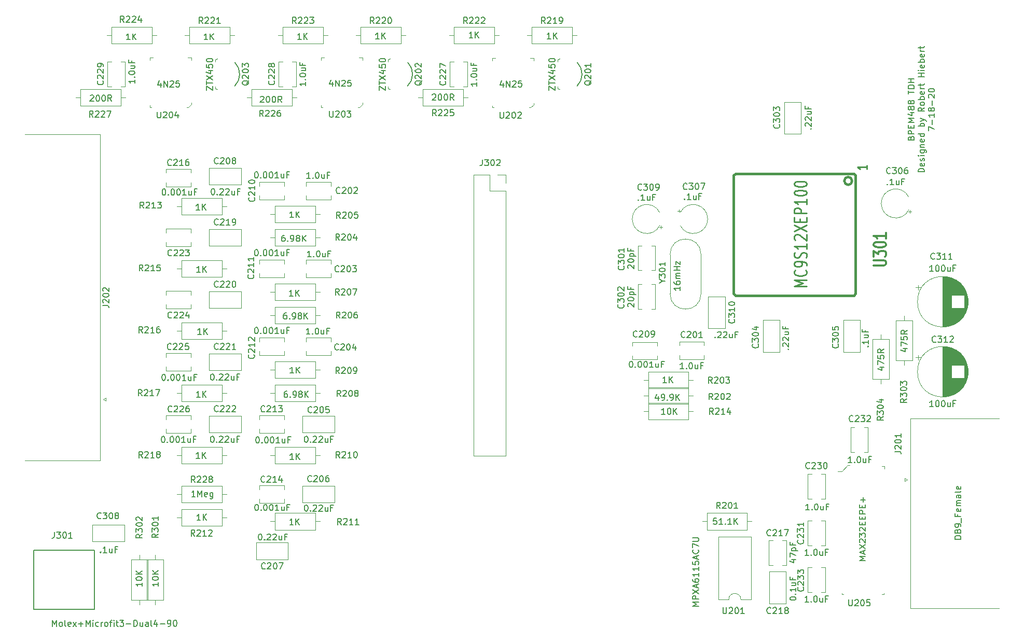
<source format=gbr>
%TF.GenerationSoftware,KiCad,Pcbnew,(5.1.6)-1*%
%TF.CreationDate,2020-07-18T16:19:53-07:00*%
%TF.ProjectId,BPEM488THD,4250454d-3438-4385-9448-442e6b696361,rev?*%
%TF.SameCoordinates,Original*%
%TF.FileFunction,Legend,Top*%
%TF.FilePolarity,Positive*%
%FSLAX46Y46*%
G04 Gerber Fmt 4.6, Leading zero omitted, Abs format (unit mm)*
G04 Created by KiCad (PCBNEW (5.1.6)-1) date 2020-07-18 16:19:53*
%MOMM*%
%LPD*%
G01*
G04 APERTURE LIST*
%ADD10C,0.150000*%
%ADD11C,0.120000*%
%ADD12C,0.381000*%
%ADD13C,0.100000*%
%ADD14C,0.304800*%
%ADD15C,0.254000*%
G04 APERTURE END LIST*
D10*
X204658571Y-71396666D02*
X204706190Y-71253809D01*
X204753809Y-71206190D01*
X204849047Y-71158571D01*
X204991904Y-71158571D01*
X205087142Y-71206190D01*
X205134761Y-71253809D01*
X205182380Y-71349047D01*
X205182380Y-71730000D01*
X204182380Y-71730000D01*
X204182380Y-71396666D01*
X204230000Y-71301428D01*
X204277619Y-71253809D01*
X204372857Y-71206190D01*
X204468095Y-71206190D01*
X204563333Y-71253809D01*
X204610952Y-71301428D01*
X204658571Y-71396666D01*
X204658571Y-71730000D01*
X205182380Y-70730000D02*
X204182380Y-70730000D01*
X204182380Y-70349047D01*
X204230000Y-70253809D01*
X204277619Y-70206190D01*
X204372857Y-70158571D01*
X204515714Y-70158571D01*
X204610952Y-70206190D01*
X204658571Y-70253809D01*
X204706190Y-70349047D01*
X204706190Y-70730000D01*
X204658571Y-69730000D02*
X204658571Y-69396666D01*
X205182380Y-69253809D02*
X205182380Y-69730000D01*
X204182380Y-69730000D01*
X204182380Y-69253809D01*
X205182380Y-68825238D02*
X204182380Y-68825238D01*
X204896666Y-68491904D01*
X204182380Y-68158571D01*
X205182380Y-68158571D01*
X204515714Y-67253809D02*
X205182380Y-67253809D01*
X204134761Y-67491904D02*
X204849047Y-67730000D01*
X204849047Y-67110952D01*
X204610952Y-66587142D02*
X204563333Y-66682380D01*
X204515714Y-66730000D01*
X204420476Y-66777619D01*
X204372857Y-66777619D01*
X204277619Y-66730000D01*
X204230000Y-66682380D01*
X204182380Y-66587142D01*
X204182380Y-66396666D01*
X204230000Y-66301428D01*
X204277619Y-66253809D01*
X204372857Y-66206190D01*
X204420476Y-66206190D01*
X204515714Y-66253809D01*
X204563333Y-66301428D01*
X204610952Y-66396666D01*
X204610952Y-66587142D01*
X204658571Y-66682380D01*
X204706190Y-66730000D01*
X204801428Y-66777619D01*
X204991904Y-66777619D01*
X205087142Y-66730000D01*
X205134761Y-66682380D01*
X205182380Y-66587142D01*
X205182380Y-66396666D01*
X205134761Y-66301428D01*
X205087142Y-66253809D01*
X204991904Y-66206190D01*
X204801428Y-66206190D01*
X204706190Y-66253809D01*
X204658571Y-66301428D01*
X204610952Y-66396666D01*
X204610952Y-65634761D02*
X204563333Y-65730000D01*
X204515714Y-65777619D01*
X204420476Y-65825238D01*
X204372857Y-65825238D01*
X204277619Y-65777619D01*
X204230000Y-65730000D01*
X204182380Y-65634761D01*
X204182380Y-65444285D01*
X204230000Y-65349047D01*
X204277619Y-65301428D01*
X204372857Y-65253809D01*
X204420476Y-65253809D01*
X204515714Y-65301428D01*
X204563333Y-65349047D01*
X204610952Y-65444285D01*
X204610952Y-65634761D01*
X204658571Y-65730000D01*
X204706190Y-65777619D01*
X204801428Y-65825238D01*
X204991904Y-65825238D01*
X205087142Y-65777619D01*
X205134761Y-65730000D01*
X205182380Y-65634761D01*
X205182380Y-65444285D01*
X205134761Y-65349047D01*
X205087142Y-65301428D01*
X204991904Y-65253809D01*
X204801428Y-65253809D01*
X204706190Y-65301428D01*
X204658571Y-65349047D01*
X204610952Y-65444285D01*
X204182380Y-64206190D02*
X204182380Y-63634761D01*
X205182380Y-63920476D02*
X204182380Y-63920476D01*
X205182380Y-63301428D02*
X204182380Y-63301428D01*
X204182380Y-63063333D01*
X204230000Y-62920476D01*
X204325238Y-62825238D01*
X204420476Y-62777619D01*
X204610952Y-62730000D01*
X204753809Y-62730000D01*
X204944285Y-62777619D01*
X205039523Y-62825238D01*
X205134761Y-62920476D01*
X205182380Y-63063333D01*
X205182380Y-63301428D01*
X205182380Y-62301428D02*
X204182380Y-62301428D01*
X204658571Y-62301428D02*
X204658571Y-61730000D01*
X205182380Y-61730000D02*
X204182380Y-61730000D01*
X206832380Y-76920476D02*
X205832380Y-76920476D01*
X205832380Y-76682380D01*
X205880000Y-76539523D01*
X205975238Y-76444285D01*
X206070476Y-76396666D01*
X206260952Y-76349047D01*
X206403809Y-76349047D01*
X206594285Y-76396666D01*
X206689523Y-76444285D01*
X206784761Y-76539523D01*
X206832380Y-76682380D01*
X206832380Y-76920476D01*
X206784761Y-75539523D02*
X206832380Y-75634761D01*
X206832380Y-75825238D01*
X206784761Y-75920476D01*
X206689523Y-75968095D01*
X206308571Y-75968095D01*
X206213333Y-75920476D01*
X206165714Y-75825238D01*
X206165714Y-75634761D01*
X206213333Y-75539523D01*
X206308571Y-75491904D01*
X206403809Y-75491904D01*
X206499047Y-75968095D01*
X206784761Y-75110952D02*
X206832380Y-75015714D01*
X206832380Y-74825238D01*
X206784761Y-74730000D01*
X206689523Y-74682380D01*
X206641904Y-74682380D01*
X206546666Y-74730000D01*
X206499047Y-74825238D01*
X206499047Y-74968095D01*
X206451428Y-75063333D01*
X206356190Y-75110952D01*
X206308571Y-75110952D01*
X206213333Y-75063333D01*
X206165714Y-74968095D01*
X206165714Y-74825238D01*
X206213333Y-74730000D01*
X206832380Y-74253809D02*
X206165714Y-74253809D01*
X205832380Y-74253809D02*
X205880000Y-74301428D01*
X205927619Y-74253809D01*
X205880000Y-74206190D01*
X205832380Y-74253809D01*
X205927619Y-74253809D01*
X206165714Y-73349047D02*
X206975238Y-73349047D01*
X207070476Y-73396666D01*
X207118095Y-73444285D01*
X207165714Y-73539523D01*
X207165714Y-73682380D01*
X207118095Y-73777619D01*
X206784761Y-73349047D02*
X206832380Y-73444285D01*
X206832380Y-73634761D01*
X206784761Y-73730000D01*
X206737142Y-73777619D01*
X206641904Y-73825238D01*
X206356190Y-73825238D01*
X206260952Y-73777619D01*
X206213333Y-73730000D01*
X206165714Y-73634761D01*
X206165714Y-73444285D01*
X206213333Y-73349047D01*
X206165714Y-72872857D02*
X206832380Y-72872857D01*
X206260952Y-72872857D02*
X206213333Y-72825238D01*
X206165714Y-72730000D01*
X206165714Y-72587142D01*
X206213333Y-72491904D01*
X206308571Y-72444285D01*
X206832380Y-72444285D01*
X206784761Y-71587142D02*
X206832380Y-71682380D01*
X206832380Y-71872857D01*
X206784761Y-71968095D01*
X206689523Y-72015714D01*
X206308571Y-72015714D01*
X206213333Y-71968095D01*
X206165714Y-71872857D01*
X206165714Y-71682380D01*
X206213333Y-71587142D01*
X206308571Y-71539523D01*
X206403809Y-71539523D01*
X206499047Y-72015714D01*
X206832380Y-70682380D02*
X205832380Y-70682380D01*
X206784761Y-70682380D02*
X206832380Y-70777619D01*
X206832380Y-70968095D01*
X206784761Y-71063333D01*
X206737142Y-71110952D01*
X206641904Y-71158571D01*
X206356190Y-71158571D01*
X206260952Y-71110952D01*
X206213333Y-71063333D01*
X206165714Y-70968095D01*
X206165714Y-70777619D01*
X206213333Y-70682380D01*
X206832380Y-69444285D02*
X205832380Y-69444285D01*
X206213333Y-69444285D02*
X206165714Y-69349047D01*
X206165714Y-69158571D01*
X206213333Y-69063333D01*
X206260952Y-69015714D01*
X206356190Y-68968095D01*
X206641904Y-68968095D01*
X206737142Y-69015714D01*
X206784761Y-69063333D01*
X206832380Y-69158571D01*
X206832380Y-69349047D01*
X206784761Y-69444285D01*
X206165714Y-68634761D02*
X206832380Y-68396666D01*
X206165714Y-68158571D02*
X206832380Y-68396666D01*
X207070476Y-68491904D01*
X207118095Y-68539523D01*
X207165714Y-68634761D01*
X206832380Y-66444285D02*
X206356190Y-66777619D01*
X206832380Y-67015714D02*
X205832380Y-67015714D01*
X205832380Y-66634761D01*
X205880000Y-66539523D01*
X205927619Y-66491904D01*
X206022857Y-66444285D01*
X206165714Y-66444285D01*
X206260952Y-66491904D01*
X206308571Y-66539523D01*
X206356190Y-66634761D01*
X206356190Y-67015714D01*
X206832380Y-65872857D02*
X206784761Y-65968095D01*
X206737142Y-66015714D01*
X206641904Y-66063333D01*
X206356190Y-66063333D01*
X206260952Y-66015714D01*
X206213333Y-65968095D01*
X206165714Y-65872857D01*
X206165714Y-65730000D01*
X206213333Y-65634761D01*
X206260952Y-65587142D01*
X206356190Y-65539523D01*
X206641904Y-65539523D01*
X206737142Y-65587142D01*
X206784761Y-65634761D01*
X206832380Y-65730000D01*
X206832380Y-65872857D01*
X206832380Y-65110952D02*
X205832380Y-65110952D01*
X206213333Y-65110952D02*
X206165714Y-65015714D01*
X206165714Y-64825238D01*
X206213333Y-64730000D01*
X206260952Y-64682380D01*
X206356190Y-64634761D01*
X206641904Y-64634761D01*
X206737142Y-64682380D01*
X206784761Y-64730000D01*
X206832380Y-64825238D01*
X206832380Y-65015714D01*
X206784761Y-65110952D01*
X206784761Y-63825238D02*
X206832380Y-63920476D01*
X206832380Y-64110952D01*
X206784761Y-64206190D01*
X206689523Y-64253809D01*
X206308571Y-64253809D01*
X206213333Y-64206190D01*
X206165714Y-64110952D01*
X206165714Y-63920476D01*
X206213333Y-63825238D01*
X206308571Y-63777619D01*
X206403809Y-63777619D01*
X206499047Y-64253809D01*
X206832380Y-63349047D02*
X206165714Y-63349047D01*
X206356190Y-63349047D02*
X206260952Y-63301428D01*
X206213333Y-63253809D01*
X206165714Y-63158571D01*
X206165714Y-63063333D01*
X206165714Y-62872857D02*
X206165714Y-62491904D01*
X205832380Y-62730000D02*
X206689523Y-62730000D01*
X206784761Y-62682380D01*
X206832380Y-62587142D01*
X206832380Y-62491904D01*
X206832380Y-61396666D02*
X205832380Y-61396666D01*
X206308571Y-61396666D02*
X206308571Y-60825238D01*
X206832380Y-60825238D02*
X205832380Y-60825238D01*
X206832380Y-60349047D02*
X206165714Y-60349047D01*
X205832380Y-60349047D02*
X205880000Y-60396666D01*
X205927619Y-60349047D01*
X205880000Y-60301428D01*
X205832380Y-60349047D01*
X205927619Y-60349047D01*
X206784761Y-59491904D02*
X206832380Y-59587142D01*
X206832380Y-59777619D01*
X206784761Y-59872857D01*
X206689523Y-59920476D01*
X206308571Y-59920476D01*
X206213333Y-59872857D01*
X206165714Y-59777619D01*
X206165714Y-59587142D01*
X206213333Y-59491904D01*
X206308571Y-59444285D01*
X206403809Y-59444285D01*
X206499047Y-59920476D01*
X206832380Y-59015714D02*
X205832380Y-59015714D01*
X206213333Y-59015714D02*
X206165714Y-58920476D01*
X206165714Y-58730000D01*
X206213333Y-58634761D01*
X206260952Y-58587142D01*
X206356190Y-58539523D01*
X206641904Y-58539523D01*
X206737142Y-58587142D01*
X206784761Y-58634761D01*
X206832380Y-58730000D01*
X206832380Y-58920476D01*
X206784761Y-59015714D01*
X206784761Y-57730000D02*
X206832380Y-57825238D01*
X206832380Y-58015714D01*
X206784761Y-58110952D01*
X206689523Y-58158571D01*
X206308571Y-58158571D01*
X206213333Y-58110952D01*
X206165714Y-58015714D01*
X206165714Y-57825238D01*
X206213333Y-57730000D01*
X206308571Y-57682380D01*
X206403809Y-57682380D01*
X206499047Y-58158571D01*
X206832380Y-57253809D02*
X206165714Y-57253809D01*
X206356190Y-57253809D02*
X206260952Y-57206190D01*
X206213333Y-57158571D01*
X206165714Y-57063333D01*
X206165714Y-56968095D01*
X206165714Y-56777619D02*
X206165714Y-56396666D01*
X205832380Y-56634761D02*
X206689523Y-56634761D01*
X206784761Y-56587142D01*
X206832380Y-56491904D01*
X206832380Y-56396666D01*
X207482380Y-70206190D02*
X207482380Y-69539523D01*
X208482380Y-69968095D01*
X208101428Y-69158571D02*
X208101428Y-68396666D01*
X208482380Y-67396666D02*
X208482380Y-67968095D01*
X208482380Y-67682380D02*
X207482380Y-67682380D01*
X207625238Y-67777619D01*
X207720476Y-67872857D01*
X207768095Y-67968095D01*
X207910952Y-66825238D02*
X207863333Y-66920476D01*
X207815714Y-66968095D01*
X207720476Y-67015714D01*
X207672857Y-67015714D01*
X207577619Y-66968095D01*
X207530000Y-66920476D01*
X207482380Y-66825238D01*
X207482380Y-66634761D01*
X207530000Y-66539523D01*
X207577619Y-66491904D01*
X207672857Y-66444285D01*
X207720476Y-66444285D01*
X207815714Y-66491904D01*
X207863333Y-66539523D01*
X207910952Y-66634761D01*
X207910952Y-66825238D01*
X207958571Y-66920476D01*
X208006190Y-66968095D01*
X208101428Y-67015714D01*
X208291904Y-67015714D01*
X208387142Y-66968095D01*
X208434761Y-66920476D01*
X208482380Y-66825238D01*
X208482380Y-66634761D01*
X208434761Y-66539523D01*
X208387142Y-66491904D01*
X208291904Y-66444285D01*
X208101428Y-66444285D01*
X208006190Y-66491904D01*
X207958571Y-66539523D01*
X207910952Y-66634761D01*
X208101428Y-66015714D02*
X208101428Y-65253809D01*
X207577619Y-64825238D02*
X207530000Y-64777619D01*
X207482380Y-64682380D01*
X207482380Y-64444285D01*
X207530000Y-64349047D01*
X207577619Y-64301428D01*
X207672857Y-64253809D01*
X207768095Y-64253809D01*
X207910952Y-64301428D01*
X208482380Y-64872857D01*
X208482380Y-64253809D01*
X207482380Y-63634761D02*
X207482380Y-63539523D01*
X207530000Y-63444285D01*
X207577619Y-63396666D01*
X207672857Y-63349047D01*
X207863333Y-63301428D01*
X208101428Y-63301428D01*
X208291904Y-63349047D01*
X208387142Y-63396666D01*
X208434761Y-63444285D01*
X208482380Y-63539523D01*
X208482380Y-63634761D01*
X208434761Y-63730000D01*
X208387142Y-63777619D01*
X208291904Y-63825238D01*
X208101428Y-63872857D01*
X207863333Y-63872857D01*
X207672857Y-63825238D01*
X207577619Y-63777619D01*
X207530000Y-63730000D01*
X207482380Y-63634761D01*
D11*
%TO.C,J202*%
X72806325Y-114046000D02*
X73239338Y-113796000D01*
X73239338Y-114296000D02*
X72806325Y-114046000D01*
X73239338Y-113796000D02*
X73239338Y-114296000D01*
X72345000Y-124036000D02*
X60005000Y-124036000D01*
X72345000Y-70816000D02*
X72345000Y-124036000D01*
X60005000Y-70816000D02*
X72345000Y-70816000D01*
%TO.C,J201*%
X219055000Y-148185000D02*
X204515000Y-148185000D01*
X204515000Y-148185000D02*
X204515000Y-117215000D01*
X204515000Y-117215000D02*
X219055000Y-117215000D01*
X203620662Y-127410000D02*
X203620662Y-126910000D01*
X203620662Y-126910000D02*
X204053675Y-127160000D01*
X204053675Y-127160000D02*
X203620662Y-127410000D01*
%TO.C,R211*%
X108180000Y-133985000D02*
X107410000Y-133985000D01*
X100100000Y-133985000D02*
X100870000Y-133985000D01*
X107410000Y-132615000D02*
X100870000Y-132615000D01*
X107410000Y-135355000D02*
X107410000Y-132615000D01*
X100870000Y-135355000D02*
X107410000Y-135355000D01*
X100870000Y-132615000D02*
X100870000Y-135355000D01*
%TO.C,C232*%
X197010000Y-118650000D02*
X197635000Y-118650000D01*
X194795000Y-118650000D02*
X195420000Y-118650000D01*
X197010000Y-122690000D02*
X197635000Y-122690000D01*
X194795000Y-122690000D02*
X195420000Y-122690000D01*
X197635000Y-122690000D02*
X197635000Y-118650000D01*
X194795000Y-122690000D02*
X194795000Y-118650000D01*
%TO.C,C231*%
X187810000Y-137930000D02*
X187810000Y-133890000D01*
X190650000Y-137930000D02*
X190650000Y-133890000D01*
X187810000Y-137930000D02*
X188435000Y-137930000D01*
X190025000Y-137930000D02*
X190650000Y-137930000D01*
X187810000Y-133890000D02*
X188435000Y-133890000D01*
X190025000Y-133890000D02*
X190650000Y-133890000D01*
D12*
%TO.C,U301*%
X195604500Y-77501000D02*
X195287000Y-77183500D01*
X175665500Y-77501000D02*
X175983000Y-77183500D01*
X195604500Y-96805000D02*
X195287000Y-97122500D01*
X175665500Y-96805000D02*
X175983000Y-97122500D01*
X195287000Y-97122500D02*
X175983000Y-97122500D01*
X175983000Y-77183500D02*
X195287000Y-77183500D01*
X175665500Y-77501000D02*
X175665500Y-96805000D01*
X195604500Y-96805000D02*
X195604500Y-77501000D01*
X195033000Y-78390000D02*
G75*
G03*
X195033000Y-78390000I-635000J0D01*
G01*
D13*
%TO.C,U205*%
X193340000Y-145700000D02*
X193340000Y-145900000D01*
X193340000Y-145900000D02*
X193640000Y-145900000D01*
X199940000Y-145900000D02*
X200240000Y-145900000D01*
X200240000Y-145900000D02*
X200240000Y-145700000D01*
X192960000Y-125800000D02*
X192710000Y-125800000D01*
X193340000Y-125800000D02*
X192970000Y-125800000D01*
X194640000Y-124800000D02*
X194340000Y-124800000D01*
X194340000Y-124800000D02*
X193340000Y-125800000D01*
X200320000Y-125390000D02*
X200320000Y-124990000D01*
X200320000Y-124990000D02*
X199920000Y-124990000D01*
D11*
%TO.C,C303*%
X186690000Y-65498000D02*
X186690000Y-70738000D01*
X183950000Y-65498000D02*
X183950000Y-70738000D01*
X186690000Y-65498000D02*
X183950000Y-65498000D01*
X186690000Y-70738000D02*
X183950000Y-70738000D01*
%TO.C,C307*%
X166567712Y-83278000D02*
X167017712Y-83278000D01*
X166792712Y-83053000D02*
X166792712Y-83503000D01*
X166985260Y-85673000D02*
G75*
G03*
X166985259Y-83553000I2119740J1060000D01*
G01*
%TO.C,Y301*%
X165330000Y-96803000D02*
X165330000Y-90403000D01*
X170380000Y-96803000D02*
X170380000Y-90403000D01*
X170380000Y-90403000D02*
G75*
G03*
X165330000Y-90403000I-2525000J0D01*
G01*
X170380000Y-96803000D02*
G75*
G02*
X165330000Y-96803000I-2525000J0D01*
G01*
D13*
%TO.C,U204*%
X86740000Y-66350000D02*
X87215000Y-65875000D01*
X87230000Y-58670000D02*
X87230000Y-58270000D01*
X87230000Y-58270000D02*
X86630000Y-58270000D01*
X80430000Y-58270000D02*
X80430000Y-58670000D01*
X80430000Y-58270000D02*
X80930000Y-58270000D01*
X87215000Y-65650000D02*
X87215000Y-65875000D01*
X86740000Y-66350000D02*
X86440000Y-66350000D01*
X80430000Y-66060000D02*
X80430000Y-66360000D01*
X80430000Y-66360000D02*
X80730000Y-66360000D01*
%TO.C,U203*%
X114680000Y-66350000D02*
X115155000Y-65875000D01*
X115170000Y-58670000D02*
X115170000Y-58270000D01*
X115170000Y-58270000D02*
X114570000Y-58270000D01*
X108370000Y-58270000D02*
X108370000Y-58670000D01*
X108370000Y-58270000D02*
X108870000Y-58270000D01*
X115155000Y-65650000D02*
X115155000Y-65875000D01*
X114680000Y-66350000D02*
X114380000Y-66350000D01*
X108370000Y-66060000D02*
X108370000Y-66360000D01*
X108370000Y-66360000D02*
X108670000Y-66360000D01*
%TO.C,U202*%
X142620000Y-66400000D02*
X143095000Y-65925000D01*
X143110000Y-58720000D02*
X143110000Y-58320000D01*
X143110000Y-58320000D02*
X142510000Y-58320000D01*
X136310000Y-58320000D02*
X136310000Y-58720000D01*
X136310000Y-58320000D02*
X136810000Y-58320000D01*
X143095000Y-65700000D02*
X143095000Y-65925000D01*
X142620000Y-66400000D02*
X142320000Y-66400000D01*
X136310000Y-66110000D02*
X136310000Y-66410000D01*
X136310000Y-66410000D02*
X136610000Y-66410000D01*
D11*
%TO.C,U201*%
X176895000Y-146745000D02*
X178545000Y-146745000D01*
X178545000Y-146745000D02*
X178545000Y-136465000D01*
X178545000Y-136465000D02*
X173245000Y-136465000D01*
X173245000Y-136465000D02*
X173245000Y-146745000D01*
X173245000Y-146745000D02*
X174895000Y-146745000D01*
X174895000Y-146745000D02*
G75*
G02*
X176895000Y-146745000I1000000J0D01*
G01*
%TO.C,R304*%
X198345000Y-110743000D02*
X201085000Y-110743000D01*
X201085000Y-110743000D02*
X201085000Y-104203000D01*
X201085000Y-104203000D02*
X198345000Y-104203000D01*
X198345000Y-104203000D02*
X198345000Y-110743000D01*
X199715000Y-111513000D02*
X199715000Y-110743000D01*
X199715000Y-103433000D02*
X199715000Y-104203000D01*
%TO.C,R303*%
X204895000Y-101193000D02*
X202155000Y-101193000D01*
X202155000Y-101193000D02*
X202155000Y-107733000D01*
X202155000Y-107733000D02*
X204895000Y-107733000D01*
X204895000Y-107733000D02*
X204895000Y-101193000D01*
X203525000Y-100423000D02*
X203525000Y-101193000D01*
X203525000Y-108503000D02*
X203525000Y-107733000D01*
%TO.C,R302*%
X77370000Y-146780000D02*
X80110000Y-146780000D01*
X80110000Y-146780000D02*
X80110000Y-140240000D01*
X80110000Y-140240000D02*
X77370000Y-140240000D01*
X77370000Y-140240000D02*
X77370000Y-146780000D01*
X78740000Y-147550000D02*
X78740000Y-146780000D01*
X78740000Y-139470000D02*
X78740000Y-140240000D01*
%TO.C,R301*%
X79910000Y-146780000D02*
X82650000Y-146780000D01*
X82650000Y-146780000D02*
X82650000Y-140240000D01*
X82650000Y-140240000D02*
X79910000Y-140240000D01*
X79910000Y-140240000D02*
X79910000Y-146780000D01*
X81280000Y-147550000D02*
X81280000Y-146780000D01*
X81280000Y-139470000D02*
X81280000Y-140240000D01*
%TO.C,R225*%
X125000000Y-63400000D02*
X125000000Y-66140000D01*
X125000000Y-66140000D02*
X131540000Y-66140000D01*
X131540000Y-66140000D02*
X131540000Y-63400000D01*
X131540000Y-63400000D02*
X125000000Y-63400000D01*
X124230000Y-64770000D02*
X125000000Y-64770000D01*
X132310000Y-64770000D02*
X131540000Y-64770000D01*
%TO.C,R214*%
X168350000Y-117346000D02*
X168350000Y-114606000D01*
X168350000Y-114606000D02*
X161810000Y-114606000D01*
X161810000Y-114606000D02*
X161810000Y-117346000D01*
X161810000Y-117346000D02*
X168350000Y-117346000D01*
X169120000Y-115976000D02*
X168350000Y-115976000D01*
X161040000Y-115976000D02*
X161810000Y-115976000D01*
%TO.C,R204*%
X100870000Y-86260000D02*
X100870000Y-89000000D01*
X100870000Y-89000000D02*
X107410000Y-89000000D01*
X107410000Y-89000000D02*
X107410000Y-86260000D01*
X107410000Y-86260000D02*
X100870000Y-86260000D01*
X100100000Y-87630000D02*
X100870000Y-87630000D01*
X108180000Y-87630000D02*
X107410000Y-87630000D01*
%TO.C,R203*%
X161810000Y-109526000D02*
X161810000Y-112266000D01*
X161810000Y-112266000D02*
X168350000Y-112266000D01*
X168350000Y-112266000D02*
X168350000Y-109526000D01*
X168350000Y-109526000D02*
X161810000Y-109526000D01*
X161040000Y-110896000D02*
X161810000Y-110896000D01*
X169120000Y-110896000D02*
X168350000Y-110896000D01*
%TO.C,R202*%
X161810000Y-112066000D02*
X161810000Y-114806000D01*
X161810000Y-114806000D02*
X168350000Y-114806000D01*
X168350000Y-114806000D02*
X168350000Y-112066000D01*
X168350000Y-112066000D02*
X161810000Y-112066000D01*
X161040000Y-113436000D02*
X161810000Y-113436000D01*
X169120000Y-113436000D02*
X168350000Y-113436000D01*
%TO.C,R201*%
X177895000Y-135355000D02*
X177895000Y-132615000D01*
X177895000Y-132615000D02*
X171355000Y-132615000D01*
X171355000Y-132615000D02*
X171355000Y-135355000D01*
X171355000Y-135355000D02*
X177895000Y-135355000D01*
X178665000Y-133985000D02*
X177895000Y-133985000D01*
X170585000Y-133985000D02*
X171355000Y-133985000D01*
D13*
%TO.C,Q203*%
X91110000Y-63310000D02*
X91410000Y-63460000D01*
X91110000Y-63310000D02*
X91110000Y-63010000D01*
X91110000Y-58910000D02*
X91110000Y-58610000D01*
X91110000Y-58610000D02*
X91410000Y-58460000D01*
D10*
X94260000Y-62910000D02*
G75*
G03*
X94310000Y-59060000I-1900000J1950000D01*
G01*
D13*
%TO.C,Q202*%
X119330000Y-63310000D02*
X119630000Y-63460000D01*
X119330000Y-63310000D02*
X119330000Y-63010000D01*
X119330000Y-58910000D02*
X119330000Y-58610000D01*
X119330000Y-58610000D02*
X119630000Y-58460000D01*
D10*
X122480000Y-62910000D02*
G75*
G03*
X122530000Y-59060000I-1900000J1950000D01*
G01*
D13*
%TO.C,Q201*%
X146990000Y-63310000D02*
X147290000Y-63460000D01*
X146990000Y-63310000D02*
X146990000Y-63010000D01*
X146990000Y-58910000D02*
X146990000Y-58610000D01*
X146990000Y-58610000D02*
X147290000Y-58460000D01*
D10*
X150140000Y-62910000D02*
G75*
G03*
X150190000Y-59060000I-1900000J1950000D01*
G01*
D11*
%TO.C,J302*%
X133290000Y-77410000D02*
X135890000Y-77410000D01*
X133290000Y-77410000D02*
X133290000Y-123250000D01*
X133290000Y-123250000D02*
X138490000Y-123250000D01*
X138490000Y-80010000D02*
X138490000Y-123250000D01*
X135890000Y-80010000D02*
X138490000Y-80010000D01*
X135890000Y-77410000D02*
X135890000Y-80010000D01*
X138490000Y-77410000D02*
X138490000Y-78740000D01*
X137160000Y-77410000D02*
X138490000Y-77410000D01*
D10*
%TO.C,J301*%
X71338000Y-138685000D02*
X61438000Y-138685000D01*
X71338000Y-148335000D02*
X61438000Y-148300000D01*
X71338000Y-138685000D02*
X71338000Y-148335000D01*
X61438000Y-138685000D02*
X61438000Y-148335000D01*
D11*
%TO.C,C312*%
X213955000Y-109543000D02*
G75*
G03*
X213955000Y-109543000I-4120000J0D01*
G01*
X209835000Y-105463000D02*
X209835000Y-113623000D01*
X209875000Y-105463000D02*
X209875000Y-113623000D01*
X209915000Y-105463000D02*
X209915000Y-113623000D01*
X209955000Y-105464000D02*
X209955000Y-113622000D01*
X209995000Y-105466000D02*
X209995000Y-113620000D01*
X210035000Y-105467000D02*
X210035000Y-113619000D01*
X210075000Y-105469000D02*
X210075000Y-113617000D01*
X210115000Y-105472000D02*
X210115000Y-113614000D01*
X210155000Y-105475000D02*
X210155000Y-113611000D01*
X210195000Y-105478000D02*
X210195000Y-113608000D01*
X210235000Y-105482000D02*
X210235000Y-113604000D01*
X210275000Y-105486000D02*
X210275000Y-113600000D01*
X210315000Y-105491000D02*
X210315000Y-113595000D01*
X210355000Y-105495000D02*
X210355000Y-113591000D01*
X210395000Y-105501000D02*
X210395000Y-113585000D01*
X210435000Y-105506000D02*
X210435000Y-113580000D01*
X210475000Y-105513000D02*
X210475000Y-113573000D01*
X210515000Y-105519000D02*
X210515000Y-113567000D01*
X210556000Y-105526000D02*
X210556000Y-113560000D01*
X210596000Y-105533000D02*
X210596000Y-113553000D01*
X210636000Y-105541000D02*
X210636000Y-113545000D01*
X210676000Y-105549000D02*
X210676000Y-113537000D01*
X210716000Y-105558000D02*
X210716000Y-113528000D01*
X210756000Y-105567000D02*
X210756000Y-113519000D01*
X210796000Y-105576000D02*
X210796000Y-113510000D01*
X210836000Y-105586000D02*
X210836000Y-113500000D01*
X210876000Y-105596000D02*
X210876000Y-113490000D01*
X210916000Y-105607000D02*
X210916000Y-113479000D01*
X210956000Y-105618000D02*
X210956000Y-113468000D01*
X210996000Y-105629000D02*
X210996000Y-113457000D01*
X211036000Y-105641000D02*
X211036000Y-113445000D01*
X211076000Y-105654000D02*
X211076000Y-113432000D01*
X211116000Y-105666000D02*
X211116000Y-113420000D01*
X211156000Y-105680000D02*
X211156000Y-113406000D01*
X211196000Y-105693000D02*
X211196000Y-113393000D01*
X211236000Y-105708000D02*
X211236000Y-113378000D01*
X211276000Y-105722000D02*
X211276000Y-113364000D01*
X211316000Y-105738000D02*
X211316000Y-108503000D01*
X211316000Y-110583000D02*
X211316000Y-113348000D01*
X211356000Y-105753000D02*
X211356000Y-108503000D01*
X211356000Y-110583000D02*
X211356000Y-113333000D01*
X211396000Y-105769000D02*
X211396000Y-108503000D01*
X211396000Y-110583000D02*
X211396000Y-113317000D01*
X211436000Y-105786000D02*
X211436000Y-108503000D01*
X211436000Y-110583000D02*
X211436000Y-113300000D01*
X211476000Y-105803000D02*
X211476000Y-108503000D01*
X211476000Y-110583000D02*
X211476000Y-113283000D01*
X211516000Y-105821000D02*
X211516000Y-108503000D01*
X211516000Y-110583000D02*
X211516000Y-113265000D01*
X211556000Y-105839000D02*
X211556000Y-108503000D01*
X211556000Y-110583000D02*
X211556000Y-113247000D01*
X211596000Y-105857000D02*
X211596000Y-108503000D01*
X211596000Y-110583000D02*
X211596000Y-113229000D01*
X211636000Y-105877000D02*
X211636000Y-108503000D01*
X211636000Y-110583000D02*
X211636000Y-113209000D01*
X211676000Y-105896000D02*
X211676000Y-108503000D01*
X211676000Y-110583000D02*
X211676000Y-113190000D01*
X211716000Y-105916000D02*
X211716000Y-108503000D01*
X211716000Y-110583000D02*
X211716000Y-113170000D01*
X211756000Y-105937000D02*
X211756000Y-108503000D01*
X211756000Y-110583000D02*
X211756000Y-113149000D01*
X211796000Y-105959000D02*
X211796000Y-108503000D01*
X211796000Y-110583000D02*
X211796000Y-113127000D01*
X211836000Y-105981000D02*
X211836000Y-108503000D01*
X211836000Y-110583000D02*
X211836000Y-113105000D01*
X211876000Y-106003000D02*
X211876000Y-108503000D01*
X211876000Y-110583000D02*
X211876000Y-113083000D01*
X211916000Y-106026000D02*
X211916000Y-108503000D01*
X211916000Y-110583000D02*
X211916000Y-113060000D01*
X211956000Y-106050000D02*
X211956000Y-108503000D01*
X211956000Y-110583000D02*
X211956000Y-113036000D01*
X211996000Y-106074000D02*
X211996000Y-108503000D01*
X211996000Y-110583000D02*
X211996000Y-113012000D01*
X212036000Y-106099000D02*
X212036000Y-108503000D01*
X212036000Y-110583000D02*
X212036000Y-112987000D01*
X212076000Y-106125000D02*
X212076000Y-108503000D01*
X212076000Y-110583000D02*
X212076000Y-112961000D01*
X212116000Y-106151000D02*
X212116000Y-108503000D01*
X212116000Y-110583000D02*
X212116000Y-112935000D01*
X212156000Y-106178000D02*
X212156000Y-108503000D01*
X212156000Y-110583000D02*
X212156000Y-112908000D01*
X212196000Y-106205000D02*
X212196000Y-108503000D01*
X212196000Y-110583000D02*
X212196000Y-112881000D01*
X212236000Y-106234000D02*
X212236000Y-108503000D01*
X212236000Y-110583000D02*
X212236000Y-112852000D01*
X212276000Y-106263000D02*
X212276000Y-108503000D01*
X212276000Y-110583000D02*
X212276000Y-112823000D01*
X212316000Y-106293000D02*
X212316000Y-108503000D01*
X212316000Y-110583000D02*
X212316000Y-112793000D01*
X212356000Y-106323000D02*
X212356000Y-108503000D01*
X212356000Y-110583000D02*
X212356000Y-112763000D01*
X212396000Y-106354000D02*
X212396000Y-108503000D01*
X212396000Y-110583000D02*
X212396000Y-112732000D01*
X212436000Y-106387000D02*
X212436000Y-108503000D01*
X212436000Y-110583000D02*
X212436000Y-112699000D01*
X212476000Y-106419000D02*
X212476000Y-108503000D01*
X212476000Y-110583000D02*
X212476000Y-112667000D01*
X212516000Y-106453000D02*
X212516000Y-108503000D01*
X212516000Y-110583000D02*
X212516000Y-112633000D01*
X212556000Y-106488000D02*
X212556000Y-108503000D01*
X212556000Y-110583000D02*
X212556000Y-112598000D01*
X212596000Y-106524000D02*
X212596000Y-108503000D01*
X212596000Y-110583000D02*
X212596000Y-112562000D01*
X212636000Y-106560000D02*
X212636000Y-108503000D01*
X212636000Y-110583000D02*
X212636000Y-112526000D01*
X212676000Y-106598000D02*
X212676000Y-108503000D01*
X212676000Y-110583000D02*
X212676000Y-112488000D01*
X212716000Y-106636000D02*
X212716000Y-108503000D01*
X212716000Y-110583000D02*
X212716000Y-112450000D01*
X212756000Y-106676000D02*
X212756000Y-108503000D01*
X212756000Y-110583000D02*
X212756000Y-112410000D01*
X212796000Y-106717000D02*
X212796000Y-108503000D01*
X212796000Y-110583000D02*
X212796000Y-112369000D01*
X212836000Y-106759000D02*
X212836000Y-108503000D01*
X212836000Y-110583000D02*
X212836000Y-112327000D01*
X212876000Y-106802000D02*
X212876000Y-108503000D01*
X212876000Y-110583000D02*
X212876000Y-112284000D01*
X212916000Y-106846000D02*
X212916000Y-108503000D01*
X212916000Y-110583000D02*
X212916000Y-112240000D01*
X212956000Y-106892000D02*
X212956000Y-108503000D01*
X212956000Y-110583000D02*
X212956000Y-112194000D01*
X212996000Y-106939000D02*
X212996000Y-108503000D01*
X212996000Y-110583000D02*
X212996000Y-112147000D01*
X213036000Y-106987000D02*
X213036000Y-108503000D01*
X213036000Y-110583000D02*
X213036000Y-112099000D01*
X213076000Y-107038000D02*
X213076000Y-108503000D01*
X213076000Y-110583000D02*
X213076000Y-112048000D01*
X213116000Y-107089000D02*
X213116000Y-108503000D01*
X213116000Y-110583000D02*
X213116000Y-111997000D01*
X213156000Y-107143000D02*
X213156000Y-108503000D01*
X213156000Y-110583000D02*
X213156000Y-111943000D01*
X213196000Y-107198000D02*
X213196000Y-108503000D01*
X213196000Y-110583000D02*
X213196000Y-111888000D01*
X213236000Y-107256000D02*
X213236000Y-108503000D01*
X213236000Y-110583000D02*
X213236000Y-111830000D01*
X213276000Y-107315000D02*
X213276000Y-108503000D01*
X213276000Y-110583000D02*
X213276000Y-111771000D01*
X213316000Y-107377000D02*
X213316000Y-108503000D01*
X213316000Y-110583000D02*
X213316000Y-111709000D01*
X213356000Y-107441000D02*
X213356000Y-108503000D01*
X213356000Y-110583000D02*
X213356000Y-111645000D01*
X213396000Y-107509000D02*
X213396000Y-111577000D01*
X213436000Y-107579000D02*
X213436000Y-111507000D01*
X213476000Y-107653000D02*
X213476000Y-111433000D01*
X213516000Y-107730000D02*
X213516000Y-111356000D01*
X213556000Y-107812000D02*
X213556000Y-111274000D01*
X213596000Y-107898000D02*
X213596000Y-111188000D01*
X213636000Y-107991000D02*
X213636000Y-111095000D01*
X213676000Y-108090000D02*
X213676000Y-110996000D01*
X213716000Y-108197000D02*
X213716000Y-110889000D01*
X213756000Y-108314000D02*
X213756000Y-110772000D01*
X213796000Y-108445000D02*
X213796000Y-110641000D01*
X213836000Y-108595000D02*
X213836000Y-110491000D01*
X213876000Y-108775000D02*
X213876000Y-110311000D01*
X213916000Y-109010000D02*
X213916000Y-110076000D01*
X205425302Y-107228000D02*
X206225302Y-107228000D01*
X205825302Y-106828000D02*
X205825302Y-107628000D01*
%TO.C,C311*%
X213955000Y-98113000D02*
G75*
G03*
X213955000Y-98113000I-4120000J0D01*
G01*
X209835000Y-94033000D02*
X209835000Y-102193000D01*
X209875000Y-94033000D02*
X209875000Y-102193000D01*
X209915000Y-94033000D02*
X209915000Y-102193000D01*
X209955000Y-94034000D02*
X209955000Y-102192000D01*
X209995000Y-94036000D02*
X209995000Y-102190000D01*
X210035000Y-94037000D02*
X210035000Y-102189000D01*
X210075000Y-94039000D02*
X210075000Y-102187000D01*
X210115000Y-94042000D02*
X210115000Y-102184000D01*
X210155000Y-94045000D02*
X210155000Y-102181000D01*
X210195000Y-94048000D02*
X210195000Y-102178000D01*
X210235000Y-94052000D02*
X210235000Y-102174000D01*
X210275000Y-94056000D02*
X210275000Y-102170000D01*
X210315000Y-94061000D02*
X210315000Y-102165000D01*
X210355000Y-94065000D02*
X210355000Y-102161000D01*
X210395000Y-94071000D02*
X210395000Y-102155000D01*
X210435000Y-94076000D02*
X210435000Y-102150000D01*
X210475000Y-94083000D02*
X210475000Y-102143000D01*
X210515000Y-94089000D02*
X210515000Y-102137000D01*
X210556000Y-94096000D02*
X210556000Y-102130000D01*
X210596000Y-94103000D02*
X210596000Y-102123000D01*
X210636000Y-94111000D02*
X210636000Y-102115000D01*
X210676000Y-94119000D02*
X210676000Y-102107000D01*
X210716000Y-94128000D02*
X210716000Y-102098000D01*
X210756000Y-94137000D02*
X210756000Y-102089000D01*
X210796000Y-94146000D02*
X210796000Y-102080000D01*
X210836000Y-94156000D02*
X210836000Y-102070000D01*
X210876000Y-94166000D02*
X210876000Y-102060000D01*
X210916000Y-94177000D02*
X210916000Y-102049000D01*
X210956000Y-94188000D02*
X210956000Y-102038000D01*
X210996000Y-94199000D02*
X210996000Y-102027000D01*
X211036000Y-94211000D02*
X211036000Y-102015000D01*
X211076000Y-94224000D02*
X211076000Y-102002000D01*
X211116000Y-94236000D02*
X211116000Y-101990000D01*
X211156000Y-94250000D02*
X211156000Y-101976000D01*
X211196000Y-94263000D02*
X211196000Y-101963000D01*
X211236000Y-94278000D02*
X211236000Y-101948000D01*
X211276000Y-94292000D02*
X211276000Y-101934000D01*
X211316000Y-94308000D02*
X211316000Y-97073000D01*
X211316000Y-99153000D02*
X211316000Y-101918000D01*
X211356000Y-94323000D02*
X211356000Y-97073000D01*
X211356000Y-99153000D02*
X211356000Y-101903000D01*
X211396000Y-94339000D02*
X211396000Y-97073000D01*
X211396000Y-99153000D02*
X211396000Y-101887000D01*
X211436000Y-94356000D02*
X211436000Y-97073000D01*
X211436000Y-99153000D02*
X211436000Y-101870000D01*
X211476000Y-94373000D02*
X211476000Y-97073000D01*
X211476000Y-99153000D02*
X211476000Y-101853000D01*
X211516000Y-94391000D02*
X211516000Y-97073000D01*
X211516000Y-99153000D02*
X211516000Y-101835000D01*
X211556000Y-94409000D02*
X211556000Y-97073000D01*
X211556000Y-99153000D02*
X211556000Y-101817000D01*
X211596000Y-94427000D02*
X211596000Y-97073000D01*
X211596000Y-99153000D02*
X211596000Y-101799000D01*
X211636000Y-94447000D02*
X211636000Y-97073000D01*
X211636000Y-99153000D02*
X211636000Y-101779000D01*
X211676000Y-94466000D02*
X211676000Y-97073000D01*
X211676000Y-99153000D02*
X211676000Y-101760000D01*
X211716000Y-94486000D02*
X211716000Y-97073000D01*
X211716000Y-99153000D02*
X211716000Y-101740000D01*
X211756000Y-94507000D02*
X211756000Y-97073000D01*
X211756000Y-99153000D02*
X211756000Y-101719000D01*
X211796000Y-94529000D02*
X211796000Y-97073000D01*
X211796000Y-99153000D02*
X211796000Y-101697000D01*
X211836000Y-94551000D02*
X211836000Y-97073000D01*
X211836000Y-99153000D02*
X211836000Y-101675000D01*
X211876000Y-94573000D02*
X211876000Y-97073000D01*
X211876000Y-99153000D02*
X211876000Y-101653000D01*
X211916000Y-94596000D02*
X211916000Y-97073000D01*
X211916000Y-99153000D02*
X211916000Y-101630000D01*
X211956000Y-94620000D02*
X211956000Y-97073000D01*
X211956000Y-99153000D02*
X211956000Y-101606000D01*
X211996000Y-94644000D02*
X211996000Y-97073000D01*
X211996000Y-99153000D02*
X211996000Y-101582000D01*
X212036000Y-94669000D02*
X212036000Y-97073000D01*
X212036000Y-99153000D02*
X212036000Y-101557000D01*
X212076000Y-94695000D02*
X212076000Y-97073000D01*
X212076000Y-99153000D02*
X212076000Y-101531000D01*
X212116000Y-94721000D02*
X212116000Y-97073000D01*
X212116000Y-99153000D02*
X212116000Y-101505000D01*
X212156000Y-94748000D02*
X212156000Y-97073000D01*
X212156000Y-99153000D02*
X212156000Y-101478000D01*
X212196000Y-94775000D02*
X212196000Y-97073000D01*
X212196000Y-99153000D02*
X212196000Y-101451000D01*
X212236000Y-94804000D02*
X212236000Y-97073000D01*
X212236000Y-99153000D02*
X212236000Y-101422000D01*
X212276000Y-94833000D02*
X212276000Y-97073000D01*
X212276000Y-99153000D02*
X212276000Y-101393000D01*
X212316000Y-94863000D02*
X212316000Y-97073000D01*
X212316000Y-99153000D02*
X212316000Y-101363000D01*
X212356000Y-94893000D02*
X212356000Y-97073000D01*
X212356000Y-99153000D02*
X212356000Y-101333000D01*
X212396000Y-94924000D02*
X212396000Y-97073000D01*
X212396000Y-99153000D02*
X212396000Y-101302000D01*
X212436000Y-94957000D02*
X212436000Y-97073000D01*
X212436000Y-99153000D02*
X212436000Y-101269000D01*
X212476000Y-94989000D02*
X212476000Y-97073000D01*
X212476000Y-99153000D02*
X212476000Y-101237000D01*
X212516000Y-95023000D02*
X212516000Y-97073000D01*
X212516000Y-99153000D02*
X212516000Y-101203000D01*
X212556000Y-95058000D02*
X212556000Y-97073000D01*
X212556000Y-99153000D02*
X212556000Y-101168000D01*
X212596000Y-95094000D02*
X212596000Y-97073000D01*
X212596000Y-99153000D02*
X212596000Y-101132000D01*
X212636000Y-95130000D02*
X212636000Y-97073000D01*
X212636000Y-99153000D02*
X212636000Y-101096000D01*
X212676000Y-95168000D02*
X212676000Y-97073000D01*
X212676000Y-99153000D02*
X212676000Y-101058000D01*
X212716000Y-95206000D02*
X212716000Y-97073000D01*
X212716000Y-99153000D02*
X212716000Y-101020000D01*
X212756000Y-95246000D02*
X212756000Y-97073000D01*
X212756000Y-99153000D02*
X212756000Y-100980000D01*
X212796000Y-95287000D02*
X212796000Y-97073000D01*
X212796000Y-99153000D02*
X212796000Y-100939000D01*
X212836000Y-95329000D02*
X212836000Y-97073000D01*
X212836000Y-99153000D02*
X212836000Y-100897000D01*
X212876000Y-95372000D02*
X212876000Y-97073000D01*
X212876000Y-99153000D02*
X212876000Y-100854000D01*
X212916000Y-95416000D02*
X212916000Y-97073000D01*
X212916000Y-99153000D02*
X212916000Y-100810000D01*
X212956000Y-95462000D02*
X212956000Y-97073000D01*
X212956000Y-99153000D02*
X212956000Y-100764000D01*
X212996000Y-95509000D02*
X212996000Y-97073000D01*
X212996000Y-99153000D02*
X212996000Y-100717000D01*
X213036000Y-95557000D02*
X213036000Y-97073000D01*
X213036000Y-99153000D02*
X213036000Y-100669000D01*
X213076000Y-95608000D02*
X213076000Y-97073000D01*
X213076000Y-99153000D02*
X213076000Y-100618000D01*
X213116000Y-95659000D02*
X213116000Y-97073000D01*
X213116000Y-99153000D02*
X213116000Y-100567000D01*
X213156000Y-95713000D02*
X213156000Y-97073000D01*
X213156000Y-99153000D02*
X213156000Y-100513000D01*
X213196000Y-95768000D02*
X213196000Y-97073000D01*
X213196000Y-99153000D02*
X213196000Y-100458000D01*
X213236000Y-95826000D02*
X213236000Y-97073000D01*
X213236000Y-99153000D02*
X213236000Y-100400000D01*
X213276000Y-95885000D02*
X213276000Y-97073000D01*
X213276000Y-99153000D02*
X213276000Y-100341000D01*
X213316000Y-95947000D02*
X213316000Y-97073000D01*
X213316000Y-99153000D02*
X213316000Y-100279000D01*
X213356000Y-96011000D02*
X213356000Y-97073000D01*
X213356000Y-99153000D02*
X213356000Y-100215000D01*
X213396000Y-96079000D02*
X213396000Y-100147000D01*
X213436000Y-96149000D02*
X213436000Y-100077000D01*
X213476000Y-96223000D02*
X213476000Y-100003000D01*
X213516000Y-96300000D02*
X213516000Y-99926000D01*
X213556000Y-96382000D02*
X213556000Y-99844000D01*
X213596000Y-96468000D02*
X213596000Y-99758000D01*
X213636000Y-96561000D02*
X213636000Y-99665000D01*
X213676000Y-96660000D02*
X213676000Y-99566000D01*
X213716000Y-96767000D02*
X213716000Y-99459000D01*
X213756000Y-96884000D02*
X213756000Y-99342000D01*
X213796000Y-97015000D02*
X213796000Y-99211000D01*
X213836000Y-97165000D02*
X213836000Y-99061000D01*
X213876000Y-97345000D02*
X213876000Y-98881000D01*
X213916000Y-97580000D02*
X213916000Y-98646000D01*
X205425302Y-95798000D02*
X206225302Y-95798000D01*
X205825302Y-95398000D02*
X205825302Y-96198000D01*
%TO.C,C310*%
X174305000Y-97248000D02*
X174305000Y-102488000D01*
X171565000Y-97248000D02*
X171565000Y-102488000D01*
X174305000Y-97248000D02*
X171565000Y-97248000D01*
X174305000Y-102488000D02*
X171565000Y-102488000D01*
%TO.C,C309*%
X164062288Y-85948000D02*
X163612288Y-85948000D01*
X163837288Y-86173000D02*
X163837288Y-85723000D01*
X163644740Y-83553000D02*
G75*
G03*
X163644741Y-85673000I-2119740J-1060000D01*
G01*
%TO.C,C308*%
X76300000Y-137260000D02*
X71060000Y-137260000D01*
X76300000Y-134520000D02*
X71060000Y-134520000D01*
X76300000Y-137260000D02*
X76300000Y-134520000D01*
X71060000Y-137260000D02*
X71060000Y-134520000D01*
%TO.C,C306*%
X204702288Y-83408000D02*
X204252288Y-83408000D01*
X204477288Y-83633000D02*
X204477288Y-83183000D01*
X204284740Y-81013000D02*
G75*
G03*
X204284741Y-83133000I-2119740J-1060000D01*
G01*
%TO.C,C305*%
X193635000Y-106303000D02*
X193635000Y-101063000D01*
X196375000Y-106303000D02*
X196375000Y-101063000D01*
X193635000Y-106303000D02*
X196375000Y-106303000D01*
X193635000Y-101063000D02*
X196375000Y-101063000D01*
%TO.C,C304*%
X180485000Y-106303000D02*
X180485000Y-101063000D01*
X183225000Y-106303000D02*
X183225000Y-101063000D01*
X180485000Y-106303000D02*
X183225000Y-106303000D01*
X180485000Y-101063000D02*
X183225000Y-101063000D01*
%TO.C,C302*%
X162925000Y-95273000D02*
X162925000Y-99313000D01*
X160085000Y-95273000D02*
X160085000Y-99313000D01*
X162925000Y-95273000D02*
X162300000Y-95273000D01*
X160710000Y-95273000D02*
X160085000Y-95273000D01*
X162925000Y-99313000D02*
X162300000Y-99313000D01*
X160710000Y-99313000D02*
X160085000Y-99313000D01*
%TO.C,C301*%
X160085000Y-93003000D02*
X160085000Y-88963000D01*
X162925000Y-93003000D02*
X162925000Y-88963000D01*
X160085000Y-93003000D02*
X160710000Y-93003000D01*
X162300000Y-93003000D02*
X162925000Y-93003000D01*
X160085000Y-88963000D02*
X160710000Y-88963000D01*
X162300000Y-88963000D02*
X162925000Y-88963000D01*
%TO.C,C229*%
X76350000Y-58920000D02*
X76350000Y-62960000D01*
X73510000Y-58920000D02*
X73510000Y-62960000D01*
X76350000Y-58920000D02*
X75725000Y-58920000D01*
X74135000Y-58920000D02*
X73510000Y-58920000D01*
X76350000Y-62960000D02*
X75725000Y-62960000D01*
X74135000Y-62960000D02*
X73510000Y-62960000D01*
%TO.C,C228*%
X104290000Y-58920000D02*
X104290000Y-62960000D01*
X101450000Y-58920000D02*
X101450000Y-62960000D01*
X104290000Y-58920000D02*
X103665000Y-58920000D01*
X102075000Y-58920000D02*
X101450000Y-58920000D01*
X104290000Y-62960000D02*
X103665000Y-62960000D01*
X102075000Y-62960000D02*
X101450000Y-62960000D01*
%TO.C,C227*%
X132230000Y-58970000D02*
X132230000Y-63010000D01*
X129390000Y-58970000D02*
X129390000Y-63010000D01*
X132230000Y-58970000D02*
X131605000Y-58970000D01*
X130015000Y-58970000D02*
X129390000Y-58970000D01*
X132230000Y-63010000D02*
X131605000Y-63010000D01*
X130015000Y-63010000D02*
X129390000Y-63010000D01*
%TO.C,C218*%
X184250000Y-142140000D02*
X184250000Y-147380000D01*
X181510000Y-142140000D02*
X181510000Y-147380000D01*
X184250000Y-142140000D02*
X181510000Y-142140000D01*
X184250000Y-147380000D02*
X181510000Y-147380000D01*
%TO.C,C217*%
X181460000Y-141105000D02*
X181460000Y-137065000D01*
X184300000Y-141105000D02*
X184300000Y-137065000D01*
X181460000Y-141105000D02*
X182085000Y-141105000D01*
X183675000Y-141105000D02*
X184300000Y-141105000D01*
X181460000Y-137065000D02*
X182085000Y-137065000D01*
X183675000Y-137065000D02*
X184300000Y-137065000D01*
%TO.C,C212*%
X102370000Y-106830000D02*
X98330000Y-106830000D01*
X102370000Y-103990000D02*
X98330000Y-103990000D01*
X102370000Y-106830000D02*
X102370000Y-106205000D01*
X102370000Y-104615000D02*
X102370000Y-103990000D01*
X98330000Y-106830000D02*
X98330000Y-106205000D01*
X98330000Y-104615000D02*
X98330000Y-103990000D01*
%TO.C,C211*%
X102370000Y-94130000D02*
X98330000Y-94130000D01*
X102370000Y-91290000D02*
X98330000Y-91290000D01*
X102370000Y-94130000D02*
X102370000Y-93505000D01*
X102370000Y-91915000D02*
X102370000Y-91290000D01*
X98330000Y-94130000D02*
X98330000Y-93505000D01*
X98330000Y-91915000D02*
X98330000Y-91290000D01*
%TO.C,C210*%
X102370000Y-81430000D02*
X98330000Y-81430000D01*
X102370000Y-78590000D02*
X98330000Y-78590000D01*
X102370000Y-81430000D02*
X102370000Y-80805000D01*
X102370000Y-79215000D02*
X102370000Y-78590000D01*
X98330000Y-81430000D02*
X98330000Y-80805000D01*
X98330000Y-79215000D02*
X98330000Y-78590000D01*
%TO.C,C209*%
X163210000Y-107556000D02*
X159170000Y-107556000D01*
X163210000Y-104716000D02*
X159170000Y-104716000D01*
X163210000Y-107556000D02*
X163210000Y-106931000D01*
X163210000Y-105341000D02*
X163210000Y-104716000D01*
X159170000Y-107556000D02*
X159170000Y-106931000D01*
X159170000Y-105341000D02*
X159170000Y-104716000D01*
%TO.C,C204*%
X105910000Y-103990000D02*
X109950000Y-103990000D01*
X105910000Y-106830000D02*
X109950000Y-106830000D01*
X105910000Y-103990000D02*
X105910000Y-104615000D01*
X105910000Y-106205000D02*
X105910000Y-106830000D01*
X109950000Y-103990000D02*
X109950000Y-104615000D01*
X109950000Y-106205000D02*
X109950000Y-106830000D01*
%TO.C,C203*%
X105910000Y-91290000D02*
X109950000Y-91290000D01*
X105910000Y-94130000D02*
X109950000Y-94130000D01*
X105910000Y-91290000D02*
X105910000Y-91915000D01*
X105910000Y-93505000D02*
X105910000Y-94130000D01*
X109950000Y-91290000D02*
X109950000Y-91915000D01*
X109950000Y-93505000D02*
X109950000Y-94130000D01*
%TO.C,C202*%
X105910000Y-78590000D02*
X109950000Y-78590000D01*
X105910000Y-81430000D02*
X109950000Y-81430000D01*
X105910000Y-78590000D02*
X105910000Y-79215000D01*
X105910000Y-80805000D02*
X105910000Y-81430000D01*
X109950000Y-78590000D02*
X109950000Y-79215000D01*
X109950000Y-80805000D02*
X109950000Y-81430000D01*
%TO.C,C201*%
X166850000Y-104650000D02*
X170890000Y-104650000D01*
X166850000Y-107490000D02*
X170890000Y-107490000D01*
X166850000Y-104650000D02*
X166850000Y-105275000D01*
X166850000Y-106865000D02*
X166850000Y-107490000D01*
X170890000Y-104650000D02*
X170890000Y-105275000D01*
X170890000Y-106865000D02*
X170890000Y-107490000D01*
%TO.C,C205*%
X105310000Y-116740000D02*
X110550000Y-116740000D01*
X105310000Y-119480000D02*
X110550000Y-119480000D01*
X105310000Y-116740000D02*
X105310000Y-119480000D01*
X110550000Y-116740000D02*
X110550000Y-119480000D01*
%TO.C,C206*%
X110550000Y-128170000D02*
X110550000Y-130910000D01*
X105310000Y-128170000D02*
X105310000Y-130910000D01*
X105310000Y-130910000D02*
X110550000Y-130910000D01*
X105310000Y-128170000D02*
X110550000Y-128170000D01*
%TO.C,C207*%
X102990000Y-140170000D02*
X97750000Y-140170000D01*
X102990000Y-137430000D02*
X97750000Y-137430000D01*
X102990000Y-140170000D02*
X102990000Y-137430000D01*
X97750000Y-140170000D02*
X97750000Y-137430000D01*
%TO.C,C208*%
X95310000Y-76280000D02*
X95310000Y-79020000D01*
X90070000Y-76280000D02*
X90070000Y-79020000D01*
X90070000Y-79020000D02*
X95310000Y-79020000D01*
X90070000Y-76280000D02*
X95310000Y-76280000D01*
%TO.C,C213*%
X98330000Y-117315000D02*
X98330000Y-116690000D01*
X98330000Y-119530000D02*
X98330000Y-118905000D01*
X102370000Y-117315000D02*
X102370000Y-116690000D01*
X102370000Y-119530000D02*
X102370000Y-118905000D01*
X102370000Y-116690000D02*
X98330000Y-116690000D01*
X102370000Y-119530000D02*
X98330000Y-119530000D01*
%TO.C,C214*%
X102330000Y-130960000D02*
X98290000Y-130960000D01*
X102330000Y-128120000D02*
X98290000Y-128120000D01*
X102330000Y-130960000D02*
X102330000Y-130335000D01*
X102330000Y-128745000D02*
X102330000Y-128120000D01*
X98290000Y-130960000D02*
X98290000Y-130335000D01*
X98290000Y-128745000D02*
X98290000Y-128120000D01*
%TO.C,C216*%
X83090000Y-77085000D02*
X83090000Y-76460000D01*
X83090000Y-79300000D02*
X83090000Y-78675000D01*
X87130000Y-77085000D02*
X87130000Y-76460000D01*
X87130000Y-79300000D02*
X87130000Y-78675000D01*
X87130000Y-76460000D02*
X83090000Y-76460000D01*
X87130000Y-79300000D02*
X83090000Y-79300000D01*
%TO.C,C219*%
X90070000Y-86260000D02*
X95310000Y-86260000D01*
X90070000Y-89000000D02*
X95310000Y-89000000D01*
X90070000Y-86260000D02*
X90070000Y-89000000D01*
X95310000Y-86260000D02*
X95310000Y-89000000D01*
%TO.C,C220*%
X95310000Y-96420000D02*
X95310000Y-99160000D01*
X90070000Y-96420000D02*
X90070000Y-99160000D01*
X90070000Y-99160000D02*
X95310000Y-99160000D01*
X90070000Y-96420000D02*
X95310000Y-96420000D01*
%TO.C,C221*%
X90070000Y-106580000D02*
X95310000Y-106580000D01*
X90070000Y-109320000D02*
X95310000Y-109320000D01*
X90070000Y-106580000D02*
X90070000Y-109320000D01*
X95310000Y-106580000D02*
X95310000Y-109320000D01*
%TO.C,C222*%
X95310000Y-116740000D02*
X95310000Y-119480000D01*
X90070000Y-116740000D02*
X90070000Y-119480000D01*
X90070000Y-119480000D02*
X95310000Y-119480000D01*
X90070000Y-116740000D02*
X95310000Y-116740000D01*
%TO.C,C223*%
X87130000Y-89050000D02*
X83090000Y-89050000D01*
X87130000Y-86210000D02*
X83090000Y-86210000D01*
X87130000Y-89050000D02*
X87130000Y-88425000D01*
X87130000Y-86835000D02*
X87130000Y-86210000D01*
X83090000Y-89050000D02*
X83090000Y-88425000D01*
X83090000Y-86835000D02*
X83090000Y-86210000D01*
%TO.C,C224*%
X83090000Y-96995000D02*
X83090000Y-96370000D01*
X83090000Y-99210000D02*
X83090000Y-98585000D01*
X87130000Y-96995000D02*
X87130000Y-96370000D01*
X87130000Y-99210000D02*
X87130000Y-98585000D01*
X87130000Y-96370000D02*
X83090000Y-96370000D01*
X87130000Y-99210000D02*
X83090000Y-99210000D01*
%TO.C,C225*%
X87130000Y-109370000D02*
X83090000Y-109370000D01*
X87130000Y-106530000D02*
X83090000Y-106530000D01*
X87130000Y-109370000D02*
X87130000Y-108745000D01*
X87130000Y-107155000D02*
X87130000Y-106530000D01*
X83090000Y-109370000D02*
X83090000Y-108745000D01*
X83090000Y-107155000D02*
X83090000Y-106530000D01*
%TO.C,C226*%
X83090000Y-117315000D02*
X83090000Y-116690000D01*
X83090000Y-119530000D02*
X83090000Y-118905000D01*
X87130000Y-117315000D02*
X87130000Y-116690000D01*
X87130000Y-119530000D02*
X87130000Y-118905000D01*
X87130000Y-116690000D02*
X83090000Y-116690000D01*
X87130000Y-119530000D02*
X83090000Y-119530000D01*
%TO.C,C230*%
X190025000Y-126270000D02*
X190650000Y-126270000D01*
X187810000Y-126270000D02*
X188435000Y-126270000D01*
X190025000Y-130310000D02*
X190650000Y-130310000D01*
X187810000Y-130310000D02*
X188435000Y-130310000D01*
X190650000Y-130310000D02*
X190650000Y-126270000D01*
X187810000Y-130310000D02*
X187810000Y-126270000D01*
%TO.C,C233*%
X187810000Y-145550000D02*
X187810000Y-141510000D01*
X190650000Y-145550000D02*
X190650000Y-141510000D01*
X187810000Y-145550000D02*
X188435000Y-145550000D01*
X190025000Y-145550000D02*
X190650000Y-145550000D01*
X187810000Y-141510000D02*
X188435000Y-141510000D01*
X190025000Y-141510000D02*
X190650000Y-141510000D01*
%TO.C,R205*%
X108180000Y-83820000D02*
X107410000Y-83820000D01*
X100100000Y-83820000D02*
X100870000Y-83820000D01*
X107410000Y-82450000D02*
X100870000Y-82450000D01*
X107410000Y-85190000D02*
X107410000Y-82450000D01*
X100870000Y-85190000D02*
X107410000Y-85190000D01*
X100870000Y-82450000D02*
X100870000Y-85190000D01*
%TO.C,R206*%
X100870000Y-98960000D02*
X100870000Y-101700000D01*
X100870000Y-101700000D02*
X107410000Y-101700000D01*
X107410000Y-101700000D02*
X107410000Y-98960000D01*
X107410000Y-98960000D02*
X100870000Y-98960000D01*
X100100000Y-100330000D02*
X100870000Y-100330000D01*
X108180000Y-100330000D02*
X107410000Y-100330000D01*
%TO.C,R207*%
X100870000Y-95150000D02*
X100870000Y-97890000D01*
X100870000Y-97890000D02*
X107410000Y-97890000D01*
X107410000Y-97890000D02*
X107410000Y-95150000D01*
X107410000Y-95150000D02*
X100870000Y-95150000D01*
X100100000Y-96520000D02*
X100870000Y-96520000D01*
X108180000Y-96520000D02*
X107410000Y-96520000D01*
%TO.C,R208*%
X100870000Y-111660000D02*
X100870000Y-114400000D01*
X100870000Y-114400000D02*
X107410000Y-114400000D01*
X107410000Y-114400000D02*
X107410000Y-111660000D01*
X107410000Y-111660000D02*
X100870000Y-111660000D01*
X100100000Y-113030000D02*
X100870000Y-113030000D01*
X108180000Y-113030000D02*
X107410000Y-113030000D01*
%TO.C,R209*%
X108180000Y-109220000D02*
X107410000Y-109220000D01*
X100100000Y-109220000D02*
X100870000Y-109220000D01*
X107410000Y-107850000D02*
X100870000Y-107850000D01*
X107410000Y-110590000D02*
X107410000Y-107850000D01*
X100870000Y-110590000D02*
X107410000Y-110590000D01*
X100870000Y-107850000D02*
X100870000Y-110590000D01*
%TO.C,R210*%
X108180000Y-123190000D02*
X107410000Y-123190000D01*
X100100000Y-123190000D02*
X100870000Y-123190000D01*
X107410000Y-121820000D02*
X100870000Y-121820000D01*
X107410000Y-124560000D02*
X107410000Y-121820000D01*
X100870000Y-124560000D02*
X107410000Y-124560000D01*
X100870000Y-121820000D02*
X100870000Y-124560000D01*
%TO.C,R212*%
X92940000Y-133350000D02*
X92170000Y-133350000D01*
X84860000Y-133350000D02*
X85630000Y-133350000D01*
X92170000Y-131980000D02*
X85630000Y-131980000D01*
X92170000Y-134720000D02*
X92170000Y-131980000D01*
X85630000Y-134720000D02*
X92170000Y-134720000D01*
X85630000Y-131980000D02*
X85630000Y-134720000D01*
%TO.C,R213*%
X85630000Y-81180000D02*
X85630000Y-83920000D01*
X85630000Y-83920000D02*
X92170000Y-83920000D01*
X92170000Y-83920000D02*
X92170000Y-81180000D01*
X92170000Y-81180000D02*
X85630000Y-81180000D01*
X84860000Y-82550000D02*
X85630000Y-82550000D01*
X92940000Y-82550000D02*
X92170000Y-82550000D01*
%TO.C,R215*%
X85630000Y-91340000D02*
X85630000Y-94080000D01*
X85630000Y-94080000D02*
X92170000Y-94080000D01*
X92170000Y-94080000D02*
X92170000Y-91340000D01*
X92170000Y-91340000D02*
X85630000Y-91340000D01*
X84860000Y-92710000D02*
X85630000Y-92710000D01*
X92940000Y-92710000D02*
X92170000Y-92710000D01*
%TO.C,R216*%
X92940000Y-102870000D02*
X92170000Y-102870000D01*
X84860000Y-102870000D02*
X85630000Y-102870000D01*
X92170000Y-101500000D02*
X85630000Y-101500000D01*
X92170000Y-104240000D02*
X92170000Y-101500000D01*
X85630000Y-104240000D02*
X92170000Y-104240000D01*
X85630000Y-101500000D02*
X85630000Y-104240000D01*
%TO.C,R217*%
X85630000Y-111660000D02*
X85630000Y-114400000D01*
X85630000Y-114400000D02*
X92170000Y-114400000D01*
X92170000Y-114400000D02*
X92170000Y-111660000D01*
X92170000Y-111660000D02*
X85630000Y-111660000D01*
X84860000Y-113030000D02*
X85630000Y-113030000D01*
X92940000Y-113030000D02*
X92170000Y-113030000D01*
%TO.C,R218*%
X92940000Y-123190000D02*
X92170000Y-123190000D01*
X84860000Y-123190000D02*
X85630000Y-123190000D01*
X92170000Y-121820000D02*
X85630000Y-121820000D01*
X92170000Y-124560000D02*
X92170000Y-121820000D01*
X85630000Y-124560000D02*
X92170000Y-124560000D01*
X85630000Y-121820000D02*
X85630000Y-124560000D01*
%TO.C,R219*%
X150090000Y-54610000D02*
X149320000Y-54610000D01*
X142010000Y-54610000D02*
X142780000Y-54610000D01*
X149320000Y-53240000D02*
X142780000Y-53240000D01*
X149320000Y-55980000D02*
X149320000Y-53240000D01*
X142780000Y-55980000D02*
X149320000Y-55980000D01*
X142780000Y-53240000D02*
X142780000Y-55980000D01*
%TO.C,R220*%
X114840000Y-53240000D02*
X114840000Y-55980000D01*
X114840000Y-55980000D02*
X121380000Y-55980000D01*
X121380000Y-55980000D02*
X121380000Y-53240000D01*
X121380000Y-53240000D02*
X114840000Y-53240000D01*
X114070000Y-54610000D02*
X114840000Y-54610000D01*
X122150000Y-54610000D02*
X121380000Y-54610000D01*
%TO.C,R221*%
X94210000Y-54610000D02*
X93440000Y-54610000D01*
X86130000Y-54610000D02*
X86900000Y-54610000D01*
X93440000Y-53240000D02*
X86900000Y-53240000D01*
X93440000Y-55980000D02*
X93440000Y-53240000D01*
X86900000Y-55980000D02*
X93440000Y-55980000D01*
X86900000Y-53240000D02*
X86900000Y-55980000D01*
%TO.C,R222*%
X130080000Y-53240000D02*
X130080000Y-55980000D01*
X130080000Y-55980000D02*
X136620000Y-55980000D01*
X136620000Y-55980000D02*
X136620000Y-53240000D01*
X136620000Y-53240000D02*
X130080000Y-53240000D01*
X129310000Y-54610000D02*
X130080000Y-54610000D01*
X137390000Y-54610000D02*
X136620000Y-54610000D01*
%TO.C,R223*%
X109450000Y-54610000D02*
X108680000Y-54610000D01*
X101370000Y-54610000D02*
X102140000Y-54610000D01*
X108680000Y-53240000D02*
X102140000Y-53240000D01*
X108680000Y-55980000D02*
X108680000Y-53240000D01*
X102140000Y-55980000D02*
X108680000Y-55980000D01*
X102140000Y-53240000D02*
X102140000Y-55980000D01*
%TO.C,R224*%
X74200000Y-53240000D02*
X74200000Y-55980000D01*
X74200000Y-55980000D02*
X80740000Y-55980000D01*
X80740000Y-55980000D02*
X80740000Y-53240000D01*
X80740000Y-53240000D02*
X74200000Y-53240000D01*
X73430000Y-54610000D02*
X74200000Y-54610000D01*
X81510000Y-54610000D02*
X80740000Y-54610000D01*
%TO.C,R226*%
X104370000Y-64770000D02*
X103600000Y-64770000D01*
X96290000Y-64770000D02*
X97060000Y-64770000D01*
X103600000Y-63400000D02*
X97060000Y-63400000D01*
X103600000Y-66140000D02*
X103600000Y-63400000D01*
X97060000Y-66140000D02*
X103600000Y-66140000D01*
X97060000Y-63400000D02*
X97060000Y-66140000D01*
%TO.C,R227*%
X69120000Y-63400000D02*
X69120000Y-66140000D01*
X69120000Y-66140000D02*
X75660000Y-66140000D01*
X75660000Y-66140000D02*
X75660000Y-63400000D01*
X75660000Y-63400000D02*
X69120000Y-63400000D01*
X68350000Y-64770000D02*
X69120000Y-64770000D01*
X76430000Y-64770000D02*
X75660000Y-64770000D01*
%TO.C,R228*%
X92940000Y-129540000D02*
X92170000Y-129540000D01*
X84860000Y-129540000D02*
X85630000Y-129540000D01*
X92170000Y-128170000D02*
X85630000Y-128170000D01*
X92170000Y-130910000D02*
X92170000Y-128170000D01*
X85630000Y-130910000D02*
X92170000Y-130910000D01*
X85630000Y-128170000D02*
X85630000Y-130910000D01*
%TO.C,J202*%
D10*
X72737380Y-98711714D02*
X73451666Y-98711714D01*
X73594523Y-98759333D01*
X73689761Y-98854571D01*
X73737380Y-98997428D01*
X73737380Y-99092666D01*
X72832619Y-98283142D02*
X72785000Y-98235523D01*
X72737380Y-98140285D01*
X72737380Y-97902190D01*
X72785000Y-97806952D01*
X72832619Y-97759333D01*
X72927857Y-97711714D01*
X73023095Y-97711714D01*
X73165952Y-97759333D01*
X73737380Y-98330761D01*
X73737380Y-97711714D01*
X72737380Y-97092666D02*
X72737380Y-96997428D01*
X72785000Y-96902190D01*
X72832619Y-96854571D01*
X72927857Y-96806952D01*
X73118333Y-96759333D01*
X73356428Y-96759333D01*
X73546904Y-96806952D01*
X73642142Y-96854571D01*
X73689761Y-96902190D01*
X73737380Y-96997428D01*
X73737380Y-97092666D01*
X73689761Y-97187904D01*
X73642142Y-97235523D01*
X73546904Y-97283142D01*
X73356428Y-97330761D01*
X73118333Y-97330761D01*
X72927857Y-97283142D01*
X72832619Y-97235523D01*
X72785000Y-97187904D01*
X72737380Y-97092666D01*
X72832619Y-96378380D02*
X72785000Y-96330761D01*
X72737380Y-96235523D01*
X72737380Y-95997428D01*
X72785000Y-95902190D01*
X72832619Y-95854571D01*
X72927857Y-95806952D01*
X73023095Y-95806952D01*
X73165952Y-95854571D01*
X73737380Y-96426000D01*
X73737380Y-95806952D01*
%TO.C,J201*%
X202017380Y-122570714D02*
X202731666Y-122570714D01*
X202874523Y-122618333D01*
X202969761Y-122713571D01*
X203017380Y-122856428D01*
X203017380Y-122951666D01*
X202112619Y-122142142D02*
X202065000Y-122094523D01*
X202017380Y-121999285D01*
X202017380Y-121761190D01*
X202065000Y-121665952D01*
X202112619Y-121618333D01*
X202207857Y-121570714D01*
X202303095Y-121570714D01*
X202445952Y-121618333D01*
X203017380Y-122189761D01*
X203017380Y-121570714D01*
X202017380Y-120951666D02*
X202017380Y-120856428D01*
X202065000Y-120761190D01*
X202112619Y-120713571D01*
X202207857Y-120665952D01*
X202398333Y-120618333D01*
X202636428Y-120618333D01*
X202826904Y-120665952D01*
X202922142Y-120713571D01*
X202969761Y-120761190D01*
X203017380Y-120856428D01*
X203017380Y-120951666D01*
X202969761Y-121046904D01*
X202922142Y-121094523D01*
X202826904Y-121142142D01*
X202636428Y-121189761D01*
X202398333Y-121189761D01*
X202207857Y-121142142D01*
X202112619Y-121094523D01*
X202065000Y-121046904D01*
X202017380Y-120951666D01*
X203017380Y-119665952D02*
X203017380Y-120237380D01*
X203017380Y-119951666D02*
X202017380Y-119951666D01*
X202160238Y-120046904D01*
X202255476Y-120142142D01*
X202303095Y-120237380D01*
X212796380Y-136873714D02*
X211796380Y-136873714D01*
X211796380Y-136635619D01*
X211844000Y-136492761D01*
X211939238Y-136397523D01*
X212034476Y-136349904D01*
X212224952Y-136302285D01*
X212367809Y-136302285D01*
X212558285Y-136349904D01*
X212653523Y-136397523D01*
X212748761Y-136492761D01*
X212796380Y-136635619D01*
X212796380Y-136873714D01*
X212272571Y-135540380D02*
X212320190Y-135397523D01*
X212367809Y-135349904D01*
X212463047Y-135302285D01*
X212605904Y-135302285D01*
X212701142Y-135349904D01*
X212748761Y-135397523D01*
X212796380Y-135492761D01*
X212796380Y-135873714D01*
X211796380Y-135873714D01*
X211796380Y-135540380D01*
X211844000Y-135445142D01*
X211891619Y-135397523D01*
X211986857Y-135349904D01*
X212082095Y-135349904D01*
X212177333Y-135397523D01*
X212224952Y-135445142D01*
X212272571Y-135540380D01*
X212272571Y-135873714D01*
X212796380Y-134826095D02*
X212796380Y-134635619D01*
X212748761Y-134540380D01*
X212701142Y-134492761D01*
X212558285Y-134397523D01*
X212367809Y-134349904D01*
X211986857Y-134349904D01*
X211891619Y-134397523D01*
X211844000Y-134445142D01*
X211796380Y-134540380D01*
X211796380Y-134730857D01*
X211844000Y-134826095D01*
X211891619Y-134873714D01*
X211986857Y-134921333D01*
X212224952Y-134921333D01*
X212320190Y-134873714D01*
X212367809Y-134826095D01*
X212415428Y-134730857D01*
X212415428Y-134540380D01*
X212367809Y-134445142D01*
X212320190Y-134397523D01*
X212224952Y-134349904D01*
X212891619Y-134159428D02*
X212891619Y-133397523D01*
X212272571Y-132826095D02*
X212272571Y-133159428D01*
X212796380Y-133159428D02*
X211796380Y-133159428D01*
X211796380Y-132683238D01*
X212748761Y-131921333D02*
X212796380Y-132016571D01*
X212796380Y-132207047D01*
X212748761Y-132302285D01*
X212653523Y-132349904D01*
X212272571Y-132349904D01*
X212177333Y-132302285D01*
X212129714Y-132207047D01*
X212129714Y-132016571D01*
X212177333Y-131921333D01*
X212272571Y-131873714D01*
X212367809Y-131873714D01*
X212463047Y-132349904D01*
X212796380Y-131445142D02*
X212129714Y-131445142D01*
X212224952Y-131445142D02*
X212177333Y-131397523D01*
X212129714Y-131302285D01*
X212129714Y-131159428D01*
X212177333Y-131064190D01*
X212272571Y-131016571D01*
X212796380Y-131016571D01*
X212272571Y-131016571D02*
X212177333Y-130968952D01*
X212129714Y-130873714D01*
X212129714Y-130730857D01*
X212177333Y-130635619D01*
X212272571Y-130588000D01*
X212796380Y-130588000D01*
X212796380Y-129683238D02*
X212272571Y-129683238D01*
X212177333Y-129730857D01*
X212129714Y-129826095D01*
X212129714Y-130016571D01*
X212177333Y-130111809D01*
X212748761Y-129683238D02*
X212796380Y-129778476D01*
X212796380Y-130016571D01*
X212748761Y-130111809D01*
X212653523Y-130159428D01*
X212558285Y-130159428D01*
X212463047Y-130111809D01*
X212415428Y-130016571D01*
X212415428Y-129778476D01*
X212367809Y-129683238D01*
X212796380Y-129064190D02*
X212748761Y-129159428D01*
X212653523Y-129207047D01*
X211796380Y-129207047D01*
X212748761Y-128302285D02*
X212796380Y-128397523D01*
X212796380Y-128588000D01*
X212748761Y-128683238D01*
X212653523Y-128730857D01*
X212272571Y-128730857D01*
X212177333Y-128683238D01*
X212129714Y-128588000D01*
X212129714Y-128397523D01*
X212177333Y-128302285D01*
X212272571Y-128254666D01*
X212367809Y-128254666D01*
X212463047Y-128730857D01*
%TO.C,R211*%
X111660952Y-134502380D02*
X111327619Y-134026190D01*
X111089523Y-134502380D02*
X111089523Y-133502380D01*
X111470476Y-133502380D01*
X111565714Y-133550000D01*
X111613333Y-133597619D01*
X111660952Y-133692857D01*
X111660952Y-133835714D01*
X111613333Y-133930952D01*
X111565714Y-133978571D01*
X111470476Y-134026190D01*
X111089523Y-134026190D01*
X112041904Y-133597619D02*
X112089523Y-133550000D01*
X112184761Y-133502380D01*
X112422857Y-133502380D01*
X112518095Y-133550000D01*
X112565714Y-133597619D01*
X112613333Y-133692857D01*
X112613333Y-133788095D01*
X112565714Y-133930952D01*
X111994285Y-134502380D01*
X112613333Y-134502380D01*
X113565714Y-134502380D02*
X112994285Y-134502380D01*
X113280000Y-134502380D02*
X113280000Y-133502380D01*
X113184761Y-133645238D01*
X113089523Y-133740476D01*
X112994285Y-133788095D01*
X114518095Y-134502380D02*
X113946666Y-134502380D01*
X114232380Y-134502380D02*
X114232380Y-133502380D01*
X114137142Y-133645238D01*
X114041904Y-133740476D01*
X113946666Y-133788095D01*
X103835714Y-134502380D02*
X103264285Y-134502380D01*
X103550000Y-134502380D02*
X103550000Y-133502380D01*
X103454761Y-133645238D01*
X103359523Y-133740476D01*
X103264285Y-133788095D01*
X104264285Y-134502380D02*
X104264285Y-133502380D01*
X104835714Y-134502380D02*
X104407142Y-133930952D01*
X104835714Y-133502380D02*
X104264285Y-134073809D01*
%TO.C,C232*%
X195195952Y-117602142D02*
X195148333Y-117649761D01*
X195005476Y-117697380D01*
X194910238Y-117697380D01*
X194767380Y-117649761D01*
X194672142Y-117554523D01*
X194624523Y-117459285D01*
X194576904Y-117268809D01*
X194576904Y-117125952D01*
X194624523Y-116935476D01*
X194672142Y-116840238D01*
X194767380Y-116745000D01*
X194910238Y-116697380D01*
X195005476Y-116697380D01*
X195148333Y-116745000D01*
X195195952Y-116792619D01*
X195576904Y-116792619D02*
X195624523Y-116745000D01*
X195719761Y-116697380D01*
X195957857Y-116697380D01*
X196053095Y-116745000D01*
X196100714Y-116792619D01*
X196148333Y-116887857D01*
X196148333Y-116983095D01*
X196100714Y-117125952D01*
X195529285Y-117697380D01*
X196148333Y-117697380D01*
X196481666Y-116697380D02*
X197100714Y-116697380D01*
X196767380Y-117078333D01*
X196910238Y-117078333D01*
X197005476Y-117125952D01*
X197053095Y-117173571D01*
X197100714Y-117268809D01*
X197100714Y-117506904D01*
X197053095Y-117602142D01*
X197005476Y-117649761D01*
X196910238Y-117697380D01*
X196624523Y-117697380D01*
X196529285Y-117649761D01*
X196481666Y-117602142D01*
X197481666Y-116792619D02*
X197529285Y-116745000D01*
X197624523Y-116697380D01*
X197862619Y-116697380D01*
X197957857Y-116745000D01*
X198005476Y-116792619D01*
X198053095Y-116887857D01*
X198053095Y-116983095D01*
X198005476Y-117125952D01*
X197434047Y-117697380D01*
X198053095Y-117697380D01*
X195005476Y-124397380D02*
X194434047Y-124397380D01*
X194719761Y-124397380D02*
X194719761Y-123397380D01*
X194624523Y-123540238D01*
X194529285Y-123635476D01*
X194434047Y-123683095D01*
X195434047Y-124302142D02*
X195481666Y-124349761D01*
X195434047Y-124397380D01*
X195386428Y-124349761D01*
X195434047Y-124302142D01*
X195434047Y-124397380D01*
X196100714Y-123397380D02*
X196195952Y-123397380D01*
X196291190Y-123445000D01*
X196338809Y-123492619D01*
X196386428Y-123587857D01*
X196434047Y-123778333D01*
X196434047Y-124016428D01*
X196386428Y-124206904D01*
X196338809Y-124302142D01*
X196291190Y-124349761D01*
X196195952Y-124397380D01*
X196100714Y-124397380D01*
X196005476Y-124349761D01*
X195957857Y-124302142D01*
X195910238Y-124206904D01*
X195862619Y-124016428D01*
X195862619Y-123778333D01*
X195910238Y-123587857D01*
X195957857Y-123492619D01*
X196005476Y-123445000D01*
X196100714Y-123397380D01*
X197291190Y-123730714D02*
X197291190Y-124397380D01*
X196862619Y-123730714D02*
X196862619Y-124254523D01*
X196910238Y-124349761D01*
X197005476Y-124397380D01*
X197148333Y-124397380D01*
X197243571Y-124349761D01*
X197291190Y-124302142D01*
X198100714Y-123873571D02*
X197767380Y-123873571D01*
X197767380Y-124397380D02*
X197767380Y-123397380D01*
X198243571Y-123397380D01*
%TO.C,C231*%
X187037142Y-137029047D02*
X187084761Y-137076666D01*
X187132380Y-137219523D01*
X187132380Y-137314761D01*
X187084761Y-137457619D01*
X186989523Y-137552857D01*
X186894285Y-137600476D01*
X186703809Y-137648095D01*
X186560952Y-137648095D01*
X186370476Y-137600476D01*
X186275238Y-137552857D01*
X186180000Y-137457619D01*
X186132380Y-137314761D01*
X186132380Y-137219523D01*
X186180000Y-137076666D01*
X186227619Y-137029047D01*
X186227619Y-136648095D02*
X186180000Y-136600476D01*
X186132380Y-136505238D01*
X186132380Y-136267142D01*
X186180000Y-136171904D01*
X186227619Y-136124285D01*
X186322857Y-136076666D01*
X186418095Y-136076666D01*
X186560952Y-136124285D01*
X187132380Y-136695714D01*
X187132380Y-136076666D01*
X186132380Y-135743333D02*
X186132380Y-135124285D01*
X186513333Y-135457619D01*
X186513333Y-135314761D01*
X186560952Y-135219523D01*
X186608571Y-135171904D01*
X186703809Y-135124285D01*
X186941904Y-135124285D01*
X187037142Y-135171904D01*
X187084761Y-135219523D01*
X187132380Y-135314761D01*
X187132380Y-135600476D01*
X187084761Y-135695714D01*
X187037142Y-135743333D01*
X187132380Y-134171904D02*
X187132380Y-134743333D01*
X187132380Y-134457619D02*
X186132380Y-134457619D01*
X186275238Y-134552857D01*
X186370476Y-134648095D01*
X186418095Y-134743333D01*
X187920476Y-139517380D02*
X187349047Y-139517380D01*
X187634761Y-139517380D02*
X187634761Y-138517380D01*
X187539523Y-138660238D01*
X187444285Y-138755476D01*
X187349047Y-138803095D01*
X188349047Y-139422142D02*
X188396666Y-139469761D01*
X188349047Y-139517380D01*
X188301428Y-139469761D01*
X188349047Y-139422142D01*
X188349047Y-139517380D01*
X189015714Y-138517380D02*
X189110952Y-138517380D01*
X189206190Y-138565000D01*
X189253809Y-138612619D01*
X189301428Y-138707857D01*
X189349047Y-138898333D01*
X189349047Y-139136428D01*
X189301428Y-139326904D01*
X189253809Y-139422142D01*
X189206190Y-139469761D01*
X189110952Y-139517380D01*
X189015714Y-139517380D01*
X188920476Y-139469761D01*
X188872857Y-139422142D01*
X188825238Y-139326904D01*
X188777619Y-139136428D01*
X188777619Y-138898333D01*
X188825238Y-138707857D01*
X188872857Y-138612619D01*
X188920476Y-138565000D01*
X189015714Y-138517380D01*
X190206190Y-138850714D02*
X190206190Y-139517380D01*
X189777619Y-138850714D02*
X189777619Y-139374523D01*
X189825238Y-139469761D01*
X189920476Y-139517380D01*
X190063333Y-139517380D01*
X190158571Y-139469761D01*
X190206190Y-139422142D01*
X191015714Y-138993571D02*
X190682380Y-138993571D01*
X190682380Y-139517380D02*
X190682380Y-138517380D01*
X191158571Y-138517380D01*
%TO.C,U301*%
D14*
X198557238Y-92202571D02*
X200202190Y-92202571D01*
X200395714Y-92130000D01*
X200492476Y-92057428D01*
X200589238Y-91912285D01*
X200589238Y-91622000D01*
X200492476Y-91476857D01*
X200395714Y-91404285D01*
X200202190Y-91331714D01*
X198557238Y-91331714D01*
X198557238Y-90751142D02*
X198557238Y-89807714D01*
X199331333Y-90315714D01*
X199331333Y-90098000D01*
X199428095Y-89952857D01*
X199524857Y-89880285D01*
X199718380Y-89807714D01*
X200202190Y-89807714D01*
X200395714Y-89880285D01*
X200492476Y-89952857D01*
X200589238Y-90098000D01*
X200589238Y-90533428D01*
X200492476Y-90678571D01*
X200395714Y-90751142D01*
X198557238Y-88864285D02*
X198557238Y-88719142D01*
X198654000Y-88574000D01*
X198750761Y-88501428D01*
X198944285Y-88428857D01*
X199331333Y-88356285D01*
X199815142Y-88356285D01*
X200202190Y-88428857D01*
X200395714Y-88501428D01*
X200492476Y-88574000D01*
X200589238Y-88719142D01*
X200589238Y-88864285D01*
X200492476Y-89009428D01*
X200395714Y-89082000D01*
X200202190Y-89154571D01*
X199815142Y-89227142D01*
X199331333Y-89227142D01*
X198944285Y-89154571D01*
X198750761Y-89082000D01*
X198654000Y-89009428D01*
X198557238Y-88864285D01*
X200589238Y-86904857D02*
X200589238Y-87775714D01*
X200589238Y-87340285D02*
X198557238Y-87340285D01*
X198847523Y-87485428D01*
X199041047Y-87630571D01*
X199137809Y-87775714D01*
D15*
X187625738Y-95578642D02*
X185593738Y-95578642D01*
X187045166Y-95070642D01*
X185593738Y-94562642D01*
X187625738Y-94562642D01*
X187432214Y-92966071D02*
X187528976Y-93038642D01*
X187625738Y-93256357D01*
X187625738Y-93401500D01*
X187528976Y-93619214D01*
X187335452Y-93764357D01*
X187141928Y-93836928D01*
X186754880Y-93909500D01*
X186464595Y-93909500D01*
X186077547Y-93836928D01*
X185884023Y-93764357D01*
X185690500Y-93619214D01*
X185593738Y-93401500D01*
X185593738Y-93256357D01*
X185690500Y-93038642D01*
X185787261Y-92966071D01*
X187625738Y-92240357D02*
X187625738Y-91950071D01*
X187528976Y-91804928D01*
X187432214Y-91732357D01*
X187141928Y-91587214D01*
X186754880Y-91514642D01*
X185980785Y-91514642D01*
X185787261Y-91587214D01*
X185690500Y-91659785D01*
X185593738Y-91804928D01*
X185593738Y-92095214D01*
X185690500Y-92240357D01*
X185787261Y-92312928D01*
X185980785Y-92385500D01*
X186464595Y-92385500D01*
X186658119Y-92312928D01*
X186754880Y-92240357D01*
X186851642Y-92095214D01*
X186851642Y-91804928D01*
X186754880Y-91659785D01*
X186658119Y-91587214D01*
X186464595Y-91514642D01*
X187528976Y-90934071D02*
X187625738Y-90716357D01*
X187625738Y-90353500D01*
X187528976Y-90208357D01*
X187432214Y-90135785D01*
X187238690Y-90063214D01*
X187045166Y-90063214D01*
X186851642Y-90135785D01*
X186754880Y-90208357D01*
X186658119Y-90353500D01*
X186561357Y-90643785D01*
X186464595Y-90788928D01*
X186367833Y-90861500D01*
X186174309Y-90934071D01*
X185980785Y-90934071D01*
X185787261Y-90861500D01*
X185690500Y-90788928D01*
X185593738Y-90643785D01*
X185593738Y-90280928D01*
X185690500Y-90063214D01*
X187625738Y-88611785D02*
X187625738Y-89482642D01*
X187625738Y-89047214D02*
X185593738Y-89047214D01*
X185884023Y-89192357D01*
X186077547Y-89337500D01*
X186174309Y-89482642D01*
X185787261Y-88031214D02*
X185690500Y-87958642D01*
X185593738Y-87813500D01*
X185593738Y-87450642D01*
X185690500Y-87305500D01*
X185787261Y-87232928D01*
X185980785Y-87160357D01*
X186174309Y-87160357D01*
X186464595Y-87232928D01*
X187625738Y-88103785D01*
X187625738Y-87160357D01*
X185593738Y-86652357D02*
X187625738Y-85636357D01*
X185593738Y-85636357D02*
X187625738Y-86652357D01*
X186561357Y-85055785D02*
X186561357Y-84547785D01*
X187625738Y-84330071D02*
X187625738Y-85055785D01*
X185593738Y-85055785D01*
X185593738Y-84330071D01*
X187625738Y-83676928D02*
X185593738Y-83676928D01*
X185593738Y-83096357D01*
X185690500Y-82951214D01*
X185787261Y-82878642D01*
X185980785Y-82806071D01*
X186271071Y-82806071D01*
X186464595Y-82878642D01*
X186561357Y-82951214D01*
X186658119Y-83096357D01*
X186658119Y-83676928D01*
X187625738Y-81354642D02*
X187625738Y-82225500D01*
X187625738Y-81790071D02*
X185593738Y-81790071D01*
X185884023Y-81935214D01*
X186077547Y-82080357D01*
X186174309Y-82225500D01*
X185593738Y-80411214D02*
X185593738Y-80266071D01*
X185690500Y-80120928D01*
X185787261Y-80048357D01*
X185980785Y-79975785D01*
X186367833Y-79903214D01*
X186851642Y-79903214D01*
X187238690Y-79975785D01*
X187432214Y-80048357D01*
X187528976Y-80120928D01*
X187625738Y-80266071D01*
X187625738Y-80411214D01*
X187528976Y-80556357D01*
X187432214Y-80628928D01*
X187238690Y-80701500D01*
X186851642Y-80774071D01*
X186367833Y-80774071D01*
X185980785Y-80701500D01*
X185787261Y-80628928D01*
X185690500Y-80556357D01*
X185593738Y-80411214D01*
X185593738Y-78959785D02*
X185593738Y-78814642D01*
X185690500Y-78669500D01*
X185787261Y-78596928D01*
X185980785Y-78524357D01*
X186367833Y-78451785D01*
X186851642Y-78451785D01*
X187238690Y-78524357D01*
X187432214Y-78596928D01*
X187528976Y-78669500D01*
X187625738Y-78814642D01*
X187625738Y-78959785D01*
X187528976Y-79104928D01*
X187432214Y-79177500D01*
X187238690Y-79250071D01*
X186851642Y-79322642D01*
X186367833Y-79322642D01*
X185980785Y-79250071D01*
X185787261Y-79177500D01*
X185690500Y-79104928D01*
X185593738Y-78959785D01*
X197414428Y-75862714D02*
X197414428Y-76443285D01*
X197414428Y-76153000D02*
X195890428Y-76153000D01*
X196108142Y-76249761D01*
X196253285Y-76346523D01*
X196325857Y-76443285D01*
%TO.C,U205*%
D10*
X194500714Y-146772380D02*
X194500714Y-147581904D01*
X194548333Y-147677142D01*
X194595952Y-147724761D01*
X194691190Y-147772380D01*
X194881666Y-147772380D01*
X194976904Y-147724761D01*
X195024523Y-147677142D01*
X195072142Y-147581904D01*
X195072142Y-146772380D01*
X195500714Y-146867619D02*
X195548333Y-146820000D01*
X195643571Y-146772380D01*
X195881666Y-146772380D01*
X195976904Y-146820000D01*
X196024523Y-146867619D01*
X196072142Y-146962857D01*
X196072142Y-147058095D01*
X196024523Y-147200952D01*
X195453095Y-147772380D01*
X196072142Y-147772380D01*
X196691190Y-146772380D02*
X196786428Y-146772380D01*
X196881666Y-146820000D01*
X196929285Y-146867619D01*
X196976904Y-146962857D01*
X197024523Y-147153333D01*
X197024523Y-147391428D01*
X196976904Y-147581904D01*
X196929285Y-147677142D01*
X196881666Y-147724761D01*
X196786428Y-147772380D01*
X196691190Y-147772380D01*
X196595952Y-147724761D01*
X196548333Y-147677142D01*
X196500714Y-147581904D01*
X196453095Y-147391428D01*
X196453095Y-147153333D01*
X196500714Y-146962857D01*
X196548333Y-146867619D01*
X196595952Y-146820000D01*
X196691190Y-146772380D01*
X197929285Y-146772380D02*
X197453095Y-146772380D01*
X197405476Y-147248571D01*
X197453095Y-147200952D01*
X197548333Y-147153333D01*
X197786428Y-147153333D01*
X197881666Y-147200952D01*
X197929285Y-147248571D01*
X197976904Y-147343809D01*
X197976904Y-147581904D01*
X197929285Y-147677142D01*
X197881666Y-147724761D01*
X197786428Y-147772380D01*
X197548333Y-147772380D01*
X197453095Y-147724761D01*
X197405476Y-147677142D01*
X197228380Y-140340857D02*
X196228380Y-140340857D01*
X196942666Y-140007523D01*
X196228380Y-139674190D01*
X197228380Y-139674190D01*
X196942666Y-139245619D02*
X196942666Y-138769428D01*
X197228380Y-139340857D02*
X196228380Y-139007523D01*
X197228380Y-138674190D01*
X196228380Y-138436095D02*
X197228380Y-137769428D01*
X196228380Y-137769428D02*
X197228380Y-138436095D01*
X196323619Y-137436095D02*
X196276000Y-137388476D01*
X196228380Y-137293238D01*
X196228380Y-137055142D01*
X196276000Y-136959904D01*
X196323619Y-136912285D01*
X196418857Y-136864666D01*
X196514095Y-136864666D01*
X196656952Y-136912285D01*
X197228380Y-137483714D01*
X197228380Y-136864666D01*
X196228380Y-136531333D02*
X196228380Y-135912285D01*
X196609333Y-136245619D01*
X196609333Y-136102761D01*
X196656952Y-136007523D01*
X196704571Y-135959904D01*
X196799809Y-135912285D01*
X197037904Y-135912285D01*
X197133142Y-135959904D01*
X197180761Y-136007523D01*
X197228380Y-136102761D01*
X197228380Y-136388476D01*
X197180761Y-136483714D01*
X197133142Y-136531333D01*
X196323619Y-135531333D02*
X196276000Y-135483714D01*
X196228380Y-135388476D01*
X196228380Y-135150380D01*
X196276000Y-135055142D01*
X196323619Y-135007523D01*
X196418857Y-134959904D01*
X196514095Y-134959904D01*
X196656952Y-135007523D01*
X197228380Y-135578952D01*
X197228380Y-134959904D01*
X196704571Y-134531333D02*
X196704571Y-134198000D01*
X197228380Y-134055142D02*
X197228380Y-134531333D01*
X196228380Y-134531333D01*
X196228380Y-134055142D01*
X196704571Y-133626571D02*
X196704571Y-133293238D01*
X197228380Y-133150380D02*
X197228380Y-133626571D01*
X196228380Y-133626571D01*
X196228380Y-133150380D01*
X197228380Y-132721809D02*
X196228380Y-132721809D01*
X196228380Y-132340857D01*
X196276000Y-132245619D01*
X196323619Y-132198000D01*
X196418857Y-132150380D01*
X196561714Y-132150380D01*
X196656952Y-132198000D01*
X196704571Y-132245619D01*
X196752190Y-132340857D01*
X196752190Y-132721809D01*
X196704571Y-131721809D02*
X196704571Y-131388476D01*
X197228380Y-131245619D02*
X197228380Y-131721809D01*
X196228380Y-131721809D01*
X196228380Y-131245619D01*
X196847428Y-130817047D02*
X196847428Y-130055142D01*
X197228380Y-130436095D02*
X196466476Y-130436095D01*
%TO.C,C303*%
X183137142Y-69169047D02*
X183184761Y-69216666D01*
X183232380Y-69359523D01*
X183232380Y-69454761D01*
X183184761Y-69597619D01*
X183089523Y-69692857D01*
X182994285Y-69740476D01*
X182803809Y-69788095D01*
X182660952Y-69788095D01*
X182470476Y-69740476D01*
X182375238Y-69692857D01*
X182280000Y-69597619D01*
X182232380Y-69454761D01*
X182232380Y-69359523D01*
X182280000Y-69216666D01*
X182327619Y-69169047D01*
X182232380Y-68835714D02*
X182232380Y-68216666D01*
X182613333Y-68550000D01*
X182613333Y-68407142D01*
X182660952Y-68311904D01*
X182708571Y-68264285D01*
X182803809Y-68216666D01*
X183041904Y-68216666D01*
X183137142Y-68264285D01*
X183184761Y-68311904D01*
X183232380Y-68407142D01*
X183232380Y-68692857D01*
X183184761Y-68788095D01*
X183137142Y-68835714D01*
X182232380Y-67597619D02*
X182232380Y-67502380D01*
X182280000Y-67407142D01*
X182327619Y-67359523D01*
X182422857Y-67311904D01*
X182613333Y-67264285D01*
X182851428Y-67264285D01*
X183041904Y-67311904D01*
X183137142Y-67359523D01*
X183184761Y-67407142D01*
X183232380Y-67502380D01*
X183232380Y-67597619D01*
X183184761Y-67692857D01*
X183137142Y-67740476D01*
X183041904Y-67788095D01*
X182851428Y-67835714D01*
X182613333Y-67835714D01*
X182422857Y-67788095D01*
X182327619Y-67740476D01*
X182280000Y-67692857D01*
X182232380Y-67597619D01*
X182232380Y-66930952D02*
X182232380Y-66311904D01*
X182613333Y-66645238D01*
X182613333Y-66502380D01*
X182660952Y-66407142D01*
X182708571Y-66359523D01*
X182803809Y-66311904D01*
X183041904Y-66311904D01*
X183137142Y-66359523D01*
X183184761Y-66407142D01*
X183232380Y-66502380D01*
X183232380Y-66788095D01*
X183184761Y-66883333D01*
X183137142Y-66930952D01*
X188287142Y-69883333D02*
X188334761Y-69835714D01*
X188382380Y-69883333D01*
X188334761Y-69930952D01*
X188287142Y-69883333D01*
X188382380Y-69883333D01*
X187477619Y-69454761D02*
X187430000Y-69407142D01*
X187382380Y-69311904D01*
X187382380Y-69073809D01*
X187430000Y-68978571D01*
X187477619Y-68930952D01*
X187572857Y-68883333D01*
X187668095Y-68883333D01*
X187810952Y-68930952D01*
X188382380Y-69502380D01*
X188382380Y-68883333D01*
X187477619Y-68502380D02*
X187430000Y-68454761D01*
X187382380Y-68359523D01*
X187382380Y-68121428D01*
X187430000Y-68026190D01*
X187477619Y-67978571D01*
X187572857Y-67930952D01*
X187668095Y-67930952D01*
X187810952Y-67978571D01*
X188382380Y-68550000D01*
X188382380Y-67930952D01*
X187715714Y-67073809D02*
X188382380Y-67073809D01*
X187715714Y-67502380D02*
X188239523Y-67502380D01*
X188334761Y-67454761D01*
X188382380Y-67359523D01*
X188382380Y-67216666D01*
X188334761Y-67121428D01*
X188287142Y-67073809D01*
X187858571Y-66264285D02*
X187858571Y-66597619D01*
X188382380Y-66597619D02*
X187382380Y-66597619D01*
X187382380Y-66121428D01*
%TO.C,C307*%
X168100952Y-79687142D02*
X168053333Y-79734761D01*
X167910476Y-79782380D01*
X167815238Y-79782380D01*
X167672380Y-79734761D01*
X167577142Y-79639523D01*
X167529523Y-79544285D01*
X167481904Y-79353809D01*
X167481904Y-79210952D01*
X167529523Y-79020476D01*
X167577142Y-78925238D01*
X167672380Y-78830000D01*
X167815238Y-78782380D01*
X167910476Y-78782380D01*
X168053333Y-78830000D01*
X168100952Y-78877619D01*
X168434285Y-78782380D02*
X169053333Y-78782380D01*
X168720000Y-79163333D01*
X168862857Y-79163333D01*
X168958095Y-79210952D01*
X169005714Y-79258571D01*
X169053333Y-79353809D01*
X169053333Y-79591904D01*
X169005714Y-79687142D01*
X168958095Y-79734761D01*
X168862857Y-79782380D01*
X168577142Y-79782380D01*
X168481904Y-79734761D01*
X168434285Y-79687142D01*
X169672380Y-78782380D02*
X169767619Y-78782380D01*
X169862857Y-78830000D01*
X169910476Y-78877619D01*
X169958095Y-78972857D01*
X170005714Y-79163333D01*
X170005714Y-79401428D01*
X169958095Y-79591904D01*
X169910476Y-79687142D01*
X169862857Y-79734761D01*
X169767619Y-79782380D01*
X169672380Y-79782380D01*
X169577142Y-79734761D01*
X169529523Y-79687142D01*
X169481904Y-79591904D01*
X169434285Y-79401428D01*
X169434285Y-79163333D01*
X169481904Y-78972857D01*
X169529523Y-78877619D01*
X169577142Y-78830000D01*
X169672380Y-78782380D01*
X170339047Y-78782380D02*
X171005714Y-78782380D01*
X170577142Y-79782380D01*
X167712857Y-81317142D02*
X167760476Y-81364761D01*
X167712857Y-81412380D01*
X167665238Y-81364761D01*
X167712857Y-81317142D01*
X167712857Y-81412380D01*
X168712857Y-81412380D02*
X168141428Y-81412380D01*
X168427142Y-81412380D02*
X168427142Y-80412380D01*
X168331904Y-80555238D01*
X168236666Y-80650476D01*
X168141428Y-80698095D01*
X169570000Y-80745714D02*
X169570000Y-81412380D01*
X169141428Y-80745714D02*
X169141428Y-81269523D01*
X169189047Y-81364761D01*
X169284285Y-81412380D01*
X169427142Y-81412380D01*
X169522380Y-81364761D01*
X169570000Y-81317142D01*
X170379523Y-80888571D02*
X170046190Y-80888571D01*
X170046190Y-81412380D02*
X170046190Y-80412380D01*
X170522380Y-80412380D01*
%TO.C,Y301*%
X164066190Y-94768571D02*
X164542380Y-94768571D01*
X163542380Y-95101904D02*
X164066190Y-94768571D01*
X163542380Y-94435238D01*
X163542380Y-94197142D02*
X163542380Y-93578095D01*
X163923333Y-93911428D01*
X163923333Y-93768571D01*
X163970952Y-93673333D01*
X164018571Y-93625714D01*
X164113809Y-93578095D01*
X164351904Y-93578095D01*
X164447142Y-93625714D01*
X164494761Y-93673333D01*
X164542380Y-93768571D01*
X164542380Y-94054285D01*
X164494761Y-94149523D01*
X164447142Y-94197142D01*
X163542380Y-92959047D02*
X163542380Y-92863809D01*
X163590000Y-92768571D01*
X163637619Y-92720952D01*
X163732857Y-92673333D01*
X163923333Y-92625714D01*
X164161428Y-92625714D01*
X164351904Y-92673333D01*
X164447142Y-92720952D01*
X164494761Y-92768571D01*
X164542380Y-92863809D01*
X164542380Y-92959047D01*
X164494761Y-93054285D01*
X164447142Y-93101904D01*
X164351904Y-93149523D01*
X164161428Y-93197142D01*
X163923333Y-93197142D01*
X163732857Y-93149523D01*
X163637619Y-93101904D01*
X163590000Y-93054285D01*
X163542380Y-92959047D01*
X164542380Y-91673333D02*
X164542380Y-92244761D01*
X164542380Y-91959047D02*
X163542380Y-91959047D01*
X163685238Y-92054285D01*
X163780476Y-92149523D01*
X163828095Y-92244761D01*
X166982380Y-95685714D02*
X166982380Y-96257142D01*
X166982380Y-95971428D02*
X165982380Y-95971428D01*
X166125238Y-96066666D01*
X166220476Y-96161904D01*
X166268095Y-96257142D01*
X165982380Y-94828571D02*
X165982380Y-95019047D01*
X166030000Y-95114285D01*
X166077619Y-95161904D01*
X166220476Y-95257142D01*
X166410952Y-95304761D01*
X166791904Y-95304761D01*
X166887142Y-95257142D01*
X166934761Y-95209523D01*
X166982380Y-95114285D01*
X166982380Y-94923809D01*
X166934761Y-94828571D01*
X166887142Y-94780952D01*
X166791904Y-94733333D01*
X166553809Y-94733333D01*
X166458571Y-94780952D01*
X166410952Y-94828571D01*
X166363333Y-94923809D01*
X166363333Y-95114285D01*
X166410952Y-95209523D01*
X166458571Y-95257142D01*
X166553809Y-95304761D01*
X166982380Y-94304761D02*
X166315714Y-94304761D01*
X166410952Y-94304761D02*
X166363333Y-94257142D01*
X166315714Y-94161904D01*
X166315714Y-94019047D01*
X166363333Y-93923809D01*
X166458571Y-93876190D01*
X166982380Y-93876190D01*
X166458571Y-93876190D02*
X166363333Y-93828571D01*
X166315714Y-93733333D01*
X166315714Y-93590476D01*
X166363333Y-93495238D01*
X166458571Y-93447619D01*
X166982380Y-93447619D01*
X166982380Y-92971428D02*
X165982380Y-92971428D01*
X166458571Y-92971428D02*
X166458571Y-92400000D01*
X166982380Y-92400000D02*
X165982380Y-92400000D01*
X166315714Y-92019047D02*
X166315714Y-91495238D01*
X166982380Y-92019047D01*
X166982380Y-91495238D01*
%TO.C,U204*%
X81625714Y-67112380D02*
X81625714Y-67921904D01*
X81673333Y-68017142D01*
X81720952Y-68064761D01*
X81816190Y-68112380D01*
X82006666Y-68112380D01*
X82101904Y-68064761D01*
X82149523Y-68017142D01*
X82197142Y-67921904D01*
X82197142Y-67112380D01*
X82625714Y-67207619D02*
X82673333Y-67160000D01*
X82768571Y-67112380D01*
X83006666Y-67112380D01*
X83101904Y-67160000D01*
X83149523Y-67207619D01*
X83197142Y-67302857D01*
X83197142Y-67398095D01*
X83149523Y-67540952D01*
X82578095Y-68112380D01*
X83197142Y-68112380D01*
X83816190Y-67112380D02*
X83911428Y-67112380D01*
X84006666Y-67160000D01*
X84054285Y-67207619D01*
X84101904Y-67302857D01*
X84149523Y-67493333D01*
X84149523Y-67731428D01*
X84101904Y-67921904D01*
X84054285Y-68017142D01*
X84006666Y-68064761D01*
X83911428Y-68112380D01*
X83816190Y-68112380D01*
X83720952Y-68064761D01*
X83673333Y-68017142D01*
X83625714Y-67921904D01*
X83578095Y-67731428D01*
X83578095Y-67493333D01*
X83625714Y-67302857D01*
X83673333Y-67207619D01*
X83720952Y-67160000D01*
X83816190Y-67112380D01*
X85006666Y-67445714D02*
X85006666Y-68112380D01*
X84768571Y-67064761D02*
X84530476Y-67779047D01*
X85149523Y-67779047D01*
X82214285Y-62375714D02*
X82214285Y-63042380D01*
X81976190Y-61994761D02*
X81738095Y-62709047D01*
X82357142Y-62709047D01*
X82738095Y-63042380D02*
X82738095Y-62042380D01*
X83309523Y-63042380D01*
X83309523Y-62042380D01*
X83738095Y-62137619D02*
X83785714Y-62090000D01*
X83880952Y-62042380D01*
X84119047Y-62042380D01*
X84214285Y-62090000D01*
X84261904Y-62137619D01*
X84309523Y-62232857D01*
X84309523Y-62328095D01*
X84261904Y-62470952D01*
X83690476Y-63042380D01*
X84309523Y-63042380D01*
X85214285Y-62042380D02*
X84738095Y-62042380D01*
X84690476Y-62518571D01*
X84738095Y-62470952D01*
X84833333Y-62423333D01*
X85071428Y-62423333D01*
X85166666Y-62470952D01*
X85214285Y-62518571D01*
X85261904Y-62613809D01*
X85261904Y-62851904D01*
X85214285Y-62947142D01*
X85166666Y-62994761D01*
X85071428Y-63042380D01*
X84833333Y-63042380D01*
X84738095Y-62994761D01*
X84690476Y-62947142D01*
%TO.C,U203*%
X109755714Y-66962380D02*
X109755714Y-67771904D01*
X109803333Y-67867142D01*
X109850952Y-67914761D01*
X109946190Y-67962380D01*
X110136666Y-67962380D01*
X110231904Y-67914761D01*
X110279523Y-67867142D01*
X110327142Y-67771904D01*
X110327142Y-66962380D01*
X110755714Y-67057619D02*
X110803333Y-67010000D01*
X110898571Y-66962380D01*
X111136666Y-66962380D01*
X111231904Y-67010000D01*
X111279523Y-67057619D01*
X111327142Y-67152857D01*
X111327142Y-67248095D01*
X111279523Y-67390952D01*
X110708095Y-67962380D01*
X111327142Y-67962380D01*
X111946190Y-66962380D02*
X112041428Y-66962380D01*
X112136666Y-67010000D01*
X112184285Y-67057619D01*
X112231904Y-67152857D01*
X112279523Y-67343333D01*
X112279523Y-67581428D01*
X112231904Y-67771904D01*
X112184285Y-67867142D01*
X112136666Y-67914761D01*
X112041428Y-67962380D01*
X111946190Y-67962380D01*
X111850952Y-67914761D01*
X111803333Y-67867142D01*
X111755714Y-67771904D01*
X111708095Y-67581428D01*
X111708095Y-67343333D01*
X111755714Y-67152857D01*
X111803333Y-67057619D01*
X111850952Y-67010000D01*
X111946190Y-66962380D01*
X112612857Y-66962380D02*
X113231904Y-66962380D01*
X112898571Y-67343333D01*
X113041428Y-67343333D01*
X113136666Y-67390952D01*
X113184285Y-67438571D01*
X113231904Y-67533809D01*
X113231904Y-67771904D01*
X113184285Y-67867142D01*
X113136666Y-67914761D01*
X113041428Y-67962380D01*
X112755714Y-67962380D01*
X112660476Y-67914761D01*
X112612857Y-67867142D01*
X110234285Y-62275714D02*
X110234285Y-62942380D01*
X109996190Y-61894761D02*
X109758095Y-62609047D01*
X110377142Y-62609047D01*
X110758095Y-62942380D02*
X110758095Y-61942380D01*
X111329523Y-62942380D01*
X111329523Y-61942380D01*
X111758095Y-62037619D02*
X111805714Y-61990000D01*
X111900952Y-61942380D01*
X112139047Y-61942380D01*
X112234285Y-61990000D01*
X112281904Y-62037619D01*
X112329523Y-62132857D01*
X112329523Y-62228095D01*
X112281904Y-62370952D01*
X111710476Y-62942380D01*
X112329523Y-62942380D01*
X113234285Y-61942380D02*
X112758095Y-61942380D01*
X112710476Y-62418571D01*
X112758095Y-62370952D01*
X112853333Y-62323333D01*
X113091428Y-62323333D01*
X113186666Y-62370952D01*
X113234285Y-62418571D01*
X113281904Y-62513809D01*
X113281904Y-62751904D01*
X113234285Y-62847142D01*
X113186666Y-62894761D01*
X113091428Y-62942380D01*
X112853333Y-62942380D01*
X112758095Y-62894761D01*
X112710476Y-62847142D01*
%TO.C,U202*%
X137565714Y-67162380D02*
X137565714Y-67971904D01*
X137613333Y-68067142D01*
X137660952Y-68114761D01*
X137756190Y-68162380D01*
X137946666Y-68162380D01*
X138041904Y-68114761D01*
X138089523Y-68067142D01*
X138137142Y-67971904D01*
X138137142Y-67162380D01*
X138565714Y-67257619D02*
X138613333Y-67210000D01*
X138708571Y-67162380D01*
X138946666Y-67162380D01*
X139041904Y-67210000D01*
X139089523Y-67257619D01*
X139137142Y-67352857D01*
X139137142Y-67448095D01*
X139089523Y-67590952D01*
X138518095Y-68162380D01*
X139137142Y-68162380D01*
X139756190Y-67162380D02*
X139851428Y-67162380D01*
X139946666Y-67210000D01*
X139994285Y-67257619D01*
X140041904Y-67352857D01*
X140089523Y-67543333D01*
X140089523Y-67781428D01*
X140041904Y-67971904D01*
X139994285Y-68067142D01*
X139946666Y-68114761D01*
X139851428Y-68162380D01*
X139756190Y-68162380D01*
X139660952Y-68114761D01*
X139613333Y-68067142D01*
X139565714Y-67971904D01*
X139518095Y-67781428D01*
X139518095Y-67543333D01*
X139565714Y-67352857D01*
X139613333Y-67257619D01*
X139660952Y-67210000D01*
X139756190Y-67162380D01*
X140470476Y-67257619D02*
X140518095Y-67210000D01*
X140613333Y-67162380D01*
X140851428Y-67162380D01*
X140946666Y-67210000D01*
X140994285Y-67257619D01*
X141041904Y-67352857D01*
X141041904Y-67448095D01*
X140994285Y-67590952D01*
X140422857Y-68162380D01*
X141041904Y-68162380D01*
X138094285Y-62375714D02*
X138094285Y-63042380D01*
X137856190Y-61994761D02*
X137618095Y-62709047D01*
X138237142Y-62709047D01*
X138618095Y-63042380D02*
X138618095Y-62042380D01*
X139189523Y-63042380D01*
X139189523Y-62042380D01*
X139618095Y-62137619D02*
X139665714Y-62090000D01*
X139760952Y-62042380D01*
X139999047Y-62042380D01*
X140094285Y-62090000D01*
X140141904Y-62137619D01*
X140189523Y-62232857D01*
X140189523Y-62328095D01*
X140141904Y-62470952D01*
X139570476Y-63042380D01*
X140189523Y-63042380D01*
X141094285Y-62042380D02*
X140618095Y-62042380D01*
X140570476Y-62518571D01*
X140618095Y-62470952D01*
X140713333Y-62423333D01*
X140951428Y-62423333D01*
X141046666Y-62470952D01*
X141094285Y-62518571D01*
X141141904Y-62613809D01*
X141141904Y-62851904D01*
X141094285Y-62947142D01*
X141046666Y-62994761D01*
X140951428Y-63042380D01*
X140713333Y-63042380D01*
X140618095Y-62994761D01*
X140570476Y-62947142D01*
%TO.C,U201*%
X173964714Y-148042380D02*
X173964714Y-148851904D01*
X174012333Y-148947142D01*
X174059952Y-148994761D01*
X174155190Y-149042380D01*
X174345666Y-149042380D01*
X174440904Y-148994761D01*
X174488523Y-148947142D01*
X174536142Y-148851904D01*
X174536142Y-148042380D01*
X174964714Y-148137619D02*
X175012333Y-148090000D01*
X175107571Y-148042380D01*
X175345666Y-148042380D01*
X175440904Y-148090000D01*
X175488523Y-148137619D01*
X175536142Y-148232857D01*
X175536142Y-148328095D01*
X175488523Y-148470952D01*
X174917095Y-149042380D01*
X175536142Y-149042380D01*
X176155190Y-148042380D02*
X176250428Y-148042380D01*
X176345666Y-148090000D01*
X176393285Y-148137619D01*
X176440904Y-148232857D01*
X176488523Y-148423333D01*
X176488523Y-148661428D01*
X176440904Y-148851904D01*
X176393285Y-148947142D01*
X176345666Y-148994761D01*
X176250428Y-149042380D01*
X176155190Y-149042380D01*
X176059952Y-148994761D01*
X176012333Y-148947142D01*
X175964714Y-148851904D01*
X175917095Y-148661428D01*
X175917095Y-148423333D01*
X175964714Y-148232857D01*
X176012333Y-148137619D01*
X176059952Y-148090000D01*
X176155190Y-148042380D01*
X177440904Y-149042380D02*
X176869476Y-149042380D01*
X177155190Y-149042380D02*
X177155190Y-148042380D01*
X177059952Y-148185238D01*
X176964714Y-148280476D01*
X176869476Y-148328095D01*
X169997380Y-147811428D02*
X168997380Y-147811428D01*
X169711666Y-147478095D01*
X168997380Y-147144761D01*
X169997380Y-147144761D01*
X169997380Y-146668571D02*
X168997380Y-146668571D01*
X168997380Y-146287619D01*
X169045000Y-146192380D01*
X169092619Y-146144761D01*
X169187857Y-146097142D01*
X169330714Y-146097142D01*
X169425952Y-146144761D01*
X169473571Y-146192380D01*
X169521190Y-146287619D01*
X169521190Y-146668571D01*
X168997380Y-145763809D02*
X169997380Y-145097142D01*
X168997380Y-145097142D02*
X169997380Y-145763809D01*
X169711666Y-144763809D02*
X169711666Y-144287619D01*
X169997380Y-144859047D02*
X168997380Y-144525714D01*
X169997380Y-144192380D01*
X168997380Y-143430476D02*
X168997380Y-143620952D01*
X169045000Y-143716190D01*
X169092619Y-143763809D01*
X169235476Y-143859047D01*
X169425952Y-143906666D01*
X169806904Y-143906666D01*
X169902142Y-143859047D01*
X169949761Y-143811428D01*
X169997380Y-143716190D01*
X169997380Y-143525714D01*
X169949761Y-143430476D01*
X169902142Y-143382857D01*
X169806904Y-143335238D01*
X169568809Y-143335238D01*
X169473571Y-143382857D01*
X169425952Y-143430476D01*
X169378333Y-143525714D01*
X169378333Y-143716190D01*
X169425952Y-143811428D01*
X169473571Y-143859047D01*
X169568809Y-143906666D01*
X169997380Y-142382857D02*
X169997380Y-142954285D01*
X169997380Y-142668571D02*
X168997380Y-142668571D01*
X169140238Y-142763809D01*
X169235476Y-142859047D01*
X169283095Y-142954285D01*
X169997380Y-141430476D02*
X169997380Y-142001904D01*
X169997380Y-141716190D02*
X168997380Y-141716190D01*
X169140238Y-141811428D01*
X169235476Y-141906666D01*
X169283095Y-142001904D01*
X168997380Y-140525714D02*
X168997380Y-141001904D01*
X169473571Y-141049523D01*
X169425952Y-141001904D01*
X169378333Y-140906666D01*
X169378333Y-140668571D01*
X169425952Y-140573333D01*
X169473571Y-140525714D01*
X169568809Y-140478095D01*
X169806904Y-140478095D01*
X169902142Y-140525714D01*
X169949761Y-140573333D01*
X169997380Y-140668571D01*
X169997380Y-140906666D01*
X169949761Y-141001904D01*
X169902142Y-141049523D01*
X169711666Y-140097142D02*
X169711666Y-139620952D01*
X169997380Y-140192380D02*
X168997380Y-139859047D01*
X169997380Y-139525714D01*
X169902142Y-138620952D02*
X169949761Y-138668571D01*
X169997380Y-138811428D01*
X169997380Y-138906666D01*
X169949761Y-139049523D01*
X169854523Y-139144761D01*
X169759285Y-139192380D01*
X169568809Y-139240000D01*
X169425952Y-139240000D01*
X169235476Y-139192380D01*
X169140238Y-139144761D01*
X169045000Y-139049523D01*
X168997380Y-138906666D01*
X168997380Y-138811428D01*
X169045000Y-138668571D01*
X169092619Y-138620952D01*
X168997380Y-138287619D02*
X168997380Y-137620952D01*
X169997380Y-138049523D01*
X168997380Y-137240000D02*
X169806904Y-137240000D01*
X169902142Y-137192380D01*
X169949761Y-137144761D01*
X169997380Y-137049523D01*
X169997380Y-136859047D01*
X169949761Y-136763809D01*
X169902142Y-136716190D01*
X169806904Y-136668571D01*
X168997380Y-136668571D01*
%TO.C,R304*%
X200137380Y-116882047D02*
X199661190Y-117215380D01*
X200137380Y-117453476D02*
X199137380Y-117453476D01*
X199137380Y-117072523D01*
X199185000Y-116977285D01*
X199232619Y-116929666D01*
X199327857Y-116882047D01*
X199470714Y-116882047D01*
X199565952Y-116929666D01*
X199613571Y-116977285D01*
X199661190Y-117072523D01*
X199661190Y-117453476D01*
X199137380Y-116548714D02*
X199137380Y-115929666D01*
X199518333Y-116263000D01*
X199518333Y-116120142D01*
X199565952Y-116024904D01*
X199613571Y-115977285D01*
X199708809Y-115929666D01*
X199946904Y-115929666D01*
X200042142Y-115977285D01*
X200089761Y-116024904D01*
X200137380Y-116120142D01*
X200137380Y-116405857D01*
X200089761Y-116501095D01*
X200042142Y-116548714D01*
X199137380Y-115310619D02*
X199137380Y-115215380D01*
X199185000Y-115120142D01*
X199232619Y-115072523D01*
X199327857Y-115024904D01*
X199518333Y-114977285D01*
X199756428Y-114977285D01*
X199946904Y-115024904D01*
X200042142Y-115072523D01*
X200089761Y-115120142D01*
X200137380Y-115215380D01*
X200137380Y-115310619D01*
X200089761Y-115405857D01*
X200042142Y-115453476D01*
X199946904Y-115501095D01*
X199756428Y-115548714D01*
X199518333Y-115548714D01*
X199327857Y-115501095D01*
X199232619Y-115453476D01*
X199185000Y-115405857D01*
X199137380Y-115310619D01*
X199470714Y-114120142D02*
X200137380Y-114120142D01*
X199089761Y-114358238D02*
X199804047Y-114596333D01*
X199804047Y-113977285D01*
X199565714Y-108831904D02*
X200232380Y-108831904D01*
X199184761Y-109070000D02*
X199899047Y-109308095D01*
X199899047Y-108689047D01*
X199232380Y-108403333D02*
X199232380Y-107736666D01*
X200232380Y-108165238D01*
X199232380Y-106879523D02*
X199232380Y-107355714D01*
X199708571Y-107403333D01*
X199660952Y-107355714D01*
X199613333Y-107260476D01*
X199613333Y-107022380D01*
X199660952Y-106927142D01*
X199708571Y-106879523D01*
X199803809Y-106831904D01*
X200041904Y-106831904D01*
X200137142Y-106879523D01*
X200184761Y-106927142D01*
X200232380Y-107022380D01*
X200232380Y-107260476D01*
X200184761Y-107355714D01*
X200137142Y-107403333D01*
X200232380Y-105831904D02*
X199756190Y-106165238D01*
X200232380Y-106403333D02*
X199232380Y-106403333D01*
X199232380Y-106022380D01*
X199280000Y-105927142D01*
X199327619Y-105879523D01*
X199422857Y-105831904D01*
X199565714Y-105831904D01*
X199660952Y-105879523D01*
X199708571Y-105927142D01*
X199756190Y-106022380D01*
X199756190Y-106403333D01*
%TO.C,R303*%
X203937380Y-113962047D02*
X203461190Y-114295380D01*
X203937380Y-114533476D02*
X202937380Y-114533476D01*
X202937380Y-114152523D01*
X202985000Y-114057285D01*
X203032619Y-114009666D01*
X203127857Y-113962047D01*
X203270714Y-113962047D01*
X203365952Y-114009666D01*
X203413571Y-114057285D01*
X203461190Y-114152523D01*
X203461190Y-114533476D01*
X202937380Y-113628714D02*
X202937380Y-113009666D01*
X203318333Y-113343000D01*
X203318333Y-113200142D01*
X203365952Y-113104904D01*
X203413571Y-113057285D01*
X203508809Y-113009666D01*
X203746904Y-113009666D01*
X203842142Y-113057285D01*
X203889761Y-113104904D01*
X203937380Y-113200142D01*
X203937380Y-113485857D01*
X203889761Y-113581095D01*
X203842142Y-113628714D01*
X202937380Y-112390619D02*
X202937380Y-112295380D01*
X202985000Y-112200142D01*
X203032619Y-112152523D01*
X203127857Y-112104904D01*
X203318333Y-112057285D01*
X203556428Y-112057285D01*
X203746904Y-112104904D01*
X203842142Y-112152523D01*
X203889761Y-112200142D01*
X203937380Y-112295380D01*
X203937380Y-112390619D01*
X203889761Y-112485857D01*
X203842142Y-112533476D01*
X203746904Y-112581095D01*
X203556428Y-112628714D01*
X203318333Y-112628714D01*
X203127857Y-112581095D01*
X203032619Y-112533476D01*
X202985000Y-112485857D01*
X202937380Y-112390619D01*
X202937380Y-111723952D02*
X202937380Y-111104904D01*
X203318333Y-111438238D01*
X203318333Y-111295380D01*
X203365952Y-111200142D01*
X203413571Y-111152523D01*
X203508809Y-111104904D01*
X203746904Y-111104904D01*
X203842142Y-111152523D01*
X203889761Y-111200142D01*
X203937380Y-111295380D01*
X203937380Y-111581095D01*
X203889761Y-111676333D01*
X203842142Y-111723952D01*
X203365714Y-105781904D02*
X204032380Y-105781904D01*
X202984761Y-106020000D02*
X203699047Y-106258095D01*
X203699047Y-105639047D01*
X203032380Y-105353333D02*
X203032380Y-104686666D01*
X204032380Y-105115238D01*
X203032380Y-103829523D02*
X203032380Y-104305714D01*
X203508571Y-104353333D01*
X203460952Y-104305714D01*
X203413333Y-104210476D01*
X203413333Y-103972380D01*
X203460952Y-103877142D01*
X203508571Y-103829523D01*
X203603809Y-103781904D01*
X203841904Y-103781904D01*
X203937142Y-103829523D01*
X203984761Y-103877142D01*
X204032380Y-103972380D01*
X204032380Y-104210476D01*
X203984761Y-104305714D01*
X203937142Y-104353333D01*
X204032380Y-102781904D02*
X203556190Y-103115238D01*
X204032380Y-103353333D02*
X203032380Y-103353333D01*
X203032380Y-102972380D01*
X203080000Y-102877142D01*
X203127619Y-102829523D01*
X203222857Y-102781904D01*
X203365714Y-102781904D01*
X203460952Y-102829523D01*
X203508571Y-102877142D01*
X203556190Y-102972380D01*
X203556190Y-103353333D01*
%TO.C,R302*%
X79182380Y-136089047D02*
X78706190Y-136422380D01*
X79182380Y-136660476D02*
X78182380Y-136660476D01*
X78182380Y-136279523D01*
X78230000Y-136184285D01*
X78277619Y-136136666D01*
X78372857Y-136089047D01*
X78515714Y-136089047D01*
X78610952Y-136136666D01*
X78658571Y-136184285D01*
X78706190Y-136279523D01*
X78706190Y-136660476D01*
X78182380Y-135755714D02*
X78182380Y-135136666D01*
X78563333Y-135470000D01*
X78563333Y-135327142D01*
X78610952Y-135231904D01*
X78658571Y-135184285D01*
X78753809Y-135136666D01*
X78991904Y-135136666D01*
X79087142Y-135184285D01*
X79134761Y-135231904D01*
X79182380Y-135327142D01*
X79182380Y-135612857D01*
X79134761Y-135708095D01*
X79087142Y-135755714D01*
X78182380Y-134517619D02*
X78182380Y-134422380D01*
X78230000Y-134327142D01*
X78277619Y-134279523D01*
X78372857Y-134231904D01*
X78563333Y-134184285D01*
X78801428Y-134184285D01*
X78991904Y-134231904D01*
X79087142Y-134279523D01*
X79134761Y-134327142D01*
X79182380Y-134422380D01*
X79182380Y-134517619D01*
X79134761Y-134612857D01*
X79087142Y-134660476D01*
X78991904Y-134708095D01*
X78801428Y-134755714D01*
X78563333Y-134755714D01*
X78372857Y-134708095D01*
X78277619Y-134660476D01*
X78230000Y-134612857D01*
X78182380Y-134517619D01*
X78277619Y-133803333D02*
X78230000Y-133755714D01*
X78182380Y-133660476D01*
X78182380Y-133422380D01*
X78230000Y-133327142D01*
X78277619Y-133279523D01*
X78372857Y-133231904D01*
X78468095Y-133231904D01*
X78610952Y-133279523D01*
X79182380Y-133850952D01*
X79182380Y-133231904D01*
X79152380Y-143990476D02*
X79152380Y-144561904D01*
X79152380Y-144276190D02*
X78152380Y-144276190D01*
X78295238Y-144371428D01*
X78390476Y-144466666D01*
X78438095Y-144561904D01*
X78152380Y-143371428D02*
X78152380Y-143276190D01*
X78200000Y-143180952D01*
X78247619Y-143133333D01*
X78342857Y-143085714D01*
X78533333Y-143038095D01*
X78771428Y-143038095D01*
X78961904Y-143085714D01*
X79057142Y-143133333D01*
X79104761Y-143180952D01*
X79152380Y-143276190D01*
X79152380Y-143371428D01*
X79104761Y-143466666D01*
X79057142Y-143514285D01*
X78961904Y-143561904D01*
X78771428Y-143609523D01*
X78533333Y-143609523D01*
X78342857Y-143561904D01*
X78247619Y-143514285D01*
X78200000Y-143466666D01*
X78152380Y-143371428D01*
X79152380Y-142609523D02*
X78152380Y-142609523D01*
X79152380Y-142038095D02*
X78580952Y-142466666D01*
X78152380Y-142038095D02*
X78723809Y-142609523D01*
%TO.C,R301*%
X81792380Y-136039047D02*
X81316190Y-136372380D01*
X81792380Y-136610476D02*
X80792380Y-136610476D01*
X80792380Y-136229523D01*
X80840000Y-136134285D01*
X80887619Y-136086666D01*
X80982857Y-136039047D01*
X81125714Y-136039047D01*
X81220952Y-136086666D01*
X81268571Y-136134285D01*
X81316190Y-136229523D01*
X81316190Y-136610476D01*
X80792380Y-135705714D02*
X80792380Y-135086666D01*
X81173333Y-135420000D01*
X81173333Y-135277142D01*
X81220952Y-135181904D01*
X81268571Y-135134285D01*
X81363809Y-135086666D01*
X81601904Y-135086666D01*
X81697142Y-135134285D01*
X81744761Y-135181904D01*
X81792380Y-135277142D01*
X81792380Y-135562857D01*
X81744761Y-135658095D01*
X81697142Y-135705714D01*
X80792380Y-134467619D02*
X80792380Y-134372380D01*
X80840000Y-134277142D01*
X80887619Y-134229523D01*
X80982857Y-134181904D01*
X81173333Y-134134285D01*
X81411428Y-134134285D01*
X81601904Y-134181904D01*
X81697142Y-134229523D01*
X81744761Y-134277142D01*
X81792380Y-134372380D01*
X81792380Y-134467619D01*
X81744761Y-134562857D01*
X81697142Y-134610476D01*
X81601904Y-134658095D01*
X81411428Y-134705714D01*
X81173333Y-134705714D01*
X80982857Y-134658095D01*
X80887619Y-134610476D01*
X80840000Y-134562857D01*
X80792380Y-134467619D01*
X81792380Y-133181904D02*
X81792380Y-133753333D01*
X81792380Y-133467619D02*
X80792380Y-133467619D01*
X80935238Y-133562857D01*
X81030476Y-133658095D01*
X81078095Y-133753333D01*
X81822380Y-143950476D02*
X81822380Y-144521904D01*
X81822380Y-144236190D02*
X80822380Y-144236190D01*
X80965238Y-144331428D01*
X81060476Y-144426666D01*
X81108095Y-144521904D01*
X80822380Y-143331428D02*
X80822380Y-143236190D01*
X80870000Y-143140952D01*
X80917619Y-143093333D01*
X81012857Y-143045714D01*
X81203333Y-142998095D01*
X81441428Y-142998095D01*
X81631904Y-143045714D01*
X81727142Y-143093333D01*
X81774761Y-143140952D01*
X81822380Y-143236190D01*
X81822380Y-143331428D01*
X81774761Y-143426666D01*
X81727142Y-143474285D01*
X81631904Y-143521904D01*
X81441428Y-143569523D01*
X81203333Y-143569523D01*
X81012857Y-143521904D01*
X80917619Y-143474285D01*
X80870000Y-143426666D01*
X80822380Y-143331428D01*
X81822380Y-142569523D02*
X80822380Y-142569523D01*
X81822380Y-141998095D02*
X81250952Y-142426666D01*
X80822380Y-141998095D02*
X81393809Y-142569523D01*
%TO.C,R225*%
X127150952Y-67762380D02*
X126817619Y-67286190D01*
X126579523Y-67762380D02*
X126579523Y-66762380D01*
X126960476Y-66762380D01*
X127055714Y-66810000D01*
X127103333Y-66857619D01*
X127150952Y-66952857D01*
X127150952Y-67095714D01*
X127103333Y-67190952D01*
X127055714Y-67238571D01*
X126960476Y-67286190D01*
X126579523Y-67286190D01*
X127531904Y-66857619D02*
X127579523Y-66810000D01*
X127674761Y-66762380D01*
X127912857Y-66762380D01*
X128008095Y-66810000D01*
X128055714Y-66857619D01*
X128103333Y-66952857D01*
X128103333Y-67048095D01*
X128055714Y-67190952D01*
X127484285Y-67762380D01*
X128103333Y-67762380D01*
X128484285Y-66857619D02*
X128531904Y-66810000D01*
X128627142Y-66762380D01*
X128865238Y-66762380D01*
X128960476Y-66810000D01*
X129008095Y-66857619D01*
X129055714Y-66952857D01*
X129055714Y-67048095D01*
X129008095Y-67190952D01*
X128436666Y-67762380D01*
X129055714Y-67762380D01*
X129960476Y-66762380D02*
X129484285Y-66762380D01*
X129436666Y-67238571D01*
X129484285Y-67190952D01*
X129579523Y-67143333D01*
X129817619Y-67143333D01*
X129912857Y-67190952D01*
X129960476Y-67238571D01*
X130008095Y-67333809D01*
X130008095Y-67571904D01*
X129960476Y-67667142D01*
X129912857Y-67714761D01*
X129817619Y-67762380D01*
X129579523Y-67762380D01*
X129484285Y-67714761D01*
X129436666Y-67667142D01*
X126531904Y-64317619D02*
X126579523Y-64270000D01*
X126674761Y-64222380D01*
X126912857Y-64222380D01*
X127008095Y-64270000D01*
X127055714Y-64317619D01*
X127103333Y-64412857D01*
X127103333Y-64508095D01*
X127055714Y-64650952D01*
X126484285Y-65222380D01*
X127103333Y-65222380D01*
X127722380Y-64222380D02*
X127817619Y-64222380D01*
X127912857Y-64270000D01*
X127960476Y-64317619D01*
X128008095Y-64412857D01*
X128055714Y-64603333D01*
X128055714Y-64841428D01*
X128008095Y-65031904D01*
X127960476Y-65127142D01*
X127912857Y-65174761D01*
X127817619Y-65222380D01*
X127722380Y-65222380D01*
X127627142Y-65174761D01*
X127579523Y-65127142D01*
X127531904Y-65031904D01*
X127484285Y-64841428D01*
X127484285Y-64603333D01*
X127531904Y-64412857D01*
X127579523Y-64317619D01*
X127627142Y-64270000D01*
X127722380Y-64222380D01*
X128674761Y-64222380D02*
X128770000Y-64222380D01*
X128865238Y-64270000D01*
X128912857Y-64317619D01*
X128960476Y-64412857D01*
X129008095Y-64603333D01*
X129008095Y-64841428D01*
X128960476Y-65031904D01*
X128912857Y-65127142D01*
X128865238Y-65174761D01*
X128770000Y-65222380D01*
X128674761Y-65222380D01*
X128579523Y-65174761D01*
X128531904Y-65127142D01*
X128484285Y-65031904D01*
X128436666Y-64841428D01*
X128436666Y-64603333D01*
X128484285Y-64412857D01*
X128531904Y-64317619D01*
X128579523Y-64270000D01*
X128674761Y-64222380D01*
X130008095Y-65222380D02*
X129674761Y-64746190D01*
X129436666Y-65222380D02*
X129436666Y-64222380D01*
X129817619Y-64222380D01*
X129912857Y-64270000D01*
X129960476Y-64317619D01*
X130008095Y-64412857D01*
X130008095Y-64555714D01*
X129960476Y-64650952D01*
X129912857Y-64698571D01*
X129817619Y-64746190D01*
X129436666Y-64746190D01*
%TO.C,R214*%
X172370952Y-116482380D02*
X172037619Y-116006190D01*
X171799523Y-116482380D02*
X171799523Y-115482380D01*
X172180476Y-115482380D01*
X172275714Y-115530000D01*
X172323333Y-115577619D01*
X172370952Y-115672857D01*
X172370952Y-115815714D01*
X172323333Y-115910952D01*
X172275714Y-115958571D01*
X172180476Y-116006190D01*
X171799523Y-116006190D01*
X172751904Y-115577619D02*
X172799523Y-115530000D01*
X172894761Y-115482380D01*
X173132857Y-115482380D01*
X173228095Y-115530000D01*
X173275714Y-115577619D01*
X173323333Y-115672857D01*
X173323333Y-115768095D01*
X173275714Y-115910952D01*
X172704285Y-116482380D01*
X173323333Y-116482380D01*
X174275714Y-116482380D02*
X173704285Y-116482380D01*
X173990000Y-116482380D02*
X173990000Y-115482380D01*
X173894761Y-115625238D01*
X173799523Y-115720476D01*
X173704285Y-115768095D01*
X175132857Y-115815714D02*
X175132857Y-116482380D01*
X174894761Y-115434761D02*
X174656666Y-116149047D01*
X175275714Y-116149047D01*
X164519523Y-116492380D02*
X163948095Y-116492380D01*
X164233809Y-116492380D02*
X164233809Y-115492380D01*
X164138571Y-115635238D01*
X164043333Y-115730476D01*
X163948095Y-115778095D01*
X165138571Y-115492380D02*
X165233809Y-115492380D01*
X165329047Y-115540000D01*
X165376666Y-115587619D01*
X165424285Y-115682857D01*
X165471904Y-115873333D01*
X165471904Y-116111428D01*
X165424285Y-116301904D01*
X165376666Y-116397142D01*
X165329047Y-116444761D01*
X165233809Y-116492380D01*
X165138571Y-116492380D01*
X165043333Y-116444761D01*
X164995714Y-116397142D01*
X164948095Y-116301904D01*
X164900476Y-116111428D01*
X164900476Y-115873333D01*
X164948095Y-115682857D01*
X164995714Y-115587619D01*
X165043333Y-115540000D01*
X165138571Y-115492380D01*
X165900476Y-116492380D02*
X165900476Y-115492380D01*
X166471904Y-116492380D02*
X166043333Y-115920952D01*
X166471904Y-115492380D02*
X165900476Y-116063809D01*
%TO.C,R204*%
X111360952Y-88062380D02*
X111027619Y-87586190D01*
X110789523Y-88062380D02*
X110789523Y-87062380D01*
X111170476Y-87062380D01*
X111265714Y-87110000D01*
X111313333Y-87157619D01*
X111360952Y-87252857D01*
X111360952Y-87395714D01*
X111313333Y-87490952D01*
X111265714Y-87538571D01*
X111170476Y-87586190D01*
X110789523Y-87586190D01*
X111741904Y-87157619D02*
X111789523Y-87110000D01*
X111884761Y-87062380D01*
X112122857Y-87062380D01*
X112218095Y-87110000D01*
X112265714Y-87157619D01*
X112313333Y-87252857D01*
X112313333Y-87348095D01*
X112265714Y-87490952D01*
X111694285Y-88062380D01*
X112313333Y-88062380D01*
X112932380Y-87062380D02*
X113027619Y-87062380D01*
X113122857Y-87110000D01*
X113170476Y-87157619D01*
X113218095Y-87252857D01*
X113265714Y-87443333D01*
X113265714Y-87681428D01*
X113218095Y-87871904D01*
X113170476Y-87967142D01*
X113122857Y-88014761D01*
X113027619Y-88062380D01*
X112932380Y-88062380D01*
X112837142Y-88014761D01*
X112789523Y-87967142D01*
X112741904Y-87871904D01*
X112694285Y-87681428D01*
X112694285Y-87443333D01*
X112741904Y-87252857D01*
X112789523Y-87157619D01*
X112837142Y-87110000D01*
X112932380Y-87062380D01*
X114122857Y-87395714D02*
X114122857Y-88062380D01*
X113884761Y-87014761D02*
X113646666Y-87729047D01*
X114265714Y-87729047D01*
X102400000Y-87262380D02*
X102209523Y-87262380D01*
X102114285Y-87310000D01*
X102066666Y-87357619D01*
X101971428Y-87500476D01*
X101923809Y-87690952D01*
X101923809Y-88071904D01*
X101971428Y-88167142D01*
X102019047Y-88214761D01*
X102114285Y-88262380D01*
X102304761Y-88262380D01*
X102400000Y-88214761D01*
X102447619Y-88167142D01*
X102495238Y-88071904D01*
X102495238Y-87833809D01*
X102447619Y-87738571D01*
X102400000Y-87690952D01*
X102304761Y-87643333D01*
X102114285Y-87643333D01*
X102019047Y-87690952D01*
X101971428Y-87738571D01*
X101923809Y-87833809D01*
X102923809Y-88167142D02*
X102971428Y-88214761D01*
X102923809Y-88262380D01*
X102876190Y-88214761D01*
X102923809Y-88167142D01*
X102923809Y-88262380D01*
X103447619Y-88262380D02*
X103638095Y-88262380D01*
X103733333Y-88214761D01*
X103780952Y-88167142D01*
X103876190Y-88024285D01*
X103923809Y-87833809D01*
X103923809Y-87452857D01*
X103876190Y-87357619D01*
X103828571Y-87310000D01*
X103733333Y-87262380D01*
X103542857Y-87262380D01*
X103447619Y-87310000D01*
X103400000Y-87357619D01*
X103352380Y-87452857D01*
X103352380Y-87690952D01*
X103400000Y-87786190D01*
X103447619Y-87833809D01*
X103542857Y-87881428D01*
X103733333Y-87881428D01*
X103828571Y-87833809D01*
X103876190Y-87786190D01*
X103923809Y-87690952D01*
X104495238Y-87690952D02*
X104400000Y-87643333D01*
X104352380Y-87595714D01*
X104304761Y-87500476D01*
X104304761Y-87452857D01*
X104352380Y-87357619D01*
X104400000Y-87310000D01*
X104495238Y-87262380D01*
X104685714Y-87262380D01*
X104780952Y-87310000D01*
X104828571Y-87357619D01*
X104876190Y-87452857D01*
X104876190Y-87500476D01*
X104828571Y-87595714D01*
X104780952Y-87643333D01*
X104685714Y-87690952D01*
X104495238Y-87690952D01*
X104400000Y-87738571D01*
X104352380Y-87786190D01*
X104304761Y-87881428D01*
X104304761Y-88071904D01*
X104352380Y-88167142D01*
X104400000Y-88214761D01*
X104495238Y-88262380D01*
X104685714Y-88262380D01*
X104780952Y-88214761D01*
X104828571Y-88167142D01*
X104876190Y-88071904D01*
X104876190Y-87881428D01*
X104828571Y-87786190D01*
X104780952Y-87738571D01*
X104685714Y-87690952D01*
X105304761Y-88262380D02*
X105304761Y-87262380D01*
X105876190Y-88262380D02*
X105447619Y-87690952D01*
X105876190Y-87262380D02*
X105304761Y-87833809D01*
%TO.C,R203*%
X172190952Y-111422380D02*
X171857619Y-110946190D01*
X171619523Y-111422380D02*
X171619523Y-110422380D01*
X172000476Y-110422380D01*
X172095714Y-110470000D01*
X172143333Y-110517619D01*
X172190952Y-110612857D01*
X172190952Y-110755714D01*
X172143333Y-110850952D01*
X172095714Y-110898571D01*
X172000476Y-110946190D01*
X171619523Y-110946190D01*
X172571904Y-110517619D02*
X172619523Y-110470000D01*
X172714761Y-110422380D01*
X172952857Y-110422380D01*
X173048095Y-110470000D01*
X173095714Y-110517619D01*
X173143333Y-110612857D01*
X173143333Y-110708095D01*
X173095714Y-110850952D01*
X172524285Y-111422380D01*
X173143333Y-111422380D01*
X173762380Y-110422380D02*
X173857619Y-110422380D01*
X173952857Y-110470000D01*
X174000476Y-110517619D01*
X174048095Y-110612857D01*
X174095714Y-110803333D01*
X174095714Y-111041428D01*
X174048095Y-111231904D01*
X174000476Y-111327142D01*
X173952857Y-111374761D01*
X173857619Y-111422380D01*
X173762380Y-111422380D01*
X173667142Y-111374761D01*
X173619523Y-111327142D01*
X173571904Y-111231904D01*
X173524285Y-111041428D01*
X173524285Y-110803333D01*
X173571904Y-110612857D01*
X173619523Y-110517619D01*
X173667142Y-110470000D01*
X173762380Y-110422380D01*
X174429047Y-110422380D02*
X175048095Y-110422380D01*
X174714761Y-110803333D01*
X174857619Y-110803333D01*
X174952857Y-110850952D01*
X175000476Y-110898571D01*
X175048095Y-110993809D01*
X175048095Y-111231904D01*
X175000476Y-111327142D01*
X174952857Y-111374761D01*
X174857619Y-111422380D01*
X174571904Y-111422380D01*
X174476666Y-111374761D01*
X174429047Y-111327142D01*
X164745714Y-111332380D02*
X164174285Y-111332380D01*
X164460000Y-111332380D02*
X164460000Y-110332380D01*
X164364761Y-110475238D01*
X164269523Y-110570476D01*
X164174285Y-110618095D01*
X165174285Y-111332380D02*
X165174285Y-110332380D01*
X165745714Y-111332380D02*
X165317142Y-110760952D01*
X165745714Y-110332380D02*
X165174285Y-110903809D01*
%TO.C,R202*%
X172280952Y-114082380D02*
X171947619Y-113606190D01*
X171709523Y-114082380D02*
X171709523Y-113082380D01*
X172090476Y-113082380D01*
X172185714Y-113130000D01*
X172233333Y-113177619D01*
X172280952Y-113272857D01*
X172280952Y-113415714D01*
X172233333Y-113510952D01*
X172185714Y-113558571D01*
X172090476Y-113606190D01*
X171709523Y-113606190D01*
X172661904Y-113177619D02*
X172709523Y-113130000D01*
X172804761Y-113082380D01*
X173042857Y-113082380D01*
X173138095Y-113130000D01*
X173185714Y-113177619D01*
X173233333Y-113272857D01*
X173233333Y-113368095D01*
X173185714Y-113510952D01*
X172614285Y-114082380D01*
X173233333Y-114082380D01*
X173852380Y-113082380D02*
X173947619Y-113082380D01*
X174042857Y-113130000D01*
X174090476Y-113177619D01*
X174138095Y-113272857D01*
X174185714Y-113463333D01*
X174185714Y-113701428D01*
X174138095Y-113891904D01*
X174090476Y-113987142D01*
X174042857Y-114034761D01*
X173947619Y-114082380D01*
X173852380Y-114082380D01*
X173757142Y-114034761D01*
X173709523Y-113987142D01*
X173661904Y-113891904D01*
X173614285Y-113701428D01*
X173614285Y-113463333D01*
X173661904Y-113272857D01*
X173709523Y-113177619D01*
X173757142Y-113130000D01*
X173852380Y-113082380D01*
X174566666Y-113177619D02*
X174614285Y-113130000D01*
X174709523Y-113082380D01*
X174947619Y-113082380D01*
X175042857Y-113130000D01*
X175090476Y-113177619D01*
X175138095Y-113272857D01*
X175138095Y-113368095D01*
X175090476Y-113510952D01*
X174519047Y-114082380D01*
X175138095Y-114082380D01*
X163400000Y-113545714D02*
X163400000Y-114212380D01*
X163161904Y-113164761D02*
X162923809Y-113879047D01*
X163542857Y-113879047D01*
X163971428Y-114212380D02*
X164161904Y-114212380D01*
X164257142Y-114164761D01*
X164304761Y-114117142D01*
X164400000Y-113974285D01*
X164447619Y-113783809D01*
X164447619Y-113402857D01*
X164400000Y-113307619D01*
X164352380Y-113260000D01*
X164257142Y-113212380D01*
X164066666Y-113212380D01*
X163971428Y-113260000D01*
X163923809Y-113307619D01*
X163876190Y-113402857D01*
X163876190Y-113640952D01*
X163923809Y-113736190D01*
X163971428Y-113783809D01*
X164066666Y-113831428D01*
X164257142Y-113831428D01*
X164352380Y-113783809D01*
X164400000Y-113736190D01*
X164447619Y-113640952D01*
X164876190Y-114117142D02*
X164923809Y-114164761D01*
X164876190Y-114212380D01*
X164828571Y-114164761D01*
X164876190Y-114117142D01*
X164876190Y-114212380D01*
X165400000Y-114212380D02*
X165590476Y-114212380D01*
X165685714Y-114164761D01*
X165733333Y-114117142D01*
X165828571Y-113974285D01*
X165876190Y-113783809D01*
X165876190Y-113402857D01*
X165828571Y-113307619D01*
X165780952Y-113260000D01*
X165685714Y-113212380D01*
X165495238Y-113212380D01*
X165400000Y-113260000D01*
X165352380Y-113307619D01*
X165304761Y-113402857D01*
X165304761Y-113640952D01*
X165352380Y-113736190D01*
X165400000Y-113783809D01*
X165495238Y-113831428D01*
X165685714Y-113831428D01*
X165780952Y-113783809D01*
X165828571Y-113736190D01*
X165876190Y-113640952D01*
X166304761Y-114212380D02*
X166304761Y-113212380D01*
X166876190Y-114212380D02*
X166447619Y-113640952D01*
X166876190Y-113212380D02*
X166304761Y-113783809D01*
%TO.C,R201*%
X173509952Y-131867380D02*
X173176619Y-131391190D01*
X172938523Y-131867380D02*
X172938523Y-130867380D01*
X173319476Y-130867380D01*
X173414714Y-130915000D01*
X173462333Y-130962619D01*
X173509952Y-131057857D01*
X173509952Y-131200714D01*
X173462333Y-131295952D01*
X173414714Y-131343571D01*
X173319476Y-131391190D01*
X172938523Y-131391190D01*
X173890904Y-130962619D02*
X173938523Y-130915000D01*
X174033761Y-130867380D01*
X174271857Y-130867380D01*
X174367095Y-130915000D01*
X174414714Y-130962619D01*
X174462333Y-131057857D01*
X174462333Y-131153095D01*
X174414714Y-131295952D01*
X173843285Y-131867380D01*
X174462333Y-131867380D01*
X175081380Y-130867380D02*
X175176619Y-130867380D01*
X175271857Y-130915000D01*
X175319476Y-130962619D01*
X175367095Y-131057857D01*
X175414714Y-131248333D01*
X175414714Y-131486428D01*
X175367095Y-131676904D01*
X175319476Y-131772142D01*
X175271857Y-131819761D01*
X175176619Y-131867380D01*
X175081380Y-131867380D01*
X174986142Y-131819761D01*
X174938523Y-131772142D01*
X174890904Y-131676904D01*
X174843285Y-131486428D01*
X174843285Y-131248333D01*
X174890904Y-131057857D01*
X174938523Y-130962619D01*
X174986142Y-130915000D01*
X175081380Y-130867380D01*
X176367095Y-131867380D02*
X175795666Y-131867380D01*
X176081380Y-131867380D02*
X176081380Y-130867380D01*
X175986142Y-131010238D01*
X175890904Y-131105476D01*
X175795666Y-131153095D01*
X172916619Y-133457380D02*
X172440428Y-133457380D01*
X172392809Y-133933571D01*
X172440428Y-133885952D01*
X172535666Y-133838333D01*
X172773761Y-133838333D01*
X172869000Y-133885952D01*
X172916619Y-133933571D01*
X172964238Y-134028809D01*
X172964238Y-134266904D01*
X172916619Y-134362142D01*
X172869000Y-134409761D01*
X172773761Y-134457380D01*
X172535666Y-134457380D01*
X172440428Y-134409761D01*
X172392809Y-134362142D01*
X173916619Y-134457380D02*
X173345190Y-134457380D01*
X173630904Y-134457380D02*
X173630904Y-133457380D01*
X173535666Y-133600238D01*
X173440428Y-133695476D01*
X173345190Y-133743095D01*
X174345190Y-134362142D02*
X174392809Y-134409761D01*
X174345190Y-134457380D01*
X174297571Y-134409761D01*
X174345190Y-134362142D01*
X174345190Y-134457380D01*
X175345190Y-134457380D02*
X174773761Y-134457380D01*
X175059476Y-134457380D02*
X175059476Y-133457380D01*
X174964238Y-133600238D01*
X174869000Y-133695476D01*
X174773761Y-133743095D01*
X175773761Y-134457380D02*
X175773761Y-133457380D01*
X176345190Y-134457380D02*
X175916619Y-133885952D01*
X176345190Y-133457380D02*
X175773761Y-134028809D01*
%TO.C,Q203*%
X96607619Y-62007619D02*
X96560000Y-62102857D01*
X96464761Y-62198095D01*
X96321904Y-62340952D01*
X96274285Y-62436190D01*
X96274285Y-62531428D01*
X96512380Y-62483809D02*
X96464761Y-62579047D01*
X96369523Y-62674285D01*
X96179047Y-62721904D01*
X95845714Y-62721904D01*
X95655238Y-62674285D01*
X95560000Y-62579047D01*
X95512380Y-62483809D01*
X95512380Y-62293333D01*
X95560000Y-62198095D01*
X95655238Y-62102857D01*
X95845714Y-62055238D01*
X96179047Y-62055238D01*
X96369523Y-62102857D01*
X96464761Y-62198095D01*
X96512380Y-62293333D01*
X96512380Y-62483809D01*
X95607619Y-61674285D02*
X95560000Y-61626666D01*
X95512380Y-61531428D01*
X95512380Y-61293333D01*
X95560000Y-61198095D01*
X95607619Y-61150476D01*
X95702857Y-61102857D01*
X95798095Y-61102857D01*
X95940952Y-61150476D01*
X96512380Y-61721904D01*
X96512380Y-61102857D01*
X95512380Y-60483809D02*
X95512380Y-60388571D01*
X95560000Y-60293333D01*
X95607619Y-60245714D01*
X95702857Y-60198095D01*
X95893333Y-60150476D01*
X96131428Y-60150476D01*
X96321904Y-60198095D01*
X96417142Y-60245714D01*
X96464761Y-60293333D01*
X96512380Y-60388571D01*
X96512380Y-60483809D01*
X96464761Y-60579047D01*
X96417142Y-60626666D01*
X96321904Y-60674285D01*
X96131428Y-60721904D01*
X95893333Y-60721904D01*
X95702857Y-60674285D01*
X95607619Y-60626666D01*
X95560000Y-60579047D01*
X95512380Y-60483809D01*
X95512380Y-59817142D02*
X95512380Y-59198095D01*
X95893333Y-59531428D01*
X95893333Y-59388571D01*
X95940952Y-59293333D01*
X95988571Y-59245714D01*
X96083809Y-59198095D01*
X96321904Y-59198095D01*
X96417142Y-59245714D01*
X96464761Y-59293333D01*
X96512380Y-59388571D01*
X96512380Y-59674285D01*
X96464761Y-59769523D01*
X96417142Y-59817142D01*
X89662380Y-63579047D02*
X89662380Y-62912380D01*
X90662380Y-63579047D01*
X90662380Y-62912380D01*
X89662380Y-62674285D02*
X89662380Y-62102857D01*
X90662380Y-62388571D02*
X89662380Y-62388571D01*
X89662380Y-61864761D02*
X90662380Y-61198095D01*
X89662380Y-61198095D02*
X90662380Y-61864761D01*
X89995714Y-60388571D02*
X90662380Y-60388571D01*
X89614761Y-60626666D02*
X90329047Y-60864761D01*
X90329047Y-60245714D01*
X89662380Y-59388571D02*
X89662380Y-59864761D01*
X90138571Y-59912380D01*
X90090952Y-59864761D01*
X90043333Y-59769523D01*
X90043333Y-59531428D01*
X90090952Y-59436190D01*
X90138571Y-59388571D01*
X90233809Y-59340952D01*
X90471904Y-59340952D01*
X90567142Y-59388571D01*
X90614761Y-59436190D01*
X90662380Y-59531428D01*
X90662380Y-59769523D01*
X90614761Y-59864761D01*
X90567142Y-59912380D01*
X89662380Y-58721904D02*
X89662380Y-58626666D01*
X89710000Y-58531428D01*
X89757619Y-58483809D01*
X89852857Y-58436190D01*
X90043333Y-58388571D01*
X90281428Y-58388571D01*
X90471904Y-58436190D01*
X90567142Y-58483809D01*
X90614761Y-58531428D01*
X90662380Y-58626666D01*
X90662380Y-58721904D01*
X90614761Y-58817142D01*
X90567142Y-58864761D01*
X90471904Y-58912380D01*
X90281428Y-58960000D01*
X90043333Y-58960000D01*
X89852857Y-58912380D01*
X89757619Y-58864761D01*
X89710000Y-58817142D01*
X89662380Y-58721904D01*
%TO.C,Q202*%
X124827619Y-62007619D02*
X124780000Y-62102857D01*
X124684761Y-62198095D01*
X124541904Y-62340952D01*
X124494285Y-62436190D01*
X124494285Y-62531428D01*
X124732380Y-62483809D02*
X124684761Y-62579047D01*
X124589523Y-62674285D01*
X124399047Y-62721904D01*
X124065714Y-62721904D01*
X123875238Y-62674285D01*
X123780000Y-62579047D01*
X123732380Y-62483809D01*
X123732380Y-62293333D01*
X123780000Y-62198095D01*
X123875238Y-62102857D01*
X124065714Y-62055238D01*
X124399047Y-62055238D01*
X124589523Y-62102857D01*
X124684761Y-62198095D01*
X124732380Y-62293333D01*
X124732380Y-62483809D01*
X123827619Y-61674285D02*
X123780000Y-61626666D01*
X123732380Y-61531428D01*
X123732380Y-61293333D01*
X123780000Y-61198095D01*
X123827619Y-61150476D01*
X123922857Y-61102857D01*
X124018095Y-61102857D01*
X124160952Y-61150476D01*
X124732380Y-61721904D01*
X124732380Y-61102857D01*
X123732380Y-60483809D02*
X123732380Y-60388571D01*
X123780000Y-60293333D01*
X123827619Y-60245714D01*
X123922857Y-60198095D01*
X124113333Y-60150476D01*
X124351428Y-60150476D01*
X124541904Y-60198095D01*
X124637142Y-60245714D01*
X124684761Y-60293333D01*
X124732380Y-60388571D01*
X124732380Y-60483809D01*
X124684761Y-60579047D01*
X124637142Y-60626666D01*
X124541904Y-60674285D01*
X124351428Y-60721904D01*
X124113333Y-60721904D01*
X123922857Y-60674285D01*
X123827619Y-60626666D01*
X123780000Y-60579047D01*
X123732380Y-60483809D01*
X123827619Y-59769523D02*
X123780000Y-59721904D01*
X123732380Y-59626666D01*
X123732380Y-59388571D01*
X123780000Y-59293333D01*
X123827619Y-59245714D01*
X123922857Y-59198095D01*
X124018095Y-59198095D01*
X124160952Y-59245714D01*
X124732380Y-59817142D01*
X124732380Y-59198095D01*
X117882380Y-63579047D02*
X117882380Y-62912380D01*
X118882380Y-63579047D01*
X118882380Y-62912380D01*
X117882380Y-62674285D02*
X117882380Y-62102857D01*
X118882380Y-62388571D02*
X117882380Y-62388571D01*
X117882380Y-61864761D02*
X118882380Y-61198095D01*
X117882380Y-61198095D02*
X118882380Y-61864761D01*
X118215714Y-60388571D02*
X118882380Y-60388571D01*
X117834761Y-60626666D02*
X118549047Y-60864761D01*
X118549047Y-60245714D01*
X117882380Y-59388571D02*
X117882380Y-59864761D01*
X118358571Y-59912380D01*
X118310952Y-59864761D01*
X118263333Y-59769523D01*
X118263333Y-59531428D01*
X118310952Y-59436190D01*
X118358571Y-59388571D01*
X118453809Y-59340952D01*
X118691904Y-59340952D01*
X118787142Y-59388571D01*
X118834761Y-59436190D01*
X118882380Y-59531428D01*
X118882380Y-59769523D01*
X118834761Y-59864761D01*
X118787142Y-59912380D01*
X117882380Y-58721904D02*
X117882380Y-58626666D01*
X117930000Y-58531428D01*
X117977619Y-58483809D01*
X118072857Y-58436190D01*
X118263333Y-58388571D01*
X118501428Y-58388571D01*
X118691904Y-58436190D01*
X118787142Y-58483809D01*
X118834761Y-58531428D01*
X118882380Y-58626666D01*
X118882380Y-58721904D01*
X118834761Y-58817142D01*
X118787142Y-58864761D01*
X118691904Y-58912380D01*
X118501428Y-58960000D01*
X118263333Y-58960000D01*
X118072857Y-58912380D01*
X117977619Y-58864761D01*
X117930000Y-58817142D01*
X117882380Y-58721904D01*
%TO.C,Q201*%
X152487619Y-62007619D02*
X152440000Y-62102857D01*
X152344761Y-62198095D01*
X152201904Y-62340952D01*
X152154285Y-62436190D01*
X152154285Y-62531428D01*
X152392380Y-62483809D02*
X152344761Y-62579047D01*
X152249523Y-62674285D01*
X152059047Y-62721904D01*
X151725714Y-62721904D01*
X151535238Y-62674285D01*
X151440000Y-62579047D01*
X151392380Y-62483809D01*
X151392380Y-62293333D01*
X151440000Y-62198095D01*
X151535238Y-62102857D01*
X151725714Y-62055238D01*
X152059047Y-62055238D01*
X152249523Y-62102857D01*
X152344761Y-62198095D01*
X152392380Y-62293333D01*
X152392380Y-62483809D01*
X151487619Y-61674285D02*
X151440000Y-61626666D01*
X151392380Y-61531428D01*
X151392380Y-61293333D01*
X151440000Y-61198095D01*
X151487619Y-61150476D01*
X151582857Y-61102857D01*
X151678095Y-61102857D01*
X151820952Y-61150476D01*
X152392380Y-61721904D01*
X152392380Y-61102857D01*
X151392380Y-60483809D02*
X151392380Y-60388571D01*
X151440000Y-60293333D01*
X151487619Y-60245714D01*
X151582857Y-60198095D01*
X151773333Y-60150476D01*
X152011428Y-60150476D01*
X152201904Y-60198095D01*
X152297142Y-60245714D01*
X152344761Y-60293333D01*
X152392380Y-60388571D01*
X152392380Y-60483809D01*
X152344761Y-60579047D01*
X152297142Y-60626666D01*
X152201904Y-60674285D01*
X152011428Y-60721904D01*
X151773333Y-60721904D01*
X151582857Y-60674285D01*
X151487619Y-60626666D01*
X151440000Y-60579047D01*
X151392380Y-60483809D01*
X152392380Y-59198095D02*
X152392380Y-59769523D01*
X152392380Y-59483809D02*
X151392380Y-59483809D01*
X151535238Y-59579047D01*
X151630476Y-59674285D01*
X151678095Y-59769523D01*
X145542380Y-63579047D02*
X145542380Y-62912380D01*
X146542380Y-63579047D01*
X146542380Y-62912380D01*
X145542380Y-62674285D02*
X145542380Y-62102857D01*
X146542380Y-62388571D02*
X145542380Y-62388571D01*
X145542380Y-61864761D02*
X146542380Y-61198095D01*
X145542380Y-61198095D02*
X146542380Y-61864761D01*
X145875714Y-60388571D02*
X146542380Y-60388571D01*
X145494761Y-60626666D02*
X146209047Y-60864761D01*
X146209047Y-60245714D01*
X145542380Y-59388571D02*
X145542380Y-59864761D01*
X146018571Y-59912380D01*
X145970952Y-59864761D01*
X145923333Y-59769523D01*
X145923333Y-59531428D01*
X145970952Y-59436190D01*
X146018571Y-59388571D01*
X146113809Y-59340952D01*
X146351904Y-59340952D01*
X146447142Y-59388571D01*
X146494761Y-59436190D01*
X146542380Y-59531428D01*
X146542380Y-59769523D01*
X146494761Y-59864761D01*
X146447142Y-59912380D01*
X145542380Y-58721904D02*
X145542380Y-58626666D01*
X145590000Y-58531428D01*
X145637619Y-58483809D01*
X145732857Y-58436190D01*
X145923333Y-58388571D01*
X146161428Y-58388571D01*
X146351904Y-58436190D01*
X146447142Y-58483809D01*
X146494761Y-58531428D01*
X146542380Y-58626666D01*
X146542380Y-58721904D01*
X146494761Y-58817142D01*
X146447142Y-58864761D01*
X146351904Y-58912380D01*
X146161428Y-58960000D01*
X145923333Y-58960000D01*
X145732857Y-58912380D01*
X145637619Y-58864761D01*
X145590000Y-58817142D01*
X145542380Y-58721904D01*
%TO.C,J302*%
X134694285Y-74902380D02*
X134694285Y-75616666D01*
X134646666Y-75759523D01*
X134551428Y-75854761D01*
X134408571Y-75902380D01*
X134313333Y-75902380D01*
X135075238Y-74902380D02*
X135694285Y-74902380D01*
X135360952Y-75283333D01*
X135503809Y-75283333D01*
X135599047Y-75330952D01*
X135646666Y-75378571D01*
X135694285Y-75473809D01*
X135694285Y-75711904D01*
X135646666Y-75807142D01*
X135599047Y-75854761D01*
X135503809Y-75902380D01*
X135218095Y-75902380D01*
X135122857Y-75854761D01*
X135075238Y-75807142D01*
X136313333Y-74902380D02*
X136408571Y-74902380D01*
X136503809Y-74950000D01*
X136551428Y-74997619D01*
X136599047Y-75092857D01*
X136646666Y-75283333D01*
X136646666Y-75521428D01*
X136599047Y-75711904D01*
X136551428Y-75807142D01*
X136503809Y-75854761D01*
X136408571Y-75902380D01*
X136313333Y-75902380D01*
X136218095Y-75854761D01*
X136170476Y-75807142D01*
X136122857Y-75711904D01*
X136075238Y-75521428D01*
X136075238Y-75283333D01*
X136122857Y-75092857D01*
X136170476Y-74997619D01*
X136218095Y-74950000D01*
X136313333Y-74902380D01*
X137027619Y-74997619D02*
X137075238Y-74950000D01*
X137170476Y-74902380D01*
X137408571Y-74902380D01*
X137503809Y-74950000D01*
X137551428Y-74997619D01*
X137599047Y-75092857D01*
X137599047Y-75188095D01*
X137551428Y-75330952D01*
X136980000Y-75902380D01*
X137599047Y-75902380D01*
%TO.C,J301*%
X64832285Y-135712380D02*
X64832285Y-136426666D01*
X64784666Y-136569523D01*
X64689428Y-136664761D01*
X64546571Y-136712380D01*
X64451333Y-136712380D01*
X65213238Y-135712380D02*
X65832285Y-135712380D01*
X65498952Y-136093333D01*
X65641809Y-136093333D01*
X65737047Y-136140952D01*
X65784666Y-136188571D01*
X65832285Y-136283809D01*
X65832285Y-136521904D01*
X65784666Y-136617142D01*
X65737047Y-136664761D01*
X65641809Y-136712380D01*
X65356095Y-136712380D01*
X65260857Y-136664761D01*
X65213238Y-136617142D01*
X66451333Y-135712380D02*
X66546571Y-135712380D01*
X66641809Y-135760000D01*
X66689428Y-135807619D01*
X66737047Y-135902857D01*
X66784666Y-136093333D01*
X66784666Y-136331428D01*
X66737047Y-136521904D01*
X66689428Y-136617142D01*
X66641809Y-136664761D01*
X66546571Y-136712380D01*
X66451333Y-136712380D01*
X66356095Y-136664761D01*
X66308476Y-136617142D01*
X66260857Y-136521904D01*
X66213238Y-136331428D01*
X66213238Y-136093333D01*
X66260857Y-135902857D01*
X66308476Y-135807619D01*
X66356095Y-135760000D01*
X66451333Y-135712380D01*
X67737047Y-136712380D02*
X67165619Y-136712380D01*
X67451333Y-136712380D02*
X67451333Y-135712380D01*
X67356095Y-135855238D01*
X67260857Y-135950476D01*
X67165619Y-135998095D01*
X64528952Y-151102380D02*
X64528952Y-150102380D01*
X64862285Y-150816666D01*
X65195619Y-150102380D01*
X65195619Y-151102380D01*
X65814666Y-151102380D02*
X65719428Y-151054761D01*
X65671809Y-151007142D01*
X65624190Y-150911904D01*
X65624190Y-150626190D01*
X65671809Y-150530952D01*
X65719428Y-150483333D01*
X65814666Y-150435714D01*
X65957523Y-150435714D01*
X66052761Y-150483333D01*
X66100380Y-150530952D01*
X66148000Y-150626190D01*
X66148000Y-150911904D01*
X66100380Y-151007142D01*
X66052761Y-151054761D01*
X65957523Y-151102380D01*
X65814666Y-151102380D01*
X66719428Y-151102380D02*
X66624190Y-151054761D01*
X66576571Y-150959523D01*
X66576571Y-150102380D01*
X67481333Y-151054761D02*
X67386095Y-151102380D01*
X67195619Y-151102380D01*
X67100380Y-151054761D01*
X67052761Y-150959523D01*
X67052761Y-150578571D01*
X67100380Y-150483333D01*
X67195619Y-150435714D01*
X67386095Y-150435714D01*
X67481333Y-150483333D01*
X67528952Y-150578571D01*
X67528952Y-150673809D01*
X67052761Y-150769047D01*
X67862285Y-151102380D02*
X68386095Y-150435714D01*
X67862285Y-150435714D02*
X68386095Y-151102380D01*
X68767047Y-150721428D02*
X69528952Y-150721428D01*
X69148000Y-151102380D02*
X69148000Y-150340476D01*
X70005142Y-151102380D02*
X70005142Y-150102380D01*
X70338476Y-150816666D01*
X70671809Y-150102380D01*
X70671809Y-151102380D01*
X71148000Y-151102380D02*
X71148000Y-150435714D01*
X71148000Y-150102380D02*
X71100380Y-150150000D01*
X71148000Y-150197619D01*
X71195619Y-150150000D01*
X71148000Y-150102380D01*
X71148000Y-150197619D01*
X72052761Y-151054761D02*
X71957523Y-151102380D01*
X71767047Y-151102380D01*
X71671809Y-151054761D01*
X71624190Y-151007142D01*
X71576571Y-150911904D01*
X71576571Y-150626190D01*
X71624190Y-150530952D01*
X71671809Y-150483333D01*
X71767047Y-150435714D01*
X71957523Y-150435714D01*
X72052761Y-150483333D01*
X72481333Y-151102380D02*
X72481333Y-150435714D01*
X72481333Y-150626190D02*
X72528952Y-150530952D01*
X72576571Y-150483333D01*
X72671809Y-150435714D01*
X72767047Y-150435714D01*
X73243238Y-151102380D02*
X73148000Y-151054761D01*
X73100380Y-151007142D01*
X73052761Y-150911904D01*
X73052761Y-150626190D01*
X73100380Y-150530952D01*
X73148000Y-150483333D01*
X73243238Y-150435714D01*
X73386095Y-150435714D01*
X73481333Y-150483333D01*
X73528952Y-150530952D01*
X73576571Y-150626190D01*
X73576571Y-150911904D01*
X73528952Y-151007142D01*
X73481333Y-151054761D01*
X73386095Y-151102380D01*
X73243238Y-151102380D01*
X73862285Y-150435714D02*
X74243238Y-150435714D01*
X74005142Y-151102380D02*
X74005142Y-150245238D01*
X74052761Y-150150000D01*
X74148000Y-150102380D01*
X74243238Y-150102380D01*
X74576571Y-151102380D02*
X74576571Y-150435714D01*
X74576571Y-150102380D02*
X74528952Y-150150000D01*
X74576571Y-150197619D01*
X74624190Y-150150000D01*
X74576571Y-150102380D01*
X74576571Y-150197619D01*
X74909904Y-150435714D02*
X75290857Y-150435714D01*
X75052761Y-150102380D02*
X75052761Y-150959523D01*
X75100380Y-151054761D01*
X75195619Y-151102380D01*
X75290857Y-151102380D01*
X75528952Y-150102380D02*
X76148000Y-150102380D01*
X75814666Y-150483333D01*
X75957523Y-150483333D01*
X76052761Y-150530952D01*
X76100380Y-150578571D01*
X76148000Y-150673809D01*
X76148000Y-150911904D01*
X76100380Y-151007142D01*
X76052761Y-151054761D01*
X75957523Y-151102380D01*
X75671809Y-151102380D01*
X75576571Y-151054761D01*
X75528952Y-151007142D01*
X76576571Y-150721428D02*
X77338476Y-150721428D01*
X77814666Y-151102380D02*
X77814666Y-150102380D01*
X78052761Y-150102380D01*
X78195619Y-150150000D01*
X78290857Y-150245238D01*
X78338476Y-150340476D01*
X78386095Y-150530952D01*
X78386095Y-150673809D01*
X78338476Y-150864285D01*
X78290857Y-150959523D01*
X78195619Y-151054761D01*
X78052761Y-151102380D01*
X77814666Y-151102380D01*
X79243238Y-150435714D02*
X79243238Y-151102380D01*
X78814666Y-150435714D02*
X78814666Y-150959523D01*
X78862285Y-151054761D01*
X78957523Y-151102380D01*
X79100380Y-151102380D01*
X79195619Y-151054761D01*
X79243238Y-151007142D01*
X80148000Y-151102380D02*
X80148000Y-150578571D01*
X80100380Y-150483333D01*
X80005142Y-150435714D01*
X79814666Y-150435714D01*
X79719428Y-150483333D01*
X80148000Y-151054761D02*
X80052761Y-151102380D01*
X79814666Y-151102380D01*
X79719428Y-151054761D01*
X79671809Y-150959523D01*
X79671809Y-150864285D01*
X79719428Y-150769047D01*
X79814666Y-150721428D01*
X80052761Y-150721428D01*
X80148000Y-150673809D01*
X80767047Y-151102380D02*
X80671809Y-151054761D01*
X80624190Y-150959523D01*
X80624190Y-150102380D01*
X81576571Y-150435714D02*
X81576571Y-151102380D01*
X81338476Y-150054761D02*
X81100380Y-150769047D01*
X81719428Y-150769047D01*
X82100380Y-150721428D02*
X82862285Y-150721428D01*
X83386095Y-151102380D02*
X83576571Y-151102380D01*
X83671809Y-151054761D01*
X83719428Y-151007142D01*
X83814666Y-150864285D01*
X83862285Y-150673809D01*
X83862285Y-150292857D01*
X83814666Y-150197619D01*
X83767047Y-150150000D01*
X83671809Y-150102380D01*
X83481333Y-150102380D01*
X83386095Y-150150000D01*
X83338476Y-150197619D01*
X83290857Y-150292857D01*
X83290857Y-150530952D01*
X83338476Y-150626190D01*
X83386095Y-150673809D01*
X83481333Y-150721428D01*
X83671809Y-150721428D01*
X83767047Y-150673809D01*
X83814666Y-150626190D01*
X83862285Y-150530952D01*
X84481333Y-150102380D02*
X84576571Y-150102380D01*
X84671809Y-150150000D01*
X84719428Y-150197619D01*
X84767047Y-150292857D01*
X84814666Y-150483333D01*
X84814666Y-150721428D01*
X84767047Y-150911904D01*
X84719428Y-151007142D01*
X84671809Y-151054761D01*
X84576571Y-151102380D01*
X84481333Y-151102380D01*
X84386095Y-151054761D01*
X84338476Y-151007142D01*
X84290857Y-150911904D01*
X84243238Y-150721428D01*
X84243238Y-150483333D01*
X84290857Y-150292857D01*
X84338476Y-150197619D01*
X84386095Y-150150000D01*
X84481333Y-150102380D01*
%TO.C,C312*%
X208715952Y-104650142D02*
X208668333Y-104697761D01*
X208525476Y-104745380D01*
X208430238Y-104745380D01*
X208287380Y-104697761D01*
X208192142Y-104602523D01*
X208144523Y-104507285D01*
X208096904Y-104316809D01*
X208096904Y-104173952D01*
X208144523Y-103983476D01*
X208192142Y-103888238D01*
X208287380Y-103793000D01*
X208430238Y-103745380D01*
X208525476Y-103745380D01*
X208668333Y-103793000D01*
X208715952Y-103840619D01*
X209049285Y-103745380D02*
X209668333Y-103745380D01*
X209335000Y-104126333D01*
X209477857Y-104126333D01*
X209573095Y-104173952D01*
X209620714Y-104221571D01*
X209668333Y-104316809D01*
X209668333Y-104554904D01*
X209620714Y-104650142D01*
X209573095Y-104697761D01*
X209477857Y-104745380D01*
X209192142Y-104745380D01*
X209096904Y-104697761D01*
X209049285Y-104650142D01*
X210620714Y-104745380D02*
X210049285Y-104745380D01*
X210335000Y-104745380D02*
X210335000Y-103745380D01*
X210239761Y-103888238D01*
X210144523Y-103983476D01*
X210049285Y-104031095D01*
X211001666Y-103840619D02*
X211049285Y-103793000D01*
X211144523Y-103745380D01*
X211382619Y-103745380D01*
X211477857Y-103793000D01*
X211525476Y-103840619D01*
X211573095Y-103935857D01*
X211573095Y-104031095D01*
X211525476Y-104173952D01*
X210954047Y-104745380D01*
X211573095Y-104745380D01*
X208287380Y-115245380D02*
X207715952Y-115245380D01*
X208001666Y-115245380D02*
X208001666Y-114245380D01*
X207906428Y-114388238D01*
X207811190Y-114483476D01*
X207715952Y-114531095D01*
X208906428Y-114245380D02*
X209001666Y-114245380D01*
X209096904Y-114293000D01*
X209144523Y-114340619D01*
X209192142Y-114435857D01*
X209239761Y-114626333D01*
X209239761Y-114864428D01*
X209192142Y-115054904D01*
X209144523Y-115150142D01*
X209096904Y-115197761D01*
X209001666Y-115245380D01*
X208906428Y-115245380D01*
X208811190Y-115197761D01*
X208763571Y-115150142D01*
X208715952Y-115054904D01*
X208668333Y-114864428D01*
X208668333Y-114626333D01*
X208715952Y-114435857D01*
X208763571Y-114340619D01*
X208811190Y-114293000D01*
X208906428Y-114245380D01*
X209858809Y-114245380D02*
X209954047Y-114245380D01*
X210049285Y-114293000D01*
X210096904Y-114340619D01*
X210144523Y-114435857D01*
X210192142Y-114626333D01*
X210192142Y-114864428D01*
X210144523Y-115054904D01*
X210096904Y-115150142D01*
X210049285Y-115197761D01*
X209954047Y-115245380D01*
X209858809Y-115245380D01*
X209763571Y-115197761D01*
X209715952Y-115150142D01*
X209668333Y-115054904D01*
X209620714Y-114864428D01*
X209620714Y-114626333D01*
X209668333Y-114435857D01*
X209715952Y-114340619D01*
X209763571Y-114293000D01*
X209858809Y-114245380D01*
X211049285Y-114578714D02*
X211049285Y-115245380D01*
X210620714Y-114578714D02*
X210620714Y-115102523D01*
X210668333Y-115197761D01*
X210763571Y-115245380D01*
X210906428Y-115245380D01*
X211001666Y-115197761D01*
X211049285Y-115150142D01*
X211858809Y-114721571D02*
X211525476Y-114721571D01*
X211525476Y-115245380D02*
X211525476Y-114245380D01*
X212001666Y-114245380D01*
%TO.C,C311*%
X208500952Y-91077142D02*
X208453333Y-91124761D01*
X208310476Y-91172380D01*
X208215238Y-91172380D01*
X208072380Y-91124761D01*
X207977142Y-91029523D01*
X207929523Y-90934285D01*
X207881904Y-90743809D01*
X207881904Y-90600952D01*
X207929523Y-90410476D01*
X207977142Y-90315238D01*
X208072380Y-90220000D01*
X208215238Y-90172380D01*
X208310476Y-90172380D01*
X208453333Y-90220000D01*
X208500952Y-90267619D01*
X208834285Y-90172380D02*
X209453333Y-90172380D01*
X209120000Y-90553333D01*
X209262857Y-90553333D01*
X209358095Y-90600952D01*
X209405714Y-90648571D01*
X209453333Y-90743809D01*
X209453333Y-90981904D01*
X209405714Y-91077142D01*
X209358095Y-91124761D01*
X209262857Y-91172380D01*
X208977142Y-91172380D01*
X208881904Y-91124761D01*
X208834285Y-91077142D01*
X210405714Y-91172380D02*
X209834285Y-91172380D01*
X210120000Y-91172380D02*
X210120000Y-90172380D01*
X210024761Y-90315238D01*
X209929523Y-90410476D01*
X209834285Y-90458095D01*
X211358095Y-91172380D02*
X210786666Y-91172380D01*
X211072380Y-91172380D02*
X211072380Y-90172380D01*
X210977142Y-90315238D01*
X210881904Y-90410476D01*
X210786666Y-90458095D01*
X208282380Y-93152380D02*
X207710952Y-93152380D01*
X207996666Y-93152380D02*
X207996666Y-92152380D01*
X207901428Y-92295238D01*
X207806190Y-92390476D01*
X207710952Y-92438095D01*
X208901428Y-92152380D02*
X208996666Y-92152380D01*
X209091904Y-92200000D01*
X209139523Y-92247619D01*
X209187142Y-92342857D01*
X209234761Y-92533333D01*
X209234761Y-92771428D01*
X209187142Y-92961904D01*
X209139523Y-93057142D01*
X209091904Y-93104761D01*
X208996666Y-93152380D01*
X208901428Y-93152380D01*
X208806190Y-93104761D01*
X208758571Y-93057142D01*
X208710952Y-92961904D01*
X208663333Y-92771428D01*
X208663333Y-92533333D01*
X208710952Y-92342857D01*
X208758571Y-92247619D01*
X208806190Y-92200000D01*
X208901428Y-92152380D01*
X209853809Y-92152380D02*
X209949047Y-92152380D01*
X210044285Y-92200000D01*
X210091904Y-92247619D01*
X210139523Y-92342857D01*
X210187142Y-92533333D01*
X210187142Y-92771428D01*
X210139523Y-92961904D01*
X210091904Y-93057142D01*
X210044285Y-93104761D01*
X209949047Y-93152380D01*
X209853809Y-93152380D01*
X209758571Y-93104761D01*
X209710952Y-93057142D01*
X209663333Y-92961904D01*
X209615714Y-92771428D01*
X209615714Y-92533333D01*
X209663333Y-92342857D01*
X209710952Y-92247619D01*
X209758571Y-92200000D01*
X209853809Y-92152380D01*
X211044285Y-92485714D02*
X211044285Y-93152380D01*
X210615714Y-92485714D02*
X210615714Y-93009523D01*
X210663333Y-93104761D01*
X210758571Y-93152380D01*
X210901428Y-93152380D01*
X210996666Y-93104761D01*
X211044285Y-93057142D01*
X211853809Y-92628571D02*
X211520476Y-92628571D01*
X211520476Y-93152380D02*
X211520476Y-92152380D01*
X211996666Y-92152380D01*
%TO.C,C310*%
X175792142Y-100987047D02*
X175839761Y-101034666D01*
X175887380Y-101177523D01*
X175887380Y-101272761D01*
X175839761Y-101415619D01*
X175744523Y-101510857D01*
X175649285Y-101558476D01*
X175458809Y-101606095D01*
X175315952Y-101606095D01*
X175125476Y-101558476D01*
X175030238Y-101510857D01*
X174935000Y-101415619D01*
X174887380Y-101272761D01*
X174887380Y-101177523D01*
X174935000Y-101034666D01*
X174982619Y-100987047D01*
X174887380Y-100653714D02*
X174887380Y-100034666D01*
X175268333Y-100368000D01*
X175268333Y-100225142D01*
X175315952Y-100129904D01*
X175363571Y-100082285D01*
X175458809Y-100034666D01*
X175696904Y-100034666D01*
X175792142Y-100082285D01*
X175839761Y-100129904D01*
X175887380Y-100225142D01*
X175887380Y-100510857D01*
X175839761Y-100606095D01*
X175792142Y-100653714D01*
X175887380Y-99082285D02*
X175887380Y-99653714D01*
X175887380Y-99368000D02*
X174887380Y-99368000D01*
X175030238Y-99463238D01*
X175125476Y-99558476D01*
X175173095Y-99653714D01*
X174887380Y-98463238D02*
X174887380Y-98368000D01*
X174935000Y-98272761D01*
X174982619Y-98225142D01*
X175077857Y-98177523D01*
X175268333Y-98129904D01*
X175506428Y-98129904D01*
X175696904Y-98177523D01*
X175792142Y-98225142D01*
X175839761Y-98272761D01*
X175887380Y-98368000D01*
X175887380Y-98463238D01*
X175839761Y-98558476D01*
X175792142Y-98606095D01*
X175696904Y-98653714D01*
X175506428Y-98701333D01*
X175268333Y-98701333D01*
X175077857Y-98653714D01*
X174982619Y-98606095D01*
X174935000Y-98558476D01*
X174887380Y-98463238D01*
X172666666Y-103917142D02*
X172714285Y-103964761D01*
X172666666Y-104012380D01*
X172619047Y-103964761D01*
X172666666Y-103917142D01*
X172666666Y-104012380D01*
X173095238Y-103107619D02*
X173142857Y-103060000D01*
X173238095Y-103012380D01*
X173476190Y-103012380D01*
X173571428Y-103060000D01*
X173619047Y-103107619D01*
X173666666Y-103202857D01*
X173666666Y-103298095D01*
X173619047Y-103440952D01*
X173047619Y-104012380D01*
X173666666Y-104012380D01*
X174047619Y-103107619D02*
X174095238Y-103060000D01*
X174190476Y-103012380D01*
X174428571Y-103012380D01*
X174523809Y-103060000D01*
X174571428Y-103107619D01*
X174619047Y-103202857D01*
X174619047Y-103298095D01*
X174571428Y-103440952D01*
X174000000Y-104012380D01*
X174619047Y-104012380D01*
X175476190Y-103345714D02*
X175476190Y-104012380D01*
X175047619Y-103345714D02*
X175047619Y-103869523D01*
X175095238Y-103964761D01*
X175190476Y-104012380D01*
X175333333Y-104012380D01*
X175428571Y-103964761D01*
X175476190Y-103917142D01*
X176285714Y-103488571D02*
X175952380Y-103488571D01*
X175952380Y-104012380D02*
X175952380Y-103012380D01*
X176428571Y-103012380D01*
%TO.C,C309*%
X160690952Y-79797142D02*
X160643333Y-79844761D01*
X160500476Y-79892380D01*
X160405238Y-79892380D01*
X160262380Y-79844761D01*
X160167142Y-79749523D01*
X160119523Y-79654285D01*
X160071904Y-79463809D01*
X160071904Y-79320952D01*
X160119523Y-79130476D01*
X160167142Y-79035238D01*
X160262380Y-78940000D01*
X160405238Y-78892380D01*
X160500476Y-78892380D01*
X160643333Y-78940000D01*
X160690952Y-78987619D01*
X161024285Y-78892380D02*
X161643333Y-78892380D01*
X161310000Y-79273333D01*
X161452857Y-79273333D01*
X161548095Y-79320952D01*
X161595714Y-79368571D01*
X161643333Y-79463809D01*
X161643333Y-79701904D01*
X161595714Y-79797142D01*
X161548095Y-79844761D01*
X161452857Y-79892380D01*
X161167142Y-79892380D01*
X161071904Y-79844761D01*
X161024285Y-79797142D01*
X162262380Y-78892380D02*
X162357619Y-78892380D01*
X162452857Y-78940000D01*
X162500476Y-78987619D01*
X162548095Y-79082857D01*
X162595714Y-79273333D01*
X162595714Y-79511428D01*
X162548095Y-79701904D01*
X162500476Y-79797142D01*
X162452857Y-79844761D01*
X162357619Y-79892380D01*
X162262380Y-79892380D01*
X162167142Y-79844761D01*
X162119523Y-79797142D01*
X162071904Y-79701904D01*
X162024285Y-79511428D01*
X162024285Y-79273333D01*
X162071904Y-79082857D01*
X162119523Y-78987619D01*
X162167142Y-78940000D01*
X162262380Y-78892380D01*
X163071904Y-79892380D02*
X163262380Y-79892380D01*
X163357619Y-79844761D01*
X163405238Y-79797142D01*
X163500476Y-79654285D01*
X163548095Y-79463809D01*
X163548095Y-79082857D01*
X163500476Y-78987619D01*
X163452857Y-78940000D01*
X163357619Y-78892380D01*
X163167142Y-78892380D01*
X163071904Y-78940000D01*
X163024285Y-78987619D01*
X162976666Y-79082857D01*
X162976666Y-79320952D01*
X163024285Y-79416190D01*
X163071904Y-79463809D01*
X163167142Y-79511428D01*
X163357619Y-79511428D01*
X163452857Y-79463809D01*
X163500476Y-79416190D01*
X163548095Y-79320952D01*
X160167857Y-81470142D02*
X160215476Y-81517761D01*
X160167857Y-81565380D01*
X160120238Y-81517761D01*
X160167857Y-81470142D01*
X160167857Y-81565380D01*
X161167857Y-81565380D02*
X160596428Y-81565380D01*
X160882142Y-81565380D02*
X160882142Y-80565380D01*
X160786904Y-80708238D01*
X160691666Y-80803476D01*
X160596428Y-80851095D01*
X162025000Y-80898714D02*
X162025000Y-81565380D01*
X161596428Y-80898714D02*
X161596428Y-81422523D01*
X161644047Y-81517761D01*
X161739285Y-81565380D01*
X161882142Y-81565380D01*
X161977380Y-81517761D01*
X162025000Y-81470142D01*
X162834523Y-81041571D02*
X162501190Y-81041571D01*
X162501190Y-81565380D02*
X162501190Y-80565380D01*
X162977380Y-80565380D01*
%TO.C,C308*%
X72450952Y-133467142D02*
X72403333Y-133514761D01*
X72260476Y-133562380D01*
X72165238Y-133562380D01*
X72022380Y-133514761D01*
X71927142Y-133419523D01*
X71879523Y-133324285D01*
X71831904Y-133133809D01*
X71831904Y-132990952D01*
X71879523Y-132800476D01*
X71927142Y-132705238D01*
X72022380Y-132610000D01*
X72165238Y-132562380D01*
X72260476Y-132562380D01*
X72403333Y-132610000D01*
X72450952Y-132657619D01*
X72784285Y-132562380D02*
X73403333Y-132562380D01*
X73070000Y-132943333D01*
X73212857Y-132943333D01*
X73308095Y-132990952D01*
X73355714Y-133038571D01*
X73403333Y-133133809D01*
X73403333Y-133371904D01*
X73355714Y-133467142D01*
X73308095Y-133514761D01*
X73212857Y-133562380D01*
X72927142Y-133562380D01*
X72831904Y-133514761D01*
X72784285Y-133467142D01*
X74022380Y-132562380D02*
X74117619Y-132562380D01*
X74212857Y-132610000D01*
X74260476Y-132657619D01*
X74308095Y-132752857D01*
X74355714Y-132943333D01*
X74355714Y-133181428D01*
X74308095Y-133371904D01*
X74260476Y-133467142D01*
X74212857Y-133514761D01*
X74117619Y-133562380D01*
X74022380Y-133562380D01*
X73927142Y-133514761D01*
X73879523Y-133467142D01*
X73831904Y-133371904D01*
X73784285Y-133181428D01*
X73784285Y-132943333D01*
X73831904Y-132752857D01*
X73879523Y-132657619D01*
X73927142Y-132610000D01*
X74022380Y-132562380D01*
X74927142Y-132990952D02*
X74831904Y-132943333D01*
X74784285Y-132895714D01*
X74736666Y-132800476D01*
X74736666Y-132752857D01*
X74784285Y-132657619D01*
X74831904Y-132610000D01*
X74927142Y-132562380D01*
X75117619Y-132562380D01*
X75212857Y-132610000D01*
X75260476Y-132657619D01*
X75308095Y-132752857D01*
X75308095Y-132800476D01*
X75260476Y-132895714D01*
X75212857Y-132943333D01*
X75117619Y-132990952D01*
X74927142Y-132990952D01*
X74831904Y-133038571D01*
X74784285Y-133086190D01*
X74736666Y-133181428D01*
X74736666Y-133371904D01*
X74784285Y-133467142D01*
X74831904Y-133514761D01*
X74927142Y-133562380D01*
X75117619Y-133562380D01*
X75212857Y-133514761D01*
X75260476Y-133467142D01*
X75308095Y-133371904D01*
X75308095Y-133181428D01*
X75260476Y-133086190D01*
X75212857Y-133038571D01*
X75117619Y-132990952D01*
X72392857Y-138977142D02*
X72440476Y-139024761D01*
X72392857Y-139072380D01*
X72345238Y-139024761D01*
X72392857Y-138977142D01*
X72392857Y-139072380D01*
X73392857Y-139072380D02*
X72821428Y-139072380D01*
X73107142Y-139072380D02*
X73107142Y-138072380D01*
X73011904Y-138215238D01*
X72916666Y-138310476D01*
X72821428Y-138358095D01*
X74250000Y-138405714D02*
X74250000Y-139072380D01*
X73821428Y-138405714D02*
X73821428Y-138929523D01*
X73869047Y-139024761D01*
X73964285Y-139072380D01*
X74107142Y-139072380D01*
X74202380Y-139024761D01*
X74250000Y-138977142D01*
X75059523Y-138548571D02*
X74726190Y-138548571D01*
X74726190Y-139072380D02*
X74726190Y-138072380D01*
X75202380Y-138072380D01*
%TO.C,C306*%
X201290952Y-77127142D02*
X201243333Y-77174761D01*
X201100476Y-77222380D01*
X201005238Y-77222380D01*
X200862380Y-77174761D01*
X200767142Y-77079523D01*
X200719523Y-76984285D01*
X200671904Y-76793809D01*
X200671904Y-76650952D01*
X200719523Y-76460476D01*
X200767142Y-76365238D01*
X200862380Y-76270000D01*
X201005238Y-76222380D01*
X201100476Y-76222380D01*
X201243333Y-76270000D01*
X201290952Y-76317619D01*
X201624285Y-76222380D02*
X202243333Y-76222380D01*
X201910000Y-76603333D01*
X202052857Y-76603333D01*
X202148095Y-76650952D01*
X202195714Y-76698571D01*
X202243333Y-76793809D01*
X202243333Y-77031904D01*
X202195714Y-77127142D01*
X202148095Y-77174761D01*
X202052857Y-77222380D01*
X201767142Y-77222380D01*
X201671904Y-77174761D01*
X201624285Y-77127142D01*
X202862380Y-76222380D02*
X202957619Y-76222380D01*
X203052857Y-76270000D01*
X203100476Y-76317619D01*
X203148095Y-76412857D01*
X203195714Y-76603333D01*
X203195714Y-76841428D01*
X203148095Y-77031904D01*
X203100476Y-77127142D01*
X203052857Y-77174761D01*
X202957619Y-77222380D01*
X202862380Y-77222380D01*
X202767142Y-77174761D01*
X202719523Y-77127142D01*
X202671904Y-77031904D01*
X202624285Y-76841428D01*
X202624285Y-76603333D01*
X202671904Y-76412857D01*
X202719523Y-76317619D01*
X202767142Y-76270000D01*
X202862380Y-76222380D01*
X204052857Y-76222380D02*
X203862380Y-76222380D01*
X203767142Y-76270000D01*
X203719523Y-76317619D01*
X203624285Y-76460476D01*
X203576666Y-76650952D01*
X203576666Y-77031904D01*
X203624285Y-77127142D01*
X203671904Y-77174761D01*
X203767142Y-77222380D01*
X203957619Y-77222380D01*
X204052857Y-77174761D01*
X204100476Y-77127142D01*
X204148095Y-77031904D01*
X204148095Y-76793809D01*
X204100476Y-76698571D01*
X204052857Y-76650952D01*
X203957619Y-76603333D01*
X203767142Y-76603333D01*
X203671904Y-76650952D01*
X203624285Y-76698571D01*
X203576666Y-76793809D01*
X200807857Y-78930142D02*
X200855476Y-78977761D01*
X200807857Y-79025380D01*
X200760238Y-78977761D01*
X200807857Y-78930142D01*
X200807857Y-79025380D01*
X201807857Y-79025380D02*
X201236428Y-79025380D01*
X201522142Y-79025380D02*
X201522142Y-78025380D01*
X201426904Y-78168238D01*
X201331666Y-78263476D01*
X201236428Y-78311095D01*
X202665000Y-78358714D02*
X202665000Y-79025380D01*
X202236428Y-78358714D02*
X202236428Y-78882523D01*
X202284047Y-78977761D01*
X202379285Y-79025380D01*
X202522142Y-79025380D01*
X202617380Y-78977761D01*
X202665000Y-78930142D01*
X203474523Y-78501571D02*
X203141190Y-78501571D01*
X203141190Y-79025380D02*
X203141190Y-78025380D01*
X203617380Y-78025380D01*
%TO.C,C305*%
X192727142Y-105029047D02*
X192774761Y-105076666D01*
X192822380Y-105219523D01*
X192822380Y-105314761D01*
X192774761Y-105457619D01*
X192679523Y-105552857D01*
X192584285Y-105600476D01*
X192393809Y-105648095D01*
X192250952Y-105648095D01*
X192060476Y-105600476D01*
X191965238Y-105552857D01*
X191870000Y-105457619D01*
X191822380Y-105314761D01*
X191822380Y-105219523D01*
X191870000Y-105076666D01*
X191917619Y-105029047D01*
X191822380Y-104695714D02*
X191822380Y-104076666D01*
X192203333Y-104410000D01*
X192203333Y-104267142D01*
X192250952Y-104171904D01*
X192298571Y-104124285D01*
X192393809Y-104076666D01*
X192631904Y-104076666D01*
X192727142Y-104124285D01*
X192774761Y-104171904D01*
X192822380Y-104267142D01*
X192822380Y-104552857D01*
X192774761Y-104648095D01*
X192727142Y-104695714D01*
X191822380Y-103457619D02*
X191822380Y-103362380D01*
X191870000Y-103267142D01*
X191917619Y-103219523D01*
X192012857Y-103171904D01*
X192203333Y-103124285D01*
X192441428Y-103124285D01*
X192631904Y-103171904D01*
X192727142Y-103219523D01*
X192774761Y-103267142D01*
X192822380Y-103362380D01*
X192822380Y-103457619D01*
X192774761Y-103552857D01*
X192727142Y-103600476D01*
X192631904Y-103648095D01*
X192441428Y-103695714D01*
X192203333Y-103695714D01*
X192012857Y-103648095D01*
X191917619Y-103600476D01*
X191870000Y-103552857D01*
X191822380Y-103457619D01*
X191822380Y-102219523D02*
X191822380Y-102695714D01*
X192298571Y-102743333D01*
X192250952Y-102695714D01*
X192203333Y-102600476D01*
X192203333Y-102362380D01*
X192250952Y-102267142D01*
X192298571Y-102219523D01*
X192393809Y-102171904D01*
X192631904Y-102171904D01*
X192727142Y-102219523D01*
X192774761Y-102267142D01*
X192822380Y-102362380D01*
X192822380Y-102600476D01*
X192774761Y-102695714D01*
X192727142Y-102743333D01*
X197597142Y-105417142D02*
X197644761Y-105369523D01*
X197692380Y-105417142D01*
X197644761Y-105464761D01*
X197597142Y-105417142D01*
X197692380Y-105417142D01*
X197692380Y-104417142D02*
X197692380Y-104988571D01*
X197692380Y-104702857D02*
X196692380Y-104702857D01*
X196835238Y-104798095D01*
X196930476Y-104893333D01*
X196978095Y-104988571D01*
X197025714Y-103560000D02*
X197692380Y-103560000D01*
X197025714Y-103988571D02*
X197549523Y-103988571D01*
X197644761Y-103940952D01*
X197692380Y-103845714D01*
X197692380Y-103702857D01*
X197644761Y-103607619D01*
X197597142Y-103560000D01*
X197168571Y-102750476D02*
X197168571Y-103083809D01*
X197692380Y-103083809D02*
X196692380Y-103083809D01*
X196692380Y-102607619D01*
%TO.C,C304*%
X179677142Y-105029047D02*
X179724761Y-105076666D01*
X179772380Y-105219523D01*
X179772380Y-105314761D01*
X179724761Y-105457619D01*
X179629523Y-105552857D01*
X179534285Y-105600476D01*
X179343809Y-105648095D01*
X179200952Y-105648095D01*
X179010476Y-105600476D01*
X178915238Y-105552857D01*
X178820000Y-105457619D01*
X178772380Y-105314761D01*
X178772380Y-105219523D01*
X178820000Y-105076666D01*
X178867619Y-105029047D01*
X178772380Y-104695714D02*
X178772380Y-104076666D01*
X179153333Y-104410000D01*
X179153333Y-104267142D01*
X179200952Y-104171904D01*
X179248571Y-104124285D01*
X179343809Y-104076666D01*
X179581904Y-104076666D01*
X179677142Y-104124285D01*
X179724761Y-104171904D01*
X179772380Y-104267142D01*
X179772380Y-104552857D01*
X179724761Y-104648095D01*
X179677142Y-104695714D01*
X178772380Y-103457619D02*
X178772380Y-103362380D01*
X178820000Y-103267142D01*
X178867619Y-103219523D01*
X178962857Y-103171904D01*
X179153333Y-103124285D01*
X179391428Y-103124285D01*
X179581904Y-103171904D01*
X179677142Y-103219523D01*
X179724761Y-103267142D01*
X179772380Y-103362380D01*
X179772380Y-103457619D01*
X179724761Y-103552857D01*
X179677142Y-103600476D01*
X179581904Y-103648095D01*
X179391428Y-103695714D01*
X179153333Y-103695714D01*
X178962857Y-103648095D01*
X178867619Y-103600476D01*
X178820000Y-103552857D01*
X178772380Y-103457619D01*
X179105714Y-102267142D02*
X179772380Y-102267142D01*
X178724761Y-102505238D02*
X179439047Y-102743333D01*
X179439047Y-102124285D01*
X184597142Y-105843333D02*
X184644761Y-105795714D01*
X184692380Y-105843333D01*
X184644761Y-105890952D01*
X184597142Y-105843333D01*
X184692380Y-105843333D01*
X183787619Y-105414761D02*
X183740000Y-105367142D01*
X183692380Y-105271904D01*
X183692380Y-105033809D01*
X183740000Y-104938571D01*
X183787619Y-104890952D01*
X183882857Y-104843333D01*
X183978095Y-104843333D01*
X184120952Y-104890952D01*
X184692380Y-105462380D01*
X184692380Y-104843333D01*
X183787619Y-104462380D02*
X183740000Y-104414761D01*
X183692380Y-104319523D01*
X183692380Y-104081428D01*
X183740000Y-103986190D01*
X183787619Y-103938571D01*
X183882857Y-103890952D01*
X183978095Y-103890952D01*
X184120952Y-103938571D01*
X184692380Y-104510000D01*
X184692380Y-103890952D01*
X184025714Y-103033809D02*
X184692380Y-103033809D01*
X184025714Y-103462380D02*
X184549523Y-103462380D01*
X184644761Y-103414761D01*
X184692380Y-103319523D01*
X184692380Y-103176666D01*
X184644761Y-103081428D01*
X184597142Y-103033809D01*
X184168571Y-102224285D02*
X184168571Y-102557619D01*
X184692380Y-102557619D02*
X183692380Y-102557619D01*
X183692380Y-102081428D01*
%TO.C,C302*%
X157697142Y-98569047D02*
X157744761Y-98616666D01*
X157792380Y-98759523D01*
X157792380Y-98854761D01*
X157744761Y-98997619D01*
X157649523Y-99092857D01*
X157554285Y-99140476D01*
X157363809Y-99188095D01*
X157220952Y-99188095D01*
X157030476Y-99140476D01*
X156935238Y-99092857D01*
X156840000Y-98997619D01*
X156792380Y-98854761D01*
X156792380Y-98759523D01*
X156840000Y-98616666D01*
X156887619Y-98569047D01*
X156792380Y-98235714D02*
X156792380Y-97616666D01*
X157173333Y-97950000D01*
X157173333Y-97807142D01*
X157220952Y-97711904D01*
X157268571Y-97664285D01*
X157363809Y-97616666D01*
X157601904Y-97616666D01*
X157697142Y-97664285D01*
X157744761Y-97711904D01*
X157792380Y-97807142D01*
X157792380Y-98092857D01*
X157744761Y-98188095D01*
X157697142Y-98235714D01*
X156792380Y-96997619D02*
X156792380Y-96902380D01*
X156840000Y-96807142D01*
X156887619Y-96759523D01*
X156982857Y-96711904D01*
X157173333Y-96664285D01*
X157411428Y-96664285D01*
X157601904Y-96711904D01*
X157697142Y-96759523D01*
X157744761Y-96807142D01*
X157792380Y-96902380D01*
X157792380Y-96997619D01*
X157744761Y-97092857D01*
X157697142Y-97140476D01*
X157601904Y-97188095D01*
X157411428Y-97235714D01*
X157173333Y-97235714D01*
X156982857Y-97188095D01*
X156887619Y-97140476D01*
X156840000Y-97092857D01*
X156792380Y-96997619D01*
X156887619Y-96283333D02*
X156840000Y-96235714D01*
X156792380Y-96140476D01*
X156792380Y-95902380D01*
X156840000Y-95807142D01*
X156887619Y-95759523D01*
X156982857Y-95711904D01*
X157078095Y-95711904D01*
X157220952Y-95759523D01*
X157792380Y-96330952D01*
X157792380Y-95711904D01*
X158502619Y-98935857D02*
X158455000Y-98888238D01*
X158407380Y-98793000D01*
X158407380Y-98554904D01*
X158455000Y-98459666D01*
X158502619Y-98412047D01*
X158597857Y-98364428D01*
X158693095Y-98364428D01*
X158835952Y-98412047D01*
X159407380Y-98983476D01*
X159407380Y-98364428D01*
X158407380Y-97745380D02*
X158407380Y-97650142D01*
X158455000Y-97554904D01*
X158502619Y-97507285D01*
X158597857Y-97459666D01*
X158788333Y-97412047D01*
X159026428Y-97412047D01*
X159216904Y-97459666D01*
X159312142Y-97507285D01*
X159359761Y-97554904D01*
X159407380Y-97650142D01*
X159407380Y-97745380D01*
X159359761Y-97840619D01*
X159312142Y-97888238D01*
X159216904Y-97935857D01*
X159026428Y-97983476D01*
X158788333Y-97983476D01*
X158597857Y-97935857D01*
X158502619Y-97888238D01*
X158455000Y-97840619D01*
X158407380Y-97745380D01*
X158740714Y-96983476D02*
X159740714Y-96983476D01*
X158788333Y-96983476D02*
X158740714Y-96888238D01*
X158740714Y-96697761D01*
X158788333Y-96602523D01*
X158835952Y-96554904D01*
X158931190Y-96507285D01*
X159216904Y-96507285D01*
X159312142Y-96554904D01*
X159359761Y-96602523D01*
X159407380Y-96697761D01*
X159407380Y-96888238D01*
X159359761Y-96983476D01*
X158883571Y-95745380D02*
X158883571Y-96078714D01*
X159407380Y-96078714D02*
X158407380Y-96078714D01*
X158407380Y-95602523D01*
%TO.C,C301*%
X157757142Y-92279047D02*
X157804761Y-92326666D01*
X157852380Y-92469523D01*
X157852380Y-92564761D01*
X157804761Y-92707619D01*
X157709523Y-92802857D01*
X157614285Y-92850476D01*
X157423809Y-92898095D01*
X157280952Y-92898095D01*
X157090476Y-92850476D01*
X156995238Y-92802857D01*
X156900000Y-92707619D01*
X156852380Y-92564761D01*
X156852380Y-92469523D01*
X156900000Y-92326666D01*
X156947619Y-92279047D01*
X156852380Y-91945714D02*
X156852380Y-91326666D01*
X157233333Y-91660000D01*
X157233333Y-91517142D01*
X157280952Y-91421904D01*
X157328571Y-91374285D01*
X157423809Y-91326666D01*
X157661904Y-91326666D01*
X157757142Y-91374285D01*
X157804761Y-91421904D01*
X157852380Y-91517142D01*
X157852380Y-91802857D01*
X157804761Y-91898095D01*
X157757142Y-91945714D01*
X156852380Y-90707619D02*
X156852380Y-90612380D01*
X156900000Y-90517142D01*
X156947619Y-90469523D01*
X157042857Y-90421904D01*
X157233333Y-90374285D01*
X157471428Y-90374285D01*
X157661904Y-90421904D01*
X157757142Y-90469523D01*
X157804761Y-90517142D01*
X157852380Y-90612380D01*
X157852380Y-90707619D01*
X157804761Y-90802857D01*
X157757142Y-90850476D01*
X157661904Y-90898095D01*
X157471428Y-90945714D01*
X157233333Y-90945714D01*
X157042857Y-90898095D01*
X156947619Y-90850476D01*
X156900000Y-90802857D01*
X156852380Y-90707619D01*
X157852380Y-89421904D02*
X157852380Y-89993333D01*
X157852380Y-89707619D02*
X156852380Y-89707619D01*
X156995238Y-89802857D01*
X157090476Y-89898095D01*
X157138095Y-89993333D01*
X158517619Y-92652857D02*
X158470000Y-92605238D01*
X158422380Y-92510000D01*
X158422380Y-92271904D01*
X158470000Y-92176666D01*
X158517619Y-92129047D01*
X158612857Y-92081428D01*
X158708095Y-92081428D01*
X158850952Y-92129047D01*
X159422380Y-92700476D01*
X159422380Y-92081428D01*
X158422380Y-91462380D02*
X158422380Y-91367142D01*
X158470000Y-91271904D01*
X158517619Y-91224285D01*
X158612857Y-91176666D01*
X158803333Y-91129047D01*
X159041428Y-91129047D01*
X159231904Y-91176666D01*
X159327142Y-91224285D01*
X159374761Y-91271904D01*
X159422380Y-91367142D01*
X159422380Y-91462380D01*
X159374761Y-91557619D01*
X159327142Y-91605238D01*
X159231904Y-91652857D01*
X159041428Y-91700476D01*
X158803333Y-91700476D01*
X158612857Y-91652857D01*
X158517619Y-91605238D01*
X158470000Y-91557619D01*
X158422380Y-91462380D01*
X158755714Y-90700476D02*
X159755714Y-90700476D01*
X158803333Y-90700476D02*
X158755714Y-90605238D01*
X158755714Y-90414761D01*
X158803333Y-90319523D01*
X158850952Y-90271904D01*
X158946190Y-90224285D01*
X159231904Y-90224285D01*
X159327142Y-90271904D01*
X159374761Y-90319523D01*
X159422380Y-90414761D01*
X159422380Y-90605238D01*
X159374761Y-90700476D01*
X158898571Y-89462380D02*
X158898571Y-89795714D01*
X159422380Y-89795714D02*
X158422380Y-89795714D01*
X158422380Y-89319523D01*
%TO.C,C229*%
X72747142Y-62059047D02*
X72794761Y-62106666D01*
X72842380Y-62249523D01*
X72842380Y-62344761D01*
X72794761Y-62487619D01*
X72699523Y-62582857D01*
X72604285Y-62630476D01*
X72413809Y-62678095D01*
X72270952Y-62678095D01*
X72080476Y-62630476D01*
X71985238Y-62582857D01*
X71890000Y-62487619D01*
X71842380Y-62344761D01*
X71842380Y-62249523D01*
X71890000Y-62106666D01*
X71937619Y-62059047D01*
X71937619Y-61678095D02*
X71890000Y-61630476D01*
X71842380Y-61535238D01*
X71842380Y-61297142D01*
X71890000Y-61201904D01*
X71937619Y-61154285D01*
X72032857Y-61106666D01*
X72128095Y-61106666D01*
X72270952Y-61154285D01*
X72842380Y-61725714D01*
X72842380Y-61106666D01*
X71937619Y-60725714D02*
X71890000Y-60678095D01*
X71842380Y-60582857D01*
X71842380Y-60344761D01*
X71890000Y-60249523D01*
X71937619Y-60201904D01*
X72032857Y-60154285D01*
X72128095Y-60154285D01*
X72270952Y-60201904D01*
X72842380Y-60773333D01*
X72842380Y-60154285D01*
X72842380Y-59678095D02*
X72842380Y-59487619D01*
X72794761Y-59392380D01*
X72747142Y-59344761D01*
X72604285Y-59249523D01*
X72413809Y-59201904D01*
X72032857Y-59201904D01*
X71937619Y-59249523D01*
X71890000Y-59297142D01*
X71842380Y-59392380D01*
X71842380Y-59582857D01*
X71890000Y-59678095D01*
X71937619Y-59725714D01*
X72032857Y-59773333D01*
X72270952Y-59773333D01*
X72366190Y-59725714D01*
X72413809Y-59678095D01*
X72461428Y-59582857D01*
X72461428Y-59392380D01*
X72413809Y-59297142D01*
X72366190Y-59249523D01*
X72270952Y-59201904D01*
X77962380Y-61869523D02*
X77962380Y-62440952D01*
X77962380Y-62155238D02*
X76962380Y-62155238D01*
X77105238Y-62250476D01*
X77200476Y-62345714D01*
X77248095Y-62440952D01*
X77867142Y-61440952D02*
X77914761Y-61393333D01*
X77962380Y-61440952D01*
X77914761Y-61488571D01*
X77867142Y-61440952D01*
X77962380Y-61440952D01*
X76962380Y-60774285D02*
X76962380Y-60679047D01*
X77010000Y-60583809D01*
X77057619Y-60536190D01*
X77152857Y-60488571D01*
X77343333Y-60440952D01*
X77581428Y-60440952D01*
X77771904Y-60488571D01*
X77867142Y-60536190D01*
X77914761Y-60583809D01*
X77962380Y-60679047D01*
X77962380Y-60774285D01*
X77914761Y-60869523D01*
X77867142Y-60917142D01*
X77771904Y-60964761D01*
X77581428Y-61012380D01*
X77343333Y-61012380D01*
X77152857Y-60964761D01*
X77057619Y-60917142D01*
X77010000Y-60869523D01*
X76962380Y-60774285D01*
X77295714Y-59583809D02*
X77962380Y-59583809D01*
X77295714Y-60012380D02*
X77819523Y-60012380D01*
X77914761Y-59964761D01*
X77962380Y-59869523D01*
X77962380Y-59726666D01*
X77914761Y-59631428D01*
X77867142Y-59583809D01*
X77438571Y-58774285D02*
X77438571Y-59107619D01*
X77962380Y-59107619D02*
X76962380Y-59107619D01*
X76962380Y-58631428D01*
%TO.C,C228*%
X100687142Y-62059047D02*
X100734761Y-62106666D01*
X100782380Y-62249523D01*
X100782380Y-62344761D01*
X100734761Y-62487619D01*
X100639523Y-62582857D01*
X100544285Y-62630476D01*
X100353809Y-62678095D01*
X100210952Y-62678095D01*
X100020476Y-62630476D01*
X99925238Y-62582857D01*
X99830000Y-62487619D01*
X99782380Y-62344761D01*
X99782380Y-62249523D01*
X99830000Y-62106666D01*
X99877619Y-62059047D01*
X99877619Y-61678095D02*
X99830000Y-61630476D01*
X99782380Y-61535238D01*
X99782380Y-61297142D01*
X99830000Y-61201904D01*
X99877619Y-61154285D01*
X99972857Y-61106666D01*
X100068095Y-61106666D01*
X100210952Y-61154285D01*
X100782380Y-61725714D01*
X100782380Y-61106666D01*
X99877619Y-60725714D02*
X99830000Y-60678095D01*
X99782380Y-60582857D01*
X99782380Y-60344761D01*
X99830000Y-60249523D01*
X99877619Y-60201904D01*
X99972857Y-60154285D01*
X100068095Y-60154285D01*
X100210952Y-60201904D01*
X100782380Y-60773333D01*
X100782380Y-60154285D01*
X100210952Y-59582857D02*
X100163333Y-59678095D01*
X100115714Y-59725714D01*
X100020476Y-59773333D01*
X99972857Y-59773333D01*
X99877619Y-59725714D01*
X99830000Y-59678095D01*
X99782380Y-59582857D01*
X99782380Y-59392380D01*
X99830000Y-59297142D01*
X99877619Y-59249523D01*
X99972857Y-59201904D01*
X100020476Y-59201904D01*
X100115714Y-59249523D01*
X100163333Y-59297142D01*
X100210952Y-59392380D01*
X100210952Y-59582857D01*
X100258571Y-59678095D01*
X100306190Y-59725714D01*
X100401428Y-59773333D01*
X100591904Y-59773333D01*
X100687142Y-59725714D01*
X100734761Y-59678095D01*
X100782380Y-59582857D01*
X100782380Y-59392380D01*
X100734761Y-59297142D01*
X100687142Y-59249523D01*
X100591904Y-59201904D01*
X100401428Y-59201904D01*
X100306190Y-59249523D01*
X100258571Y-59297142D01*
X100210952Y-59392380D01*
X105862380Y-62249523D02*
X105862380Y-62820952D01*
X105862380Y-62535238D02*
X104862380Y-62535238D01*
X105005238Y-62630476D01*
X105100476Y-62725714D01*
X105148095Y-62820952D01*
X105767142Y-61820952D02*
X105814761Y-61773333D01*
X105862380Y-61820952D01*
X105814761Y-61868571D01*
X105767142Y-61820952D01*
X105862380Y-61820952D01*
X104862380Y-61154285D02*
X104862380Y-61059047D01*
X104910000Y-60963809D01*
X104957619Y-60916190D01*
X105052857Y-60868571D01*
X105243333Y-60820952D01*
X105481428Y-60820952D01*
X105671904Y-60868571D01*
X105767142Y-60916190D01*
X105814761Y-60963809D01*
X105862380Y-61059047D01*
X105862380Y-61154285D01*
X105814761Y-61249523D01*
X105767142Y-61297142D01*
X105671904Y-61344761D01*
X105481428Y-61392380D01*
X105243333Y-61392380D01*
X105052857Y-61344761D01*
X104957619Y-61297142D01*
X104910000Y-61249523D01*
X104862380Y-61154285D01*
X105195714Y-59963809D02*
X105862380Y-59963809D01*
X105195714Y-60392380D02*
X105719523Y-60392380D01*
X105814761Y-60344761D01*
X105862380Y-60249523D01*
X105862380Y-60106666D01*
X105814761Y-60011428D01*
X105767142Y-59963809D01*
X105338571Y-59154285D02*
X105338571Y-59487619D01*
X105862380Y-59487619D02*
X104862380Y-59487619D01*
X104862380Y-59011428D01*
%TO.C,C227*%
X128627142Y-62109047D02*
X128674761Y-62156666D01*
X128722380Y-62299523D01*
X128722380Y-62394761D01*
X128674761Y-62537619D01*
X128579523Y-62632857D01*
X128484285Y-62680476D01*
X128293809Y-62728095D01*
X128150952Y-62728095D01*
X127960476Y-62680476D01*
X127865238Y-62632857D01*
X127770000Y-62537619D01*
X127722380Y-62394761D01*
X127722380Y-62299523D01*
X127770000Y-62156666D01*
X127817619Y-62109047D01*
X127817619Y-61728095D02*
X127770000Y-61680476D01*
X127722380Y-61585238D01*
X127722380Y-61347142D01*
X127770000Y-61251904D01*
X127817619Y-61204285D01*
X127912857Y-61156666D01*
X128008095Y-61156666D01*
X128150952Y-61204285D01*
X128722380Y-61775714D01*
X128722380Y-61156666D01*
X127817619Y-60775714D02*
X127770000Y-60728095D01*
X127722380Y-60632857D01*
X127722380Y-60394761D01*
X127770000Y-60299523D01*
X127817619Y-60251904D01*
X127912857Y-60204285D01*
X128008095Y-60204285D01*
X128150952Y-60251904D01*
X128722380Y-60823333D01*
X128722380Y-60204285D01*
X127722380Y-59870952D02*
X127722380Y-59204285D01*
X128722380Y-59632857D01*
X133802380Y-62299523D02*
X133802380Y-62870952D01*
X133802380Y-62585238D02*
X132802380Y-62585238D01*
X132945238Y-62680476D01*
X133040476Y-62775714D01*
X133088095Y-62870952D01*
X133707142Y-61870952D02*
X133754761Y-61823333D01*
X133802380Y-61870952D01*
X133754761Y-61918571D01*
X133707142Y-61870952D01*
X133802380Y-61870952D01*
X132802380Y-61204285D02*
X132802380Y-61109047D01*
X132850000Y-61013809D01*
X132897619Y-60966190D01*
X132992857Y-60918571D01*
X133183333Y-60870952D01*
X133421428Y-60870952D01*
X133611904Y-60918571D01*
X133707142Y-60966190D01*
X133754761Y-61013809D01*
X133802380Y-61109047D01*
X133802380Y-61204285D01*
X133754761Y-61299523D01*
X133707142Y-61347142D01*
X133611904Y-61394761D01*
X133421428Y-61442380D01*
X133183333Y-61442380D01*
X132992857Y-61394761D01*
X132897619Y-61347142D01*
X132850000Y-61299523D01*
X132802380Y-61204285D01*
X133135714Y-60013809D02*
X133802380Y-60013809D01*
X133135714Y-60442380D02*
X133659523Y-60442380D01*
X133754761Y-60394761D01*
X133802380Y-60299523D01*
X133802380Y-60156666D01*
X133754761Y-60061428D01*
X133707142Y-60013809D01*
X133278571Y-59204285D02*
X133278571Y-59537619D01*
X133802380Y-59537619D02*
X132802380Y-59537619D01*
X132802380Y-59061428D01*
%TO.C,C218*%
X181760952Y-148947142D02*
X181713333Y-148994761D01*
X181570476Y-149042380D01*
X181475238Y-149042380D01*
X181332380Y-148994761D01*
X181237142Y-148899523D01*
X181189523Y-148804285D01*
X181141904Y-148613809D01*
X181141904Y-148470952D01*
X181189523Y-148280476D01*
X181237142Y-148185238D01*
X181332380Y-148090000D01*
X181475238Y-148042380D01*
X181570476Y-148042380D01*
X181713333Y-148090000D01*
X181760952Y-148137619D01*
X182141904Y-148137619D02*
X182189523Y-148090000D01*
X182284761Y-148042380D01*
X182522857Y-148042380D01*
X182618095Y-148090000D01*
X182665714Y-148137619D01*
X182713333Y-148232857D01*
X182713333Y-148328095D01*
X182665714Y-148470952D01*
X182094285Y-149042380D01*
X182713333Y-149042380D01*
X183665714Y-149042380D02*
X183094285Y-149042380D01*
X183380000Y-149042380D02*
X183380000Y-148042380D01*
X183284761Y-148185238D01*
X183189523Y-148280476D01*
X183094285Y-148328095D01*
X184237142Y-148470952D02*
X184141904Y-148423333D01*
X184094285Y-148375714D01*
X184046666Y-148280476D01*
X184046666Y-148232857D01*
X184094285Y-148137619D01*
X184141904Y-148090000D01*
X184237142Y-148042380D01*
X184427619Y-148042380D01*
X184522857Y-148090000D01*
X184570476Y-148137619D01*
X184618095Y-148232857D01*
X184618095Y-148280476D01*
X184570476Y-148375714D01*
X184522857Y-148423333D01*
X184427619Y-148470952D01*
X184237142Y-148470952D01*
X184141904Y-148518571D01*
X184094285Y-148566190D01*
X184046666Y-148661428D01*
X184046666Y-148851904D01*
X184094285Y-148947142D01*
X184141904Y-148994761D01*
X184237142Y-149042380D01*
X184427619Y-149042380D01*
X184522857Y-148994761D01*
X184570476Y-148947142D01*
X184618095Y-148851904D01*
X184618095Y-148661428D01*
X184570476Y-148566190D01*
X184522857Y-148518571D01*
X184427619Y-148470952D01*
X184872380Y-146606857D02*
X184872380Y-146511619D01*
X184920000Y-146416380D01*
X184967619Y-146368761D01*
X185062857Y-146321142D01*
X185253333Y-146273523D01*
X185491428Y-146273523D01*
X185681904Y-146321142D01*
X185777142Y-146368761D01*
X185824761Y-146416380D01*
X185872380Y-146511619D01*
X185872380Y-146606857D01*
X185824761Y-146702095D01*
X185777142Y-146749714D01*
X185681904Y-146797333D01*
X185491428Y-146844952D01*
X185253333Y-146844952D01*
X185062857Y-146797333D01*
X184967619Y-146749714D01*
X184920000Y-146702095D01*
X184872380Y-146606857D01*
X185777142Y-145844952D02*
X185824761Y-145797333D01*
X185872380Y-145844952D01*
X185824761Y-145892571D01*
X185777142Y-145844952D01*
X185872380Y-145844952D01*
X185872380Y-144844952D02*
X185872380Y-145416380D01*
X185872380Y-145130666D02*
X184872380Y-145130666D01*
X185015238Y-145225904D01*
X185110476Y-145321142D01*
X185158095Y-145416380D01*
X185205714Y-143987809D02*
X185872380Y-143987809D01*
X185205714Y-144416380D02*
X185729523Y-144416380D01*
X185824761Y-144368761D01*
X185872380Y-144273523D01*
X185872380Y-144130666D01*
X185824761Y-144035428D01*
X185777142Y-143987809D01*
X185348571Y-143178285D02*
X185348571Y-143511619D01*
X185872380Y-143511619D02*
X184872380Y-143511619D01*
X184872380Y-143035428D01*
%TO.C,C217*%
X181760952Y-136247142D02*
X181713333Y-136294761D01*
X181570476Y-136342380D01*
X181475238Y-136342380D01*
X181332380Y-136294761D01*
X181237142Y-136199523D01*
X181189523Y-136104285D01*
X181141904Y-135913809D01*
X181141904Y-135770952D01*
X181189523Y-135580476D01*
X181237142Y-135485238D01*
X181332380Y-135390000D01*
X181475238Y-135342380D01*
X181570476Y-135342380D01*
X181713333Y-135390000D01*
X181760952Y-135437619D01*
X182141904Y-135437619D02*
X182189523Y-135390000D01*
X182284761Y-135342380D01*
X182522857Y-135342380D01*
X182618095Y-135390000D01*
X182665714Y-135437619D01*
X182713333Y-135532857D01*
X182713333Y-135628095D01*
X182665714Y-135770952D01*
X182094285Y-136342380D01*
X182713333Y-136342380D01*
X183665714Y-136342380D02*
X183094285Y-136342380D01*
X183380000Y-136342380D02*
X183380000Y-135342380D01*
X183284761Y-135485238D01*
X183189523Y-135580476D01*
X183094285Y-135628095D01*
X183999047Y-135342380D02*
X184665714Y-135342380D01*
X184237142Y-136342380D01*
X185205714Y-140231666D02*
X185872380Y-140231666D01*
X184824761Y-140469761D02*
X185539047Y-140707857D01*
X185539047Y-140088809D01*
X184872380Y-139803095D02*
X184872380Y-139136428D01*
X185872380Y-139565000D01*
X185205714Y-138755476D02*
X186205714Y-138755476D01*
X185253333Y-138755476D02*
X185205714Y-138660238D01*
X185205714Y-138469761D01*
X185253333Y-138374523D01*
X185300952Y-138326904D01*
X185396190Y-138279285D01*
X185681904Y-138279285D01*
X185777142Y-138326904D01*
X185824761Y-138374523D01*
X185872380Y-138469761D01*
X185872380Y-138660238D01*
X185824761Y-138755476D01*
X185348571Y-137517380D02*
X185348571Y-137850714D01*
X185872380Y-137850714D02*
X184872380Y-137850714D01*
X184872380Y-137374523D01*
%TO.C,C212*%
X97407142Y-106769047D02*
X97454761Y-106816666D01*
X97502380Y-106959523D01*
X97502380Y-107054761D01*
X97454761Y-107197619D01*
X97359523Y-107292857D01*
X97264285Y-107340476D01*
X97073809Y-107388095D01*
X96930952Y-107388095D01*
X96740476Y-107340476D01*
X96645238Y-107292857D01*
X96550000Y-107197619D01*
X96502380Y-107054761D01*
X96502380Y-106959523D01*
X96550000Y-106816666D01*
X96597619Y-106769047D01*
X96597619Y-106388095D02*
X96550000Y-106340476D01*
X96502380Y-106245238D01*
X96502380Y-106007142D01*
X96550000Y-105911904D01*
X96597619Y-105864285D01*
X96692857Y-105816666D01*
X96788095Y-105816666D01*
X96930952Y-105864285D01*
X97502380Y-106435714D01*
X97502380Y-105816666D01*
X97502380Y-104864285D02*
X97502380Y-105435714D01*
X97502380Y-105150000D02*
X96502380Y-105150000D01*
X96645238Y-105245238D01*
X96740476Y-105340476D01*
X96788095Y-105435714D01*
X96597619Y-104483333D02*
X96550000Y-104435714D01*
X96502380Y-104340476D01*
X96502380Y-104102380D01*
X96550000Y-104007142D01*
X96597619Y-103959523D01*
X96692857Y-103911904D01*
X96788095Y-103911904D01*
X96930952Y-103959523D01*
X97502380Y-104530952D01*
X97502380Y-103911904D01*
X97754761Y-102312380D02*
X97850000Y-102312380D01*
X97945238Y-102360000D01*
X97992857Y-102407619D01*
X98040476Y-102502857D01*
X98088095Y-102693333D01*
X98088095Y-102931428D01*
X98040476Y-103121904D01*
X97992857Y-103217142D01*
X97945238Y-103264761D01*
X97850000Y-103312380D01*
X97754761Y-103312380D01*
X97659523Y-103264761D01*
X97611904Y-103217142D01*
X97564285Y-103121904D01*
X97516666Y-102931428D01*
X97516666Y-102693333D01*
X97564285Y-102502857D01*
X97611904Y-102407619D01*
X97659523Y-102360000D01*
X97754761Y-102312380D01*
X98516666Y-103217142D02*
X98564285Y-103264761D01*
X98516666Y-103312380D01*
X98469047Y-103264761D01*
X98516666Y-103217142D01*
X98516666Y-103312380D01*
X99183333Y-102312380D02*
X99278571Y-102312380D01*
X99373809Y-102360000D01*
X99421428Y-102407619D01*
X99469047Y-102502857D01*
X99516666Y-102693333D01*
X99516666Y-102931428D01*
X99469047Y-103121904D01*
X99421428Y-103217142D01*
X99373809Y-103264761D01*
X99278571Y-103312380D01*
X99183333Y-103312380D01*
X99088095Y-103264761D01*
X99040476Y-103217142D01*
X98992857Y-103121904D01*
X98945238Y-102931428D01*
X98945238Y-102693333D01*
X98992857Y-102502857D01*
X99040476Y-102407619D01*
X99088095Y-102360000D01*
X99183333Y-102312380D01*
X100135714Y-102312380D02*
X100230952Y-102312380D01*
X100326190Y-102360000D01*
X100373809Y-102407619D01*
X100421428Y-102502857D01*
X100469047Y-102693333D01*
X100469047Y-102931428D01*
X100421428Y-103121904D01*
X100373809Y-103217142D01*
X100326190Y-103264761D01*
X100230952Y-103312380D01*
X100135714Y-103312380D01*
X100040476Y-103264761D01*
X99992857Y-103217142D01*
X99945238Y-103121904D01*
X99897619Y-102931428D01*
X99897619Y-102693333D01*
X99945238Y-102502857D01*
X99992857Y-102407619D01*
X100040476Y-102360000D01*
X100135714Y-102312380D01*
X101421428Y-103312380D02*
X100850000Y-103312380D01*
X101135714Y-103312380D02*
X101135714Y-102312380D01*
X101040476Y-102455238D01*
X100945238Y-102550476D01*
X100850000Y-102598095D01*
X102278571Y-102645714D02*
X102278571Y-103312380D01*
X101850000Y-102645714D02*
X101850000Y-103169523D01*
X101897619Y-103264761D01*
X101992857Y-103312380D01*
X102135714Y-103312380D01*
X102230952Y-103264761D01*
X102278571Y-103217142D01*
X103088095Y-102788571D02*
X102754761Y-102788571D01*
X102754761Y-103312380D02*
X102754761Y-102312380D01*
X103230952Y-102312380D01*
%TO.C,C211*%
X97307142Y-93709047D02*
X97354761Y-93756666D01*
X97402380Y-93899523D01*
X97402380Y-93994761D01*
X97354761Y-94137619D01*
X97259523Y-94232857D01*
X97164285Y-94280476D01*
X96973809Y-94328095D01*
X96830952Y-94328095D01*
X96640476Y-94280476D01*
X96545238Y-94232857D01*
X96450000Y-94137619D01*
X96402380Y-93994761D01*
X96402380Y-93899523D01*
X96450000Y-93756666D01*
X96497619Y-93709047D01*
X96497619Y-93328095D02*
X96450000Y-93280476D01*
X96402380Y-93185238D01*
X96402380Y-92947142D01*
X96450000Y-92851904D01*
X96497619Y-92804285D01*
X96592857Y-92756666D01*
X96688095Y-92756666D01*
X96830952Y-92804285D01*
X97402380Y-93375714D01*
X97402380Y-92756666D01*
X97402380Y-91804285D02*
X97402380Y-92375714D01*
X97402380Y-92090000D02*
X96402380Y-92090000D01*
X96545238Y-92185238D01*
X96640476Y-92280476D01*
X96688095Y-92375714D01*
X97402380Y-90851904D02*
X97402380Y-91423333D01*
X97402380Y-91137619D02*
X96402380Y-91137619D01*
X96545238Y-91232857D01*
X96640476Y-91328095D01*
X96688095Y-91423333D01*
X97754761Y-89612380D02*
X97850000Y-89612380D01*
X97945238Y-89660000D01*
X97992857Y-89707619D01*
X98040476Y-89802857D01*
X98088095Y-89993333D01*
X98088095Y-90231428D01*
X98040476Y-90421904D01*
X97992857Y-90517142D01*
X97945238Y-90564761D01*
X97850000Y-90612380D01*
X97754761Y-90612380D01*
X97659523Y-90564761D01*
X97611904Y-90517142D01*
X97564285Y-90421904D01*
X97516666Y-90231428D01*
X97516666Y-89993333D01*
X97564285Y-89802857D01*
X97611904Y-89707619D01*
X97659523Y-89660000D01*
X97754761Y-89612380D01*
X98516666Y-90517142D02*
X98564285Y-90564761D01*
X98516666Y-90612380D01*
X98469047Y-90564761D01*
X98516666Y-90517142D01*
X98516666Y-90612380D01*
X99183333Y-89612380D02*
X99278571Y-89612380D01*
X99373809Y-89660000D01*
X99421428Y-89707619D01*
X99469047Y-89802857D01*
X99516666Y-89993333D01*
X99516666Y-90231428D01*
X99469047Y-90421904D01*
X99421428Y-90517142D01*
X99373809Y-90564761D01*
X99278571Y-90612380D01*
X99183333Y-90612380D01*
X99088095Y-90564761D01*
X99040476Y-90517142D01*
X98992857Y-90421904D01*
X98945238Y-90231428D01*
X98945238Y-89993333D01*
X98992857Y-89802857D01*
X99040476Y-89707619D01*
X99088095Y-89660000D01*
X99183333Y-89612380D01*
X100135714Y-89612380D02*
X100230952Y-89612380D01*
X100326190Y-89660000D01*
X100373809Y-89707619D01*
X100421428Y-89802857D01*
X100469047Y-89993333D01*
X100469047Y-90231428D01*
X100421428Y-90421904D01*
X100373809Y-90517142D01*
X100326190Y-90564761D01*
X100230952Y-90612380D01*
X100135714Y-90612380D01*
X100040476Y-90564761D01*
X99992857Y-90517142D01*
X99945238Y-90421904D01*
X99897619Y-90231428D01*
X99897619Y-89993333D01*
X99945238Y-89802857D01*
X99992857Y-89707619D01*
X100040476Y-89660000D01*
X100135714Y-89612380D01*
X101421428Y-90612380D02*
X100850000Y-90612380D01*
X101135714Y-90612380D02*
X101135714Y-89612380D01*
X101040476Y-89755238D01*
X100945238Y-89850476D01*
X100850000Y-89898095D01*
X102278571Y-89945714D02*
X102278571Y-90612380D01*
X101850000Y-89945714D02*
X101850000Y-90469523D01*
X101897619Y-90564761D01*
X101992857Y-90612380D01*
X102135714Y-90612380D01*
X102230952Y-90564761D01*
X102278571Y-90517142D01*
X103088095Y-90088571D02*
X102754761Y-90088571D01*
X102754761Y-90612380D02*
X102754761Y-89612380D01*
X103230952Y-89612380D01*
%TO.C,C210*%
X97457142Y-81119047D02*
X97504761Y-81166666D01*
X97552380Y-81309523D01*
X97552380Y-81404761D01*
X97504761Y-81547619D01*
X97409523Y-81642857D01*
X97314285Y-81690476D01*
X97123809Y-81738095D01*
X96980952Y-81738095D01*
X96790476Y-81690476D01*
X96695238Y-81642857D01*
X96600000Y-81547619D01*
X96552380Y-81404761D01*
X96552380Y-81309523D01*
X96600000Y-81166666D01*
X96647619Y-81119047D01*
X96647619Y-80738095D02*
X96600000Y-80690476D01*
X96552380Y-80595238D01*
X96552380Y-80357142D01*
X96600000Y-80261904D01*
X96647619Y-80214285D01*
X96742857Y-80166666D01*
X96838095Y-80166666D01*
X96980952Y-80214285D01*
X97552380Y-80785714D01*
X97552380Y-80166666D01*
X97552380Y-79214285D02*
X97552380Y-79785714D01*
X97552380Y-79500000D02*
X96552380Y-79500000D01*
X96695238Y-79595238D01*
X96790476Y-79690476D01*
X96838095Y-79785714D01*
X96552380Y-78595238D02*
X96552380Y-78500000D01*
X96600000Y-78404761D01*
X96647619Y-78357142D01*
X96742857Y-78309523D01*
X96933333Y-78261904D01*
X97171428Y-78261904D01*
X97361904Y-78309523D01*
X97457142Y-78357142D01*
X97504761Y-78404761D01*
X97552380Y-78500000D01*
X97552380Y-78595238D01*
X97504761Y-78690476D01*
X97457142Y-78738095D01*
X97361904Y-78785714D01*
X97171428Y-78833333D01*
X96933333Y-78833333D01*
X96742857Y-78785714D01*
X96647619Y-78738095D01*
X96600000Y-78690476D01*
X96552380Y-78595238D01*
X97754761Y-76912380D02*
X97850000Y-76912380D01*
X97945238Y-76960000D01*
X97992857Y-77007619D01*
X98040476Y-77102857D01*
X98088095Y-77293333D01*
X98088095Y-77531428D01*
X98040476Y-77721904D01*
X97992857Y-77817142D01*
X97945238Y-77864761D01*
X97850000Y-77912380D01*
X97754761Y-77912380D01*
X97659523Y-77864761D01*
X97611904Y-77817142D01*
X97564285Y-77721904D01*
X97516666Y-77531428D01*
X97516666Y-77293333D01*
X97564285Y-77102857D01*
X97611904Y-77007619D01*
X97659523Y-76960000D01*
X97754761Y-76912380D01*
X98516666Y-77817142D02*
X98564285Y-77864761D01*
X98516666Y-77912380D01*
X98469047Y-77864761D01*
X98516666Y-77817142D01*
X98516666Y-77912380D01*
X99183333Y-76912380D02*
X99278571Y-76912380D01*
X99373809Y-76960000D01*
X99421428Y-77007619D01*
X99469047Y-77102857D01*
X99516666Y-77293333D01*
X99516666Y-77531428D01*
X99469047Y-77721904D01*
X99421428Y-77817142D01*
X99373809Y-77864761D01*
X99278571Y-77912380D01*
X99183333Y-77912380D01*
X99088095Y-77864761D01*
X99040476Y-77817142D01*
X98992857Y-77721904D01*
X98945238Y-77531428D01*
X98945238Y-77293333D01*
X98992857Y-77102857D01*
X99040476Y-77007619D01*
X99088095Y-76960000D01*
X99183333Y-76912380D01*
X100135714Y-76912380D02*
X100230952Y-76912380D01*
X100326190Y-76960000D01*
X100373809Y-77007619D01*
X100421428Y-77102857D01*
X100469047Y-77293333D01*
X100469047Y-77531428D01*
X100421428Y-77721904D01*
X100373809Y-77817142D01*
X100326190Y-77864761D01*
X100230952Y-77912380D01*
X100135714Y-77912380D01*
X100040476Y-77864761D01*
X99992857Y-77817142D01*
X99945238Y-77721904D01*
X99897619Y-77531428D01*
X99897619Y-77293333D01*
X99945238Y-77102857D01*
X99992857Y-77007619D01*
X100040476Y-76960000D01*
X100135714Y-76912380D01*
X101421428Y-77912380D02*
X100850000Y-77912380D01*
X101135714Y-77912380D02*
X101135714Y-76912380D01*
X101040476Y-77055238D01*
X100945238Y-77150476D01*
X100850000Y-77198095D01*
X102278571Y-77245714D02*
X102278571Y-77912380D01*
X101850000Y-77245714D02*
X101850000Y-77769523D01*
X101897619Y-77864761D01*
X101992857Y-77912380D01*
X102135714Y-77912380D01*
X102230952Y-77864761D01*
X102278571Y-77817142D01*
X103088095Y-77388571D02*
X102754761Y-77388571D01*
X102754761Y-77912380D02*
X102754761Y-76912380D01*
X103230952Y-76912380D01*
%TO.C,C209*%
X159940952Y-103777142D02*
X159893333Y-103824761D01*
X159750476Y-103872380D01*
X159655238Y-103872380D01*
X159512380Y-103824761D01*
X159417142Y-103729523D01*
X159369523Y-103634285D01*
X159321904Y-103443809D01*
X159321904Y-103300952D01*
X159369523Y-103110476D01*
X159417142Y-103015238D01*
X159512380Y-102920000D01*
X159655238Y-102872380D01*
X159750476Y-102872380D01*
X159893333Y-102920000D01*
X159940952Y-102967619D01*
X160321904Y-102967619D02*
X160369523Y-102920000D01*
X160464761Y-102872380D01*
X160702857Y-102872380D01*
X160798095Y-102920000D01*
X160845714Y-102967619D01*
X160893333Y-103062857D01*
X160893333Y-103158095D01*
X160845714Y-103300952D01*
X160274285Y-103872380D01*
X160893333Y-103872380D01*
X161512380Y-102872380D02*
X161607619Y-102872380D01*
X161702857Y-102920000D01*
X161750476Y-102967619D01*
X161798095Y-103062857D01*
X161845714Y-103253333D01*
X161845714Y-103491428D01*
X161798095Y-103681904D01*
X161750476Y-103777142D01*
X161702857Y-103824761D01*
X161607619Y-103872380D01*
X161512380Y-103872380D01*
X161417142Y-103824761D01*
X161369523Y-103777142D01*
X161321904Y-103681904D01*
X161274285Y-103491428D01*
X161274285Y-103253333D01*
X161321904Y-103062857D01*
X161369523Y-102967619D01*
X161417142Y-102920000D01*
X161512380Y-102872380D01*
X162321904Y-103872380D02*
X162512380Y-103872380D01*
X162607619Y-103824761D01*
X162655238Y-103777142D01*
X162750476Y-103634285D01*
X162798095Y-103443809D01*
X162798095Y-103062857D01*
X162750476Y-102967619D01*
X162702857Y-102920000D01*
X162607619Y-102872380D01*
X162417142Y-102872380D01*
X162321904Y-102920000D01*
X162274285Y-102967619D01*
X162226666Y-103062857D01*
X162226666Y-103300952D01*
X162274285Y-103396190D01*
X162321904Y-103443809D01*
X162417142Y-103491428D01*
X162607619Y-103491428D01*
X162702857Y-103443809D01*
X162750476Y-103396190D01*
X162798095Y-103300952D01*
X158904761Y-107842380D02*
X159000000Y-107842380D01*
X159095238Y-107890000D01*
X159142857Y-107937619D01*
X159190476Y-108032857D01*
X159238095Y-108223333D01*
X159238095Y-108461428D01*
X159190476Y-108651904D01*
X159142857Y-108747142D01*
X159095238Y-108794761D01*
X159000000Y-108842380D01*
X158904761Y-108842380D01*
X158809523Y-108794761D01*
X158761904Y-108747142D01*
X158714285Y-108651904D01*
X158666666Y-108461428D01*
X158666666Y-108223333D01*
X158714285Y-108032857D01*
X158761904Y-107937619D01*
X158809523Y-107890000D01*
X158904761Y-107842380D01*
X159666666Y-108747142D02*
X159714285Y-108794761D01*
X159666666Y-108842380D01*
X159619047Y-108794761D01*
X159666666Y-108747142D01*
X159666666Y-108842380D01*
X160333333Y-107842380D02*
X160428571Y-107842380D01*
X160523809Y-107890000D01*
X160571428Y-107937619D01*
X160619047Y-108032857D01*
X160666666Y-108223333D01*
X160666666Y-108461428D01*
X160619047Y-108651904D01*
X160571428Y-108747142D01*
X160523809Y-108794761D01*
X160428571Y-108842380D01*
X160333333Y-108842380D01*
X160238095Y-108794761D01*
X160190476Y-108747142D01*
X160142857Y-108651904D01*
X160095238Y-108461428D01*
X160095238Y-108223333D01*
X160142857Y-108032857D01*
X160190476Y-107937619D01*
X160238095Y-107890000D01*
X160333333Y-107842380D01*
X161285714Y-107842380D02*
X161380952Y-107842380D01*
X161476190Y-107890000D01*
X161523809Y-107937619D01*
X161571428Y-108032857D01*
X161619047Y-108223333D01*
X161619047Y-108461428D01*
X161571428Y-108651904D01*
X161523809Y-108747142D01*
X161476190Y-108794761D01*
X161380952Y-108842380D01*
X161285714Y-108842380D01*
X161190476Y-108794761D01*
X161142857Y-108747142D01*
X161095238Y-108651904D01*
X161047619Y-108461428D01*
X161047619Y-108223333D01*
X161095238Y-108032857D01*
X161142857Y-107937619D01*
X161190476Y-107890000D01*
X161285714Y-107842380D01*
X162571428Y-108842380D02*
X162000000Y-108842380D01*
X162285714Y-108842380D02*
X162285714Y-107842380D01*
X162190476Y-107985238D01*
X162095238Y-108080476D01*
X162000000Y-108128095D01*
X163428571Y-108175714D02*
X163428571Y-108842380D01*
X163000000Y-108175714D02*
X163000000Y-108699523D01*
X163047619Y-108794761D01*
X163142857Y-108842380D01*
X163285714Y-108842380D01*
X163380952Y-108794761D01*
X163428571Y-108747142D01*
X164238095Y-108318571D02*
X163904761Y-108318571D01*
X163904761Y-108842380D02*
X163904761Y-107842380D01*
X164380952Y-107842380D01*
%TO.C,C204*%
X111210952Y-105907142D02*
X111163333Y-105954761D01*
X111020476Y-106002380D01*
X110925238Y-106002380D01*
X110782380Y-105954761D01*
X110687142Y-105859523D01*
X110639523Y-105764285D01*
X110591904Y-105573809D01*
X110591904Y-105430952D01*
X110639523Y-105240476D01*
X110687142Y-105145238D01*
X110782380Y-105050000D01*
X110925238Y-105002380D01*
X111020476Y-105002380D01*
X111163333Y-105050000D01*
X111210952Y-105097619D01*
X111591904Y-105097619D02*
X111639523Y-105050000D01*
X111734761Y-105002380D01*
X111972857Y-105002380D01*
X112068095Y-105050000D01*
X112115714Y-105097619D01*
X112163333Y-105192857D01*
X112163333Y-105288095D01*
X112115714Y-105430952D01*
X111544285Y-106002380D01*
X112163333Y-106002380D01*
X112782380Y-105002380D02*
X112877619Y-105002380D01*
X112972857Y-105050000D01*
X113020476Y-105097619D01*
X113068095Y-105192857D01*
X113115714Y-105383333D01*
X113115714Y-105621428D01*
X113068095Y-105811904D01*
X113020476Y-105907142D01*
X112972857Y-105954761D01*
X112877619Y-106002380D01*
X112782380Y-106002380D01*
X112687142Y-105954761D01*
X112639523Y-105907142D01*
X112591904Y-105811904D01*
X112544285Y-105621428D01*
X112544285Y-105383333D01*
X112591904Y-105192857D01*
X112639523Y-105097619D01*
X112687142Y-105050000D01*
X112782380Y-105002380D01*
X113972857Y-105335714D02*
X113972857Y-106002380D01*
X113734761Y-104954761D02*
X113496666Y-105669047D01*
X114115714Y-105669047D01*
X106550476Y-103412380D02*
X105979047Y-103412380D01*
X106264761Y-103412380D02*
X106264761Y-102412380D01*
X106169523Y-102555238D01*
X106074285Y-102650476D01*
X105979047Y-102698095D01*
X106979047Y-103317142D02*
X107026666Y-103364761D01*
X106979047Y-103412380D01*
X106931428Y-103364761D01*
X106979047Y-103317142D01*
X106979047Y-103412380D01*
X107645714Y-102412380D02*
X107740952Y-102412380D01*
X107836190Y-102460000D01*
X107883809Y-102507619D01*
X107931428Y-102602857D01*
X107979047Y-102793333D01*
X107979047Y-103031428D01*
X107931428Y-103221904D01*
X107883809Y-103317142D01*
X107836190Y-103364761D01*
X107740952Y-103412380D01*
X107645714Y-103412380D01*
X107550476Y-103364761D01*
X107502857Y-103317142D01*
X107455238Y-103221904D01*
X107407619Y-103031428D01*
X107407619Y-102793333D01*
X107455238Y-102602857D01*
X107502857Y-102507619D01*
X1
... [101470 chars truncated]
</source>
